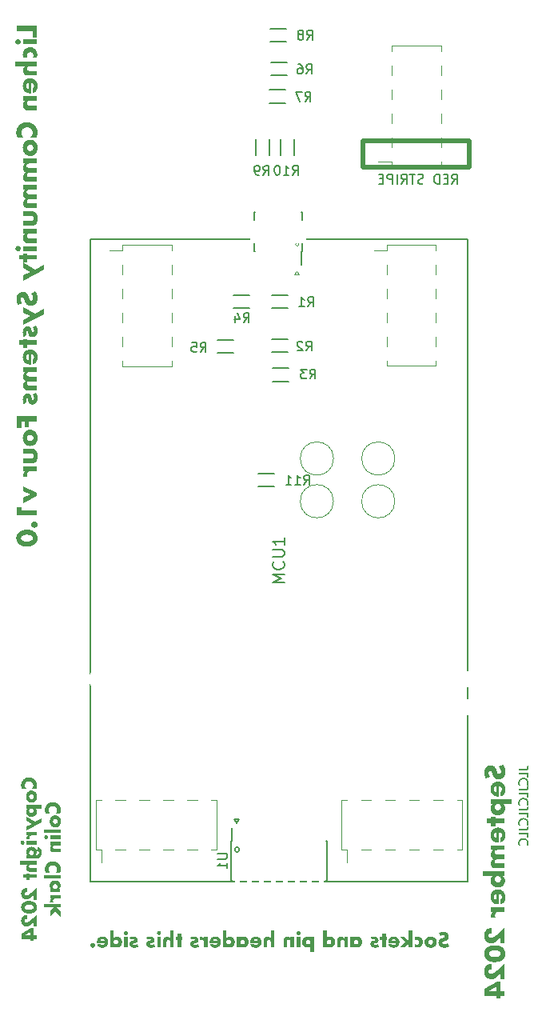
<source format=gbo>
G04 #@! TF.GenerationSoftware,KiCad,Pcbnew,7.0.8*
G04 #@! TF.CreationDate,2024-09-22T18:55:50-04:00*
G04 #@! TF.ProjectId,lichen-four-board,6c696368-656e-42d6-966f-75722d626f61,rev?*
G04 #@! TF.SameCoordinates,Original*
G04 #@! TF.FileFunction,Legend,Bot*
G04 #@! TF.FilePolarity,Positive*
%FSLAX46Y46*%
G04 Gerber Fmt 4.6, Leading zero omitted, Abs format (unit mm)*
G04 Created by KiCad (PCBNEW 7.0.8) date 2024-09-22 18:55:50*
%MOMM*%
%LPD*%
G01*
G04 APERTURE LIST*
%ADD10C,0.500000*%
%ADD11C,0.200000*%
%ADD12C,0.150000*%
%ADD13C,0.300000*%
%ADD14C,0.400000*%
%ADD15C,0.101600*%
%ADD16C,0.152400*%
%ADD17C,0.203200*%
%ADD18C,0.120000*%
%ADD19C,0.100000*%
%ADD20R,1.750000X1.750000*%
%ADD21C,1.750000*%
%ADD22C,2.700000*%
%ADD23C,1.651000*%
%ADD24R,1.651000X1.651000*%
%ADD25O,2.500000X4.500000*%
%ADD26R,1.800000X1.800000*%
%ADD27C,1.800000*%
%ADD28C,2.000000*%
%ADD29C,2.032000*%
%ADD30R,3.000000X1.000000*%
%ADD31R,1.000000X3.000000*%
%ADD32R,1.000000X1.000000*%
%ADD33R,0.600000X1.500000*%
%ADD34R,0.600000X1.550000*%
%ADD35R,6.000000X2.350000*%
%ADD36R,3.150000X1.000000*%
G04 APERTURE END LIST*
D10*
X139160000Y-123445000D02*
X150430000Y-123445000D01*
X150430000Y-126235000D01*
X139160000Y-126235000D01*
X139160000Y-123445000D01*
D11*
G36*
X103559979Y-192028192D02*
G01*
X103538462Y-192010020D01*
X103518333Y-191991316D01*
X103499593Y-191972079D01*
X103482241Y-191952309D01*
X103466277Y-191932007D01*
X103451701Y-191911173D01*
X103438513Y-191889807D01*
X103426714Y-191867908D01*
X103416302Y-191845477D01*
X103407279Y-191822513D01*
X103399644Y-191799017D01*
X103393397Y-191774989D01*
X103388539Y-191750428D01*
X103385068Y-191725335D01*
X103382986Y-191699710D01*
X103382292Y-191673552D01*
X103382595Y-191656226D01*
X103383503Y-191639145D01*
X103385016Y-191622309D01*
X103387135Y-191605717D01*
X103389859Y-191589370D01*
X103393188Y-191573268D01*
X103397123Y-191557411D01*
X103401663Y-191541798D01*
X103406809Y-191526430D01*
X103412560Y-191511307D01*
X103416730Y-191501361D01*
X103423338Y-191486716D01*
X103430383Y-191472458D01*
X103437866Y-191458586D01*
X103445787Y-191445101D01*
X103454147Y-191432002D01*
X103462944Y-191419289D01*
X103472179Y-191406963D01*
X103481851Y-191395023D01*
X103491962Y-191383470D01*
X103502511Y-191372303D01*
X103509787Y-191365073D01*
X103521043Y-191354635D01*
X103532692Y-191344615D01*
X103544733Y-191335014D01*
X103557168Y-191325832D01*
X103569995Y-191317068D01*
X103583216Y-191308723D01*
X103596829Y-191300797D01*
X103610835Y-191293289D01*
X103625233Y-191286199D01*
X103640025Y-191279528D01*
X103650104Y-191275314D01*
X103665467Y-191269487D01*
X103681055Y-191264233D01*
X103696868Y-191259552D01*
X103712907Y-191255444D01*
X103729171Y-191251910D01*
X103745661Y-191248948D01*
X103762376Y-191246560D01*
X103779316Y-191244745D01*
X103796482Y-191243503D01*
X103813873Y-191242835D01*
X103825593Y-191242707D01*
X103843592Y-191242994D01*
X103861322Y-191243854D01*
X103878781Y-191245287D01*
X103895969Y-191247293D01*
X103912887Y-191249872D01*
X103929534Y-191253024D01*
X103945911Y-191256750D01*
X103962018Y-191261049D01*
X103977854Y-191265920D01*
X103993419Y-191271365D01*
X104003646Y-191275314D01*
X104018709Y-191281715D01*
X104033398Y-191288554D01*
X104047715Y-191295832D01*
X104061657Y-191303547D01*
X104075226Y-191311700D01*
X104088422Y-191320291D01*
X104101244Y-191329320D01*
X104113692Y-191338786D01*
X104125767Y-191348691D01*
X104137469Y-191359034D01*
X104145062Y-191366172D01*
X104156037Y-191377268D01*
X104166568Y-191388712D01*
X104176654Y-191400504D01*
X104186295Y-191412643D01*
X104195493Y-191425130D01*
X104204246Y-191437965D01*
X104212555Y-191451148D01*
X104220419Y-191464678D01*
X104227839Y-191478557D01*
X104234814Y-191492782D01*
X104239218Y-191502460D01*
X104245307Y-191517207D01*
X104250797Y-191532187D01*
X104255688Y-191547398D01*
X104259980Y-191562841D01*
X104263674Y-191578516D01*
X104266768Y-191594423D01*
X104269264Y-191610561D01*
X104271160Y-191626932D01*
X104272458Y-191643534D01*
X104273157Y-191660368D01*
X104273290Y-191671720D01*
X104272620Y-191696339D01*
X104270611Y-191720647D01*
X104267262Y-191744642D01*
X104262574Y-191768326D01*
X104256546Y-191791697D01*
X104249178Y-191814757D01*
X104240472Y-191837504D01*
X104230425Y-191859940D01*
X104219039Y-191882063D01*
X104206314Y-191903875D01*
X104192249Y-191925374D01*
X104176844Y-191946562D01*
X104160100Y-191967437D01*
X104142017Y-191988001D01*
X104122594Y-192008253D01*
X104101831Y-192028192D01*
X104592027Y-192028192D01*
X104606681Y-191986427D01*
X104612843Y-191968882D01*
X104618690Y-191951556D01*
X104624221Y-191934450D01*
X104629436Y-191917562D01*
X104634336Y-191900893D01*
X104638920Y-191884443D01*
X104643189Y-191868212D01*
X104647142Y-191852200D01*
X104650779Y-191836407D01*
X104654101Y-191820833D01*
X104656140Y-191810572D01*
X104658956Y-191795335D01*
X104661494Y-191780124D01*
X104663756Y-191764938D01*
X104665740Y-191749778D01*
X104667448Y-191734644D01*
X104668879Y-191719536D01*
X104670033Y-191704454D01*
X104670910Y-191689397D01*
X104671510Y-191674366D01*
X104671833Y-191659361D01*
X104671894Y-191649372D01*
X104671651Y-191629044D01*
X104670921Y-191608820D01*
X104669705Y-191588698D01*
X104668002Y-191568680D01*
X104665812Y-191548765D01*
X104663136Y-191528952D01*
X104659973Y-191509243D01*
X104656324Y-191489637D01*
X104652188Y-191470134D01*
X104647565Y-191450734D01*
X104642456Y-191431437D01*
X104636861Y-191412242D01*
X104630778Y-191393151D01*
X104624210Y-191374163D01*
X104617154Y-191355279D01*
X104609612Y-191336497D01*
X104601584Y-191317949D01*
X104593160Y-191299677D01*
X104584342Y-191281679D01*
X104575128Y-191263957D01*
X104565520Y-191246508D01*
X104555516Y-191229335D01*
X104545118Y-191212437D01*
X104534324Y-191195813D01*
X104523136Y-191179464D01*
X104511553Y-191163390D01*
X104499574Y-191147590D01*
X104487201Y-191132065D01*
X104474432Y-191116815D01*
X104461269Y-191101840D01*
X104447711Y-191087140D01*
X104433757Y-191072714D01*
X104419396Y-191058647D01*
X104404706Y-191044928D01*
X104389686Y-191031558D01*
X104374338Y-191018538D01*
X104358660Y-191005867D01*
X104342653Y-190993545D01*
X104326317Y-190981573D01*
X104309651Y-190969949D01*
X104292657Y-190958675D01*
X104275333Y-190947750D01*
X104257681Y-190937174D01*
X104239699Y-190926947D01*
X104221388Y-190917070D01*
X104202748Y-190907541D01*
X104183778Y-190898362D01*
X104164480Y-190889532D01*
X104144858Y-190881192D01*
X104125010Y-190873389D01*
X104104935Y-190866125D01*
X104084635Y-190859399D01*
X104064109Y-190853211D01*
X104043356Y-190847561D01*
X104022378Y-190842449D01*
X104001173Y-190837875D01*
X103979742Y-190833839D01*
X103958085Y-190830342D01*
X103936202Y-190827382D01*
X103914093Y-190824961D01*
X103891757Y-190823077D01*
X103869196Y-190821732D01*
X103846408Y-190820925D01*
X103823394Y-190820656D01*
X103800478Y-190820922D01*
X103777799Y-190821720D01*
X103755358Y-190823051D01*
X103733154Y-190824915D01*
X103711188Y-190827310D01*
X103689460Y-190830238D01*
X103667969Y-190833699D01*
X103646715Y-190837692D01*
X103625699Y-190842217D01*
X103604921Y-190847274D01*
X103584380Y-190852864D01*
X103564077Y-190858987D01*
X103544012Y-190865641D01*
X103524184Y-190872828D01*
X103504593Y-190880548D01*
X103485240Y-190888800D01*
X103466174Y-190897496D01*
X103447442Y-190906551D01*
X103429045Y-190915963D01*
X103410983Y-190925734D01*
X103393256Y-190935862D01*
X103375863Y-190946347D01*
X103358806Y-190957191D01*
X103342083Y-190968392D01*
X103325696Y-190979951D01*
X103309643Y-190991868D01*
X103293925Y-191004143D01*
X103278542Y-191016775D01*
X103263494Y-191029765D01*
X103248781Y-191043113D01*
X103234402Y-191056819D01*
X103220359Y-191070883D01*
X103206627Y-191085268D01*
X103193277Y-191099940D01*
X103180306Y-191114898D01*
X103167717Y-191130142D01*
X103155508Y-191145672D01*
X103143680Y-191161489D01*
X103132233Y-191177592D01*
X103121166Y-191193981D01*
X103110480Y-191210656D01*
X103100174Y-191227618D01*
X103090249Y-191244866D01*
X103080705Y-191262399D01*
X103071542Y-191280220D01*
X103062759Y-191298326D01*
X103054357Y-191316719D01*
X103046336Y-191335398D01*
X103038750Y-191354321D01*
X103031653Y-191373356D01*
X103025045Y-191392503D01*
X103018927Y-191411762D01*
X103013299Y-191431132D01*
X103008160Y-191450613D01*
X103003510Y-191470207D01*
X102999350Y-191489912D01*
X102995679Y-191509728D01*
X102992497Y-191529656D01*
X102989806Y-191549696D01*
X102987603Y-191569848D01*
X102985890Y-191590111D01*
X102984666Y-191610486D01*
X102983932Y-191630972D01*
X102983688Y-191651570D01*
X102983865Y-191669195D01*
X102984396Y-191686762D01*
X102985281Y-191704272D01*
X102986521Y-191721723D01*
X102988115Y-191739116D01*
X102990063Y-191756452D01*
X102992365Y-191773729D01*
X102995022Y-191790949D01*
X102998033Y-191808110D01*
X103001398Y-191825214D01*
X103003838Y-191836584D01*
X103007740Y-191853769D01*
X103012029Y-191871115D01*
X103016705Y-191888622D01*
X103021767Y-191906290D01*
X103027215Y-191924120D01*
X103033049Y-191942110D01*
X103039270Y-191960261D01*
X103045878Y-191978573D01*
X103052872Y-191997046D01*
X103060252Y-192015680D01*
X103065387Y-192028192D01*
X103559979Y-192028192D01*
G37*
G36*
X104092851Y-192220355D02*
G01*
X104109325Y-192220917D01*
X104125606Y-192221855D01*
X104141696Y-192223167D01*
X104157595Y-192224854D01*
X104173301Y-192226916D01*
X104188816Y-192229354D01*
X104204139Y-192232166D01*
X104219270Y-192235353D01*
X104234209Y-192238915D01*
X104248957Y-192242852D01*
X104263512Y-192247164D01*
X104277877Y-192251851D01*
X104292049Y-192256912D01*
X104306029Y-192262349D01*
X104319818Y-192268161D01*
X104326612Y-192271219D01*
X104340025Y-192277551D01*
X104353202Y-192284168D01*
X104372529Y-192294631D01*
X104391327Y-192305738D01*
X104409597Y-192317489D01*
X104427340Y-192329883D01*
X104444554Y-192342922D01*
X104461240Y-192356605D01*
X104477398Y-192370932D01*
X104493028Y-192385903D01*
X104508129Y-192401518D01*
X104517834Y-192412268D01*
X104531859Y-192428866D01*
X104545247Y-192446031D01*
X104557997Y-192463762D01*
X104570109Y-192482060D01*
X104577830Y-192494574D01*
X104585268Y-192507340D01*
X104592422Y-192520357D01*
X104599292Y-192533626D01*
X104605880Y-192547147D01*
X104612184Y-192560920D01*
X104618205Y-192574945D01*
X104623942Y-192589222D01*
X104629396Y-192603751D01*
X104634542Y-192618533D01*
X104639356Y-192633478D01*
X104643839Y-192648586D01*
X104647989Y-192663857D01*
X104651807Y-192679292D01*
X104655293Y-192694889D01*
X104658447Y-192710650D01*
X104661270Y-192726574D01*
X104663760Y-192742661D01*
X104665918Y-192758912D01*
X104667744Y-192775325D01*
X104669238Y-192791902D01*
X104670400Y-192808641D01*
X104671230Y-192825544D01*
X104671728Y-192842610D01*
X104671894Y-192859839D01*
X104671728Y-192877346D01*
X104671230Y-192894695D01*
X104670400Y-192911887D01*
X104669238Y-192928922D01*
X104667744Y-192945799D01*
X104665918Y-192962519D01*
X104663760Y-192979081D01*
X104661270Y-192995486D01*
X104658447Y-193011733D01*
X104655293Y-193027823D01*
X104651807Y-193043756D01*
X104647989Y-193059531D01*
X104643839Y-193075148D01*
X104639356Y-193090609D01*
X104634542Y-193105912D01*
X104629396Y-193121057D01*
X104626705Y-193128556D01*
X104621118Y-193143351D01*
X104615257Y-193157874D01*
X104609120Y-193172125D01*
X104602709Y-193186104D01*
X104596022Y-193199811D01*
X104589061Y-193213247D01*
X104581826Y-193226410D01*
X104574315Y-193239301D01*
X104566530Y-193251921D01*
X104558470Y-193264269D01*
X104550135Y-193276344D01*
X104537118Y-193293948D01*
X104523482Y-193310940D01*
X104509228Y-193327320D01*
X104494339Y-193343141D01*
X104478935Y-193358318D01*
X104463015Y-193372851D01*
X104446580Y-193386740D01*
X104429630Y-193399985D01*
X104412165Y-193412586D01*
X104394184Y-193424543D01*
X104375689Y-193435856D01*
X104356678Y-193446524D01*
X104337152Y-193456549D01*
X104323848Y-193462875D01*
X104310343Y-193468864D01*
X104296663Y-193474467D01*
X104282808Y-193479683D01*
X104268779Y-193484513D01*
X104254575Y-193488957D01*
X104240197Y-193493014D01*
X104225644Y-193496685D01*
X104210916Y-193499969D01*
X104196014Y-193502867D01*
X104180937Y-193505379D01*
X104165686Y-193507504D01*
X104150260Y-193509243D01*
X104134660Y-193510595D01*
X104118884Y-193511561D01*
X104102935Y-193512141D01*
X104086810Y-193512334D01*
X104070642Y-193512145D01*
X104054650Y-193511578D01*
X104038837Y-193510634D01*
X104023200Y-193509312D01*
X104007742Y-193507611D01*
X103992460Y-193505533D01*
X103977356Y-193503078D01*
X103962430Y-193500244D01*
X103947681Y-193497033D01*
X103933109Y-193493443D01*
X103918715Y-193489476D01*
X103904498Y-193485132D01*
X103890459Y-193480409D01*
X103876597Y-193475308D01*
X103862913Y-193469830D01*
X103849406Y-193463974D01*
X103836104Y-193457777D01*
X103816586Y-193447913D01*
X103797589Y-193437367D01*
X103779113Y-193426138D01*
X103761160Y-193414226D01*
X103743728Y-193401631D01*
X103726817Y-193388354D01*
X103710429Y-193374394D01*
X103694562Y-193359752D01*
X103679216Y-193344427D01*
X103664392Y-193328419D01*
X103654774Y-193317443D01*
X103640856Y-193300516D01*
X103627550Y-193283036D01*
X103619019Y-193271075D01*
X103610760Y-193258867D01*
X103602773Y-193246414D01*
X103595058Y-193233714D01*
X103587615Y-193220768D01*
X103580443Y-193207576D01*
X103573544Y-193194138D01*
X103566917Y-193180454D01*
X103560561Y-193166523D01*
X103554477Y-193152347D01*
X103548666Y-193137924D01*
X103543126Y-193123255D01*
X103537846Y-193108383D01*
X103532908Y-193093351D01*
X103528310Y-193078158D01*
X103524052Y-193062805D01*
X103520135Y-193047292D01*
X103516559Y-193031618D01*
X103513323Y-193015785D01*
X103510428Y-192999790D01*
X103507873Y-192983636D01*
X103505659Y-192967321D01*
X103503786Y-192950846D01*
X103502253Y-192934211D01*
X103501061Y-192917416D01*
X103500210Y-192900460D01*
X103499699Y-192883344D01*
X103499528Y-192866067D01*
X103833653Y-192866067D01*
X103833729Y-192872364D01*
X103834582Y-192887906D01*
X103836383Y-192903162D01*
X103839133Y-192918131D01*
X103842830Y-192932814D01*
X103847476Y-192947211D01*
X103853070Y-192961322D01*
X103859399Y-192975091D01*
X103866479Y-192988234D01*
X103874311Y-193000751D01*
X103884701Y-193014945D01*
X103896173Y-193028237D01*
X103906559Y-193038625D01*
X103910910Y-193042651D01*
X103922187Y-193052277D01*
X103934036Y-193061277D01*
X103946459Y-193069650D01*
X103959453Y-193077398D01*
X103973020Y-193084520D01*
X103987159Y-193091015D01*
X103992950Y-193093455D01*
X104007601Y-193098867D01*
X104022502Y-193103294D01*
X104037654Y-193106738D01*
X104053056Y-193109197D01*
X104068709Y-193110673D01*
X104084612Y-193111165D01*
X104091271Y-193111086D01*
X104107681Y-193110201D01*
X104123750Y-193108332D01*
X104139480Y-193105478D01*
X104154870Y-193101641D01*
X104169920Y-193096820D01*
X104184630Y-193091015D01*
X104190354Y-193088492D01*
X104204264Y-193081746D01*
X104217602Y-193074374D01*
X104230368Y-193066376D01*
X104242561Y-193057752D01*
X104254182Y-193048501D01*
X104265230Y-193038625D01*
X104267367Y-193036598D01*
X104277603Y-193026084D01*
X104288895Y-193012642D01*
X104297478Y-193000751D01*
X104305309Y-192988234D01*
X104312390Y-192975091D01*
X104318719Y-192961322D01*
X104321026Y-192955712D01*
X104326142Y-192941487D01*
X104330328Y-192926976D01*
X104333584Y-192912178D01*
X104335909Y-192897094D01*
X104337305Y-192881724D01*
X104337770Y-192866067D01*
X104337695Y-192859814D01*
X104336858Y-192844354D01*
X104335091Y-192829145D01*
X104332393Y-192814186D01*
X104328765Y-192799478D01*
X104324207Y-192785020D01*
X104318719Y-192770813D01*
X104316277Y-192765229D01*
X104309648Y-192751694D01*
X104302267Y-192738767D01*
X104294135Y-192726449D01*
X104285251Y-192714739D01*
X104275616Y-192703637D01*
X104265230Y-192693144D01*
X104260879Y-192689162D01*
X104249602Y-192679635D01*
X104237752Y-192670715D01*
X104225330Y-192662404D01*
X104212336Y-192654701D01*
X104198769Y-192647606D01*
X104184630Y-192641120D01*
X104178778Y-192638724D01*
X104163835Y-192633411D01*
X104148445Y-192629064D01*
X104132608Y-192625683D01*
X104116324Y-192623268D01*
X104099593Y-192621819D01*
X104082414Y-192621336D01*
X104076027Y-192621413D01*
X104060272Y-192622283D01*
X104044822Y-192624118D01*
X104029675Y-192626920D01*
X104014833Y-192630687D01*
X104000294Y-192635420D01*
X103986060Y-192641120D01*
X103980469Y-192643641D01*
X103966854Y-192650371D01*
X103953757Y-192657709D01*
X103941180Y-192665655D01*
X103929121Y-192674210D01*
X103917581Y-192683373D01*
X103906559Y-192693144D01*
X103902314Y-192697268D01*
X103892229Y-192708005D01*
X103882894Y-192719350D01*
X103874311Y-192731303D01*
X103866479Y-192743865D01*
X103859399Y-192757035D01*
X103853070Y-192770813D01*
X103850719Y-192776466D01*
X103845504Y-192790773D01*
X103841238Y-192805331D01*
X103837919Y-192820140D01*
X103835549Y-192835198D01*
X103834127Y-192850508D01*
X103833653Y-192866067D01*
X103499528Y-192866067D01*
X103499703Y-192848568D01*
X103500227Y-192831240D01*
X103501100Y-192814084D01*
X103502322Y-192797099D01*
X103503893Y-192780287D01*
X103505814Y-192763646D01*
X103508084Y-192747177D01*
X103510703Y-192730879D01*
X103513671Y-192714753D01*
X103516988Y-192698799D01*
X103520655Y-192683017D01*
X103524670Y-192667406D01*
X103529035Y-192651968D01*
X103533749Y-192636701D01*
X103538812Y-192621605D01*
X103544225Y-192606682D01*
X103547028Y-192599317D01*
X103552833Y-192584777D01*
X103558901Y-192570489D01*
X103565232Y-192556452D01*
X103571827Y-192542668D01*
X103578685Y-192529135D01*
X103585806Y-192515855D01*
X103593190Y-192502826D01*
X103600838Y-192490049D01*
X103608749Y-192477524D01*
X103616924Y-192465251D01*
X103625362Y-192453229D01*
X103638512Y-192435670D01*
X103652255Y-192418677D01*
X103666591Y-192402250D01*
X103676407Y-192391680D01*
X103691533Y-192376372D01*
X103707143Y-192361721D01*
X103723235Y-192347727D01*
X103739810Y-192334390D01*
X103756869Y-192321710D01*
X103774410Y-192309686D01*
X103792435Y-192298319D01*
X103810942Y-192287610D01*
X103829933Y-192277557D01*
X103849406Y-192268161D01*
X103855994Y-192265208D01*
X103875951Y-192256912D01*
X103896197Y-192249460D01*
X103916733Y-192242852D01*
X103937559Y-192237087D01*
X103958674Y-192232166D01*
X103980080Y-192228088D01*
X104001775Y-192224854D01*
X104016400Y-192223167D01*
X104031153Y-192221855D01*
X104046035Y-192220917D01*
X104061046Y-192220355D01*
X104076186Y-192220167D01*
X104092851Y-192220355D01*
G37*
G36*
X105164288Y-194112072D02*
G01*
X104512892Y-194112072D01*
X104530017Y-194129422D01*
X104546037Y-194147306D01*
X104560952Y-194165726D01*
X104574762Y-194184681D01*
X104587467Y-194204171D01*
X104599068Y-194224197D01*
X104609564Y-194244758D01*
X104618954Y-194265854D01*
X104627241Y-194287485D01*
X104634422Y-194309651D01*
X104640498Y-194332353D01*
X104645470Y-194355590D01*
X104649337Y-194379362D01*
X104652099Y-194403670D01*
X104653756Y-194428512D01*
X104654309Y-194453890D01*
X104654135Y-194468523D01*
X104653226Y-194490221D01*
X104651538Y-194511615D01*
X104649070Y-194532708D01*
X104645824Y-194553497D01*
X104641798Y-194573984D01*
X104636992Y-194594168D01*
X104631408Y-194614049D01*
X104625044Y-194633628D01*
X104617901Y-194652904D01*
X104609979Y-194671877D01*
X104604304Y-194684320D01*
X104595294Y-194702594D01*
X104585684Y-194720397D01*
X104575476Y-194737731D01*
X104564668Y-194754594D01*
X104553262Y-194770987D01*
X104541257Y-194786910D01*
X104528652Y-194802362D01*
X104515449Y-194817345D01*
X104501647Y-194831858D01*
X104487247Y-194845900D01*
X104477303Y-194855023D01*
X104462023Y-194868231D01*
X104446305Y-194880865D01*
X104430150Y-194892926D01*
X104413556Y-194904414D01*
X104396524Y-194915329D01*
X104379055Y-194925670D01*
X104361147Y-194935438D01*
X104342802Y-194944634D01*
X104324018Y-194953256D01*
X104304797Y-194961305D01*
X104285206Y-194968769D01*
X104265311Y-194975498D01*
X104245114Y-194981494D01*
X104224615Y-194986756D01*
X104203813Y-194991283D01*
X104182708Y-194995076D01*
X104161300Y-194998135D01*
X104139590Y-195000460D01*
X104124948Y-195001602D01*
X104110172Y-195002418D01*
X104095261Y-195002907D01*
X104080216Y-195003070D01*
X104065162Y-195002907D01*
X104050225Y-195002418D01*
X104035406Y-195001602D01*
X104020705Y-195000460D01*
X103998872Y-194998135D01*
X103977303Y-194995076D01*
X103955999Y-194991283D01*
X103934958Y-194986756D01*
X103914182Y-194981494D01*
X103893669Y-194975498D01*
X103873421Y-194968769D01*
X103853436Y-194961305D01*
X103840309Y-194955998D01*
X103821020Y-194947545D01*
X103802214Y-194938499D01*
X103783891Y-194928860D01*
X103766051Y-194918629D01*
X103748694Y-194907806D01*
X103731821Y-194896390D01*
X103715430Y-194884381D01*
X103699522Y-194871780D01*
X103684097Y-194858587D01*
X103669155Y-194844801D01*
X103659439Y-194835354D01*
X103645354Y-194820792D01*
X103631855Y-194805760D01*
X103618941Y-194790258D01*
X103606614Y-194774286D01*
X103594873Y-194757843D01*
X103583718Y-194740931D01*
X103573149Y-194723548D01*
X103563166Y-194705696D01*
X103553769Y-194687373D01*
X103544958Y-194668580D01*
X103539456Y-194655833D01*
X103531870Y-194636482D01*
X103525082Y-194616854D01*
X103519093Y-194596949D01*
X103513903Y-194576767D01*
X103509510Y-194556308D01*
X103505917Y-194535572D01*
X103503122Y-194514560D01*
X103501126Y-194493270D01*
X103499928Y-194471704D01*
X103499528Y-194449860D01*
X103500168Y-194423468D01*
X103502087Y-194397779D01*
X103505286Y-194372795D01*
X103509384Y-194350576D01*
X103833653Y-194350576D01*
X103833731Y-194357233D01*
X103834617Y-194373626D01*
X103836486Y-194389662D01*
X103839340Y-194405340D01*
X103843177Y-194420660D01*
X103847998Y-194435622D01*
X103853803Y-194450227D01*
X103856329Y-194455994D01*
X103863107Y-194469987D01*
X103870547Y-194483371D01*
X103878649Y-194496147D01*
X103887412Y-194508315D01*
X103896838Y-194519875D01*
X103906926Y-194530827D01*
X103911094Y-194535069D01*
X103921930Y-194545122D01*
X103933355Y-194554389D01*
X103945371Y-194562868D01*
X103957978Y-194570560D01*
X103971174Y-194577465D01*
X103984961Y-194583583D01*
X103990613Y-194585801D01*
X104004904Y-194590721D01*
X104019428Y-194594746D01*
X104034185Y-194597876D01*
X104049174Y-194600113D01*
X104064395Y-194601454D01*
X104079849Y-194601901D01*
X104085877Y-194601821D01*
X104100797Y-194600920D01*
X104115501Y-194599016D01*
X104129991Y-194596111D01*
X104144267Y-194592204D01*
X104158327Y-194587295D01*
X104172173Y-194581385D01*
X104174911Y-194580113D01*
X104188286Y-194573365D01*
X104201143Y-194565973D01*
X104213481Y-194557938D01*
X104225300Y-194549258D01*
X104238798Y-194537992D01*
X104249476Y-194527896D01*
X104253586Y-194523681D01*
X104263361Y-194512731D01*
X104272420Y-194501191D01*
X104280763Y-194489061D01*
X104288391Y-194476340D01*
X104295303Y-194463029D01*
X104301500Y-194449127D01*
X104303762Y-194443470D01*
X104308780Y-194429114D01*
X104312886Y-194414455D01*
X104316079Y-194399490D01*
X104318360Y-194384222D01*
X104319728Y-194368650D01*
X104320184Y-194352774D01*
X104320107Y-194346338D01*
X104319238Y-194330437D01*
X104317402Y-194314803D01*
X104314601Y-194299439D01*
X104310834Y-194284342D01*
X104306100Y-194269514D01*
X104300401Y-194254954D01*
X104297879Y-194249230D01*
X104291149Y-194235320D01*
X104283811Y-194221982D01*
X104275865Y-194209216D01*
X104267311Y-194197023D01*
X104258148Y-194185402D01*
X104248377Y-194174354D01*
X104240134Y-194165979D01*
X104227082Y-194154297D01*
X104213206Y-194143671D01*
X104198506Y-194134101D01*
X104185626Y-194126933D01*
X104172173Y-194120499D01*
X104166653Y-194118192D01*
X104152641Y-194113076D01*
X104138325Y-194108890D01*
X104123704Y-194105634D01*
X104108779Y-194103308D01*
X104093551Y-194101913D01*
X104078018Y-194101448D01*
X104071765Y-194101527D01*
X104056322Y-194102412D01*
X104041147Y-194104281D01*
X104026240Y-194107135D01*
X104011601Y-194110972D01*
X103997231Y-194115793D01*
X103983129Y-194121598D01*
X103977542Y-194124212D01*
X103963975Y-194131187D01*
X103950981Y-194138788D01*
X103938559Y-194147015D01*
X103926709Y-194155869D01*
X103915432Y-194165348D01*
X103904727Y-194175453D01*
X103902658Y-194177549D01*
X103892740Y-194188368D01*
X103881784Y-194202106D01*
X103873440Y-194214185D01*
X103865813Y-194226836D01*
X103858900Y-194240059D01*
X103852704Y-194253855D01*
X103850397Y-194259557D01*
X103845280Y-194274011D01*
X103841094Y-194288752D01*
X103837839Y-194303778D01*
X103835513Y-194319091D01*
X103834118Y-194334690D01*
X103833653Y-194350576D01*
X103509384Y-194350576D01*
X103509764Y-194348515D01*
X103515521Y-194324939D01*
X103522558Y-194302067D01*
X103530874Y-194279899D01*
X103540470Y-194258435D01*
X103551345Y-194237675D01*
X103563499Y-194217620D01*
X103576933Y-194198268D01*
X103591646Y-194179621D01*
X103607639Y-194161678D01*
X103624911Y-194144438D01*
X103643462Y-194127903D01*
X103663293Y-194112072D01*
X103546423Y-194112072D01*
X103546423Y-193736915D01*
X105164288Y-193736915D01*
X105164288Y-194112072D01*
G37*
G36*
X104478820Y-195534298D02*
G01*
X103546423Y-195013328D01*
X103546423Y-195454431D01*
X104099633Y-195742027D01*
X103546423Y-196021197D01*
X103546423Y-196458269D01*
X105164288Y-195592917D01*
X105164288Y-195166469D01*
X104478820Y-195534298D01*
G37*
G36*
X103546423Y-196598953D02*
G01*
X103546423Y-196974110D01*
X103721912Y-196974110D01*
X103703770Y-196985895D01*
X103686440Y-196998170D01*
X103669921Y-197010934D01*
X103654214Y-197024187D01*
X103639319Y-197037930D01*
X103625234Y-197052163D01*
X103611962Y-197066885D01*
X103599500Y-197082096D01*
X103587850Y-197097797D01*
X103577012Y-197113987D01*
X103570237Y-197125052D01*
X103560743Y-197142074D01*
X103552183Y-197159618D01*
X103544557Y-197177683D01*
X103537865Y-197196270D01*
X103532107Y-197215378D01*
X103527282Y-197235009D01*
X103523391Y-197255160D01*
X103520434Y-197275834D01*
X103518411Y-197297029D01*
X103517321Y-197318746D01*
X103517114Y-197333513D01*
X103517114Y-197348240D01*
X103517114Y-197363146D01*
X103517114Y-197366486D01*
X103518021Y-197381979D01*
X103520205Y-197396505D01*
X103522609Y-197407885D01*
X103889340Y-197407885D01*
X103882531Y-197393416D01*
X103876391Y-197378721D01*
X103870922Y-197363800D01*
X103866122Y-197348655D01*
X103861992Y-197333283D01*
X103858531Y-197317687D01*
X103855740Y-197301865D01*
X103853620Y-197285817D01*
X103852168Y-197269545D01*
X103851387Y-197253046D01*
X103851238Y-197241922D01*
X103851547Y-197225467D01*
X103852475Y-197209533D01*
X103854020Y-197194120D01*
X103856184Y-197179228D01*
X103860589Y-197157867D01*
X103866385Y-197137677D01*
X103873572Y-197118660D01*
X103882150Y-197100815D01*
X103892119Y-197084142D01*
X103903479Y-197068641D01*
X103916231Y-197054312D01*
X103930373Y-197041155D01*
X103945848Y-197029173D01*
X103962599Y-197018370D01*
X103980624Y-197008745D01*
X103999925Y-197000299D01*
X104020501Y-196993032D01*
X104034926Y-196988842D01*
X104049919Y-196985175D01*
X104065478Y-196982032D01*
X104081603Y-196979413D01*
X104098296Y-196977318D01*
X104115555Y-196975747D01*
X104133381Y-196974699D01*
X104151773Y-196974176D01*
X104161182Y-196974110D01*
X104625000Y-196974110D01*
X104625000Y-196598953D01*
X103546423Y-196598953D01*
G37*
G36*
X103546423Y-197928123D02*
G01*
X104625000Y-197928123D01*
X104625000Y-197552966D01*
X103546423Y-197552966D01*
X103546423Y-197928123D01*
G37*
G36*
X103124371Y-197529518D02*
G01*
X103108216Y-197530098D01*
X103092446Y-197531837D01*
X103077063Y-197534735D01*
X103062067Y-197538792D01*
X103047456Y-197544008D01*
X103042672Y-197546005D01*
X103028582Y-197552625D01*
X103015161Y-197560121D01*
X103002409Y-197568493D01*
X102990328Y-197577741D01*
X102978916Y-197587865D01*
X102975261Y-197591434D01*
X102964846Y-197602609D01*
X102955306Y-197614429D01*
X102946642Y-197626892D01*
X102938854Y-197640000D01*
X102931941Y-197653752D01*
X102929832Y-197658479D01*
X102924229Y-197673084D01*
X102919786Y-197688051D01*
X102916501Y-197703378D01*
X102914376Y-197719066D01*
X102913410Y-197735114D01*
X102913346Y-197740544D01*
X102913925Y-197756700D01*
X102915664Y-197772469D01*
X102918562Y-197787852D01*
X102922619Y-197802849D01*
X102927836Y-197817459D01*
X102929832Y-197822243D01*
X102936452Y-197836321D01*
X102943948Y-197849703D01*
X102952320Y-197862390D01*
X102961568Y-197874382D01*
X102971692Y-197885677D01*
X102975261Y-197889288D01*
X102986450Y-197899704D01*
X102998308Y-197909243D01*
X103010836Y-197917907D01*
X103024033Y-197925695D01*
X103037901Y-197932608D01*
X103042672Y-197934717D01*
X103057154Y-197940444D01*
X103072021Y-197944987D01*
X103087276Y-197948344D01*
X103102916Y-197950517D01*
X103118943Y-197951504D01*
X103124371Y-197951570D01*
X103140416Y-197950977D01*
X103156125Y-197949200D01*
X103171499Y-197946238D01*
X103186539Y-197942090D01*
X103201244Y-197936758D01*
X103206071Y-197934717D01*
X103220161Y-197928097D01*
X103233582Y-197920601D01*
X103246334Y-197912229D01*
X103258415Y-197902981D01*
X103269827Y-197892857D01*
X103273482Y-197889288D01*
X103283786Y-197878224D01*
X103293265Y-197866465D01*
X103301921Y-197854010D01*
X103309752Y-197840859D01*
X103316758Y-197827013D01*
X103318911Y-197822243D01*
X103324514Y-197807762D01*
X103328957Y-197792894D01*
X103332242Y-197777640D01*
X103334367Y-197761999D01*
X103335333Y-197745972D01*
X103335397Y-197740544D01*
X103334818Y-197724375D01*
X103333079Y-197708567D01*
X103330181Y-197693120D01*
X103326124Y-197678033D01*
X103320907Y-197663307D01*
X103318911Y-197658479D01*
X103312179Y-197644512D01*
X103304623Y-197631190D01*
X103296242Y-197618512D01*
X103287037Y-197606478D01*
X103277008Y-197595087D01*
X103273482Y-197591434D01*
X103262293Y-197581018D01*
X103250435Y-197571478D01*
X103237907Y-197562814D01*
X103224709Y-197555026D01*
X103210842Y-197548114D01*
X103206071Y-197546005D01*
X103191478Y-197540402D01*
X103176550Y-197535958D01*
X103161287Y-197532674D01*
X103145689Y-197530549D01*
X103129757Y-197529583D01*
X103124371Y-197529518D01*
G37*
G36*
X104106919Y-198170075D02*
G01*
X104122090Y-198170530D01*
X104137087Y-198171288D01*
X104151909Y-198172350D01*
X104173814Y-198174512D01*
X104195327Y-198177356D01*
X104216447Y-198180883D01*
X104237174Y-198185093D01*
X104257509Y-198189985D01*
X104277450Y-198195560D01*
X104296999Y-198201817D01*
X104316154Y-198208758D01*
X104328682Y-198213735D01*
X104347056Y-198221663D01*
X104364927Y-198230144D01*
X104382295Y-198239179D01*
X104399162Y-198248769D01*
X104415526Y-198258912D01*
X104431387Y-198269608D01*
X104446747Y-198280859D01*
X104461604Y-198292664D01*
X104475959Y-198305022D01*
X104489811Y-198317934D01*
X104498710Y-198326829D01*
X104511596Y-198340551D01*
X104523929Y-198354731D01*
X104535708Y-198369368D01*
X104546932Y-198384462D01*
X104557604Y-198400014D01*
X104567721Y-198416022D01*
X104577284Y-198432488D01*
X104586294Y-198449412D01*
X104594749Y-198466792D01*
X104602651Y-198484630D01*
X104607531Y-198496794D01*
X104614261Y-198515320D01*
X104620283Y-198534181D01*
X104625596Y-198553376D01*
X104630200Y-198572907D01*
X104634096Y-198592772D01*
X104637284Y-198612972D01*
X104639764Y-198633507D01*
X104641535Y-198654377D01*
X104642597Y-198675582D01*
X104642951Y-198697121D01*
X104642764Y-198713393D01*
X104642200Y-198729235D01*
X104641261Y-198744648D01*
X104639946Y-198759632D01*
X104637872Y-198777046D01*
X104635258Y-198793841D01*
X104634306Y-198799364D01*
X104631022Y-198815709D01*
X104627093Y-198831719D01*
X104622521Y-198847394D01*
X104617304Y-198862734D01*
X104611444Y-198877739D01*
X104609302Y-198882726D01*
X104602445Y-198897637D01*
X104594945Y-198912470D01*
X104586800Y-198927227D01*
X104578012Y-198941905D01*
X104568579Y-198956507D01*
X104565229Y-198961374D01*
X104556390Y-198973655D01*
X104546889Y-198986097D01*
X104536727Y-198998699D01*
X104525902Y-199011463D01*
X104514416Y-199024388D01*
X104502267Y-199037474D01*
X104605216Y-199037474D01*
X104619985Y-199037226D01*
X104641366Y-199035926D01*
X104661819Y-199033512D01*
X104681345Y-199029984D01*
X104699944Y-199025342D01*
X104717615Y-199019586D01*
X104734359Y-199012715D01*
X104750176Y-199004731D01*
X104765065Y-198995632D01*
X104779027Y-198985419D01*
X104792062Y-198974093D01*
X104800225Y-198965958D01*
X104811482Y-198952962D01*
X104821554Y-198939013D01*
X104830441Y-198924111D01*
X104838143Y-198908256D01*
X104844661Y-198891447D01*
X104849993Y-198873686D01*
X104854140Y-198854971D01*
X104857103Y-198835304D01*
X104858880Y-198814683D01*
X104859473Y-198793109D01*
X104859053Y-198776140D01*
X104857795Y-198759947D01*
X104855699Y-198744530D01*
X104852764Y-198729888D01*
X104846788Y-198709380D01*
X104838926Y-198690617D01*
X104829177Y-198673599D01*
X104817541Y-198658327D01*
X104804018Y-198644799D01*
X104788608Y-198633017D01*
X104771312Y-198622981D01*
X104752128Y-198614689D01*
X104752128Y-198180548D01*
X104763112Y-198182784D01*
X104779389Y-198186628D01*
X104795428Y-198191058D01*
X104811228Y-198196073D01*
X104826790Y-198201675D01*
X104842114Y-198207863D01*
X104857200Y-198214637D01*
X104872047Y-198221996D01*
X104886657Y-198229942D01*
X104901027Y-198238474D01*
X104915160Y-198247592D01*
X104924428Y-198253976D01*
X104938051Y-198263966D01*
X104951338Y-198274451D01*
X104964291Y-198285433D01*
X104976910Y-198296910D01*
X104989193Y-198308883D01*
X105001141Y-198321352D01*
X105012755Y-198334316D01*
X105024033Y-198347777D01*
X105034977Y-198361734D01*
X105045586Y-198376186D01*
X105052452Y-198386088D01*
X105062398Y-198401322D01*
X105071918Y-198417013D01*
X105081014Y-198433161D01*
X105089684Y-198449767D01*
X105097929Y-198466829D01*
X105105750Y-198484349D01*
X105113145Y-198502327D01*
X105120115Y-198520761D01*
X105126660Y-198539653D01*
X105132780Y-198559002D01*
X105138411Y-198578828D01*
X105143488Y-198599016D01*
X105148011Y-198619564D01*
X105151980Y-198640472D01*
X105155396Y-198661741D01*
X105158257Y-198683371D01*
X105159857Y-198697991D01*
X105161211Y-198712772D01*
X105162318Y-198727713D01*
X105163180Y-198742814D01*
X105163795Y-198758075D01*
X105164165Y-198773497D01*
X105164288Y-198789079D01*
X105164188Y-198802893D01*
X105163662Y-198823384D01*
X105162685Y-198843598D01*
X105161257Y-198863535D01*
X105159379Y-198883196D01*
X105157050Y-198902579D01*
X105154270Y-198921685D01*
X105151039Y-198940515D01*
X105147358Y-198959067D01*
X105143225Y-198977343D01*
X105138642Y-198995342D01*
X105135406Y-199007170D01*
X105130268Y-199024617D01*
X105124789Y-199041710D01*
X105118968Y-199058448D01*
X105112806Y-199074833D01*
X105106303Y-199090863D01*
X105099458Y-199106539D01*
X105092272Y-199121861D01*
X105084745Y-199136828D01*
X105076877Y-199151442D01*
X105068667Y-199165701D01*
X105063062Y-199175048D01*
X105054420Y-199188740D01*
X105045494Y-199202040D01*
X105036285Y-199214947D01*
X105026792Y-199227461D01*
X105017016Y-199239582D01*
X105006957Y-199251310D01*
X104996615Y-199262646D01*
X104985989Y-199273588D01*
X104975079Y-199284138D01*
X104963886Y-199294295D01*
X104956337Y-199300869D01*
X104944869Y-199310313D01*
X104933226Y-199319254D01*
X104917433Y-199330393D01*
X104901330Y-199340640D01*
X104884918Y-199349994D01*
X104868197Y-199358455D01*
X104851166Y-199366022D01*
X104833827Y-199372697D01*
X104819734Y-199377242D01*
X104805113Y-199381535D01*
X104789966Y-199385577D01*
X104774293Y-199389367D01*
X104758093Y-199392904D01*
X104741366Y-199396190D01*
X104724112Y-199399224D01*
X104706332Y-199402006D01*
X104692698Y-199403905D01*
X104673987Y-199406146D01*
X104654670Y-199408055D01*
X104639784Y-199409269D01*
X104624557Y-199410296D01*
X104608988Y-199411137D01*
X104593078Y-199411790D01*
X104576827Y-199412257D01*
X104560234Y-199412537D01*
X104543300Y-199412631D01*
X103530303Y-199412631D01*
X103530303Y-199037474D01*
X103649005Y-199037474D01*
X103630904Y-199020977D01*
X103613971Y-199004003D01*
X103598206Y-198986550D01*
X103583609Y-198968620D01*
X103570180Y-198950212D01*
X103557918Y-198931325D01*
X103546824Y-198911961D01*
X103536898Y-198892119D01*
X103528139Y-198871798D01*
X103520549Y-198851000D01*
X103514126Y-198829724D01*
X103510326Y-198813991D01*
X103833653Y-198813991D01*
X103833727Y-198819932D01*
X103834564Y-198834671D01*
X103836332Y-198849248D01*
X103839029Y-198863665D01*
X103842657Y-198877921D01*
X103847215Y-198892015D01*
X103852704Y-198905949D01*
X103858909Y-198919630D01*
X103865848Y-198932739D01*
X103873521Y-198945276D01*
X103883696Y-198959564D01*
X103894927Y-198973028D01*
X103905094Y-198983618D01*
X103909348Y-198987733D01*
X103920348Y-198997555D01*
X103931867Y-199006716D01*
X103943904Y-199015215D01*
X103956461Y-199023052D01*
X103969536Y-199030228D01*
X103983129Y-199036741D01*
X103988658Y-199039137D01*
X104002767Y-199044450D01*
X104017287Y-199048797D01*
X104032219Y-199052178D01*
X104047562Y-199054593D01*
X104063317Y-199056042D01*
X104079483Y-199056525D01*
X104085826Y-199056447D01*
X104101482Y-199055578D01*
X104116852Y-199053742D01*
X104131936Y-199050941D01*
X104146734Y-199047174D01*
X104161245Y-199042440D01*
X104175471Y-199036741D01*
X104189275Y-199030254D01*
X104202526Y-199023160D01*
X104215221Y-199015457D01*
X104227363Y-199007146D01*
X104241200Y-198996369D01*
X104254239Y-198984717D01*
X104262436Y-198976548D01*
X104273874Y-198963544D01*
X104284281Y-198949638D01*
X104293657Y-198934830D01*
X104300684Y-198921802D01*
X104306995Y-198908147D01*
X104309258Y-198902584D01*
X104314276Y-198888490D01*
X104318381Y-198874127D01*
X104321574Y-198859495D01*
X104323855Y-198844596D01*
X104325224Y-198829428D01*
X104325680Y-198813991D01*
X104325607Y-198807517D01*
X104324786Y-198791582D01*
X104323052Y-198776004D01*
X104320407Y-198760784D01*
X104316849Y-198745922D01*
X104312378Y-198731418D01*
X104306995Y-198717271D01*
X104303294Y-198709003D01*
X104296554Y-198695724D01*
X104287521Y-198680616D01*
X104277457Y-198666410D01*
X104266363Y-198653105D01*
X104254239Y-198640701D01*
X104243429Y-198631054D01*
X104229724Y-198620303D01*
X104215221Y-198610454D01*
X104202526Y-198602936D01*
X104189275Y-198596043D01*
X104175471Y-198589776D01*
X104169808Y-198587514D01*
X104155387Y-198582496D01*
X104140592Y-198578391D01*
X104125420Y-198575197D01*
X104109873Y-198572917D01*
X104093950Y-198571548D01*
X104077651Y-198571092D01*
X104071357Y-198571169D01*
X104055848Y-198572039D01*
X104040660Y-198573874D01*
X104025794Y-198576675D01*
X104011251Y-198580443D01*
X103997029Y-198585176D01*
X103983129Y-198590876D01*
X103972230Y-198596028D01*
X103959121Y-198603047D01*
X103946584Y-198610711D01*
X103932296Y-198620757D01*
X103918832Y-198631731D01*
X103906193Y-198643632D01*
X103900192Y-198649970D01*
X103888866Y-198663168D01*
X103878442Y-198677061D01*
X103868919Y-198691650D01*
X103860298Y-198706934D01*
X103853803Y-198720202D01*
X103851363Y-198725678D01*
X103845951Y-198739592D01*
X103841524Y-198753828D01*
X103838080Y-198768386D01*
X103835620Y-198783265D01*
X103834145Y-198798467D01*
X103833653Y-198813991D01*
X103510326Y-198813991D01*
X103508871Y-198807969D01*
X103504783Y-198785737D01*
X103501864Y-198763027D01*
X103500112Y-198739838D01*
X103499528Y-198716172D01*
X103499709Y-198701498D01*
X103500655Y-198679754D01*
X103502414Y-198658332D01*
X103504983Y-198637233D01*
X103508364Y-198616455D01*
X103512557Y-198596000D01*
X103517560Y-198575866D01*
X103523376Y-198556055D01*
X103530003Y-198536565D01*
X103537441Y-198517397D01*
X103545690Y-198498552D01*
X103551548Y-198486201D01*
X103560833Y-198468073D01*
X103570718Y-198450421D01*
X103581201Y-198433245D01*
X103592283Y-198416546D01*
X103603964Y-198400324D01*
X103616244Y-198384578D01*
X103629123Y-198369309D01*
X103642601Y-198354516D01*
X103656678Y-198340200D01*
X103671353Y-198326361D01*
X103681401Y-198317412D01*
X103696886Y-198304434D01*
X103712867Y-198291991D01*
X103729344Y-198280082D01*
X103746316Y-198268708D01*
X103763785Y-198257869D01*
X103781749Y-198247564D01*
X103800209Y-198237793D01*
X103819166Y-198228557D01*
X103838618Y-198219856D01*
X103858565Y-198211689D01*
X103878854Y-198204225D01*
X103899464Y-198197495D01*
X103920396Y-198191499D01*
X103941650Y-198186238D01*
X103955998Y-198183138D01*
X103970490Y-198180364D01*
X103985124Y-198177917D01*
X103999902Y-198175796D01*
X104014823Y-198174002D01*
X104029887Y-198172533D01*
X104045094Y-198171391D01*
X104060444Y-198170576D01*
X104075937Y-198170086D01*
X104091573Y-198169923D01*
X104106919Y-198170075D01*
G37*
G36*
X102866451Y-199679344D02*
G01*
X102866451Y-200054501D01*
X103683810Y-200054501D01*
X103672148Y-200064126D01*
X103660975Y-200073769D01*
X103645134Y-200088266D01*
X103630393Y-200102801D01*
X103616755Y-200117375D01*
X103604217Y-200131987D01*
X103592781Y-200146638D01*
X103582446Y-200161328D01*
X103573212Y-200176056D01*
X103565079Y-200190823D01*
X103558048Y-200205628D01*
X103555949Y-200210572D01*
X103550056Y-200225714D01*
X103544743Y-200241325D01*
X103540010Y-200257407D01*
X103535856Y-200273959D01*
X103532282Y-200290981D01*
X103529287Y-200308473D01*
X103526872Y-200326435D01*
X103525037Y-200344867D01*
X103523781Y-200363770D01*
X103523105Y-200383142D01*
X103522976Y-200396319D01*
X103523415Y-200421210D01*
X103524733Y-200445326D01*
X103526930Y-200468666D01*
X103530005Y-200491230D01*
X103533960Y-200513019D01*
X103538792Y-200534032D01*
X103544504Y-200554269D01*
X103551094Y-200573731D01*
X103558563Y-200592417D01*
X103566911Y-200610327D01*
X103576137Y-200627462D01*
X103586242Y-200643821D01*
X103597226Y-200659404D01*
X103609089Y-200674212D01*
X103621830Y-200688244D01*
X103635450Y-200701500D01*
X103649817Y-200714011D01*
X103664799Y-200725715D01*
X103680396Y-200736611D01*
X103696610Y-200746700D01*
X103713438Y-200755983D01*
X103730882Y-200764458D01*
X103748941Y-200772125D01*
X103767616Y-200778986D01*
X103786905Y-200785040D01*
X103806811Y-200790286D01*
X103827331Y-200794726D01*
X103848468Y-200798358D01*
X103870219Y-200801183D01*
X103892586Y-200803201D01*
X103915568Y-200804411D01*
X103939166Y-200804815D01*
X104625000Y-200804815D01*
X104625000Y-200429658D01*
X104081681Y-200429658D01*
X104066640Y-200429545D01*
X104047446Y-200429044D01*
X104029236Y-200428143D01*
X104012011Y-200426840D01*
X103995771Y-200425137D01*
X103980515Y-200423034D01*
X103962830Y-200419840D01*
X103949790Y-200416835D01*
X103934563Y-200412531D01*
X103920481Y-200407404D01*
X103905094Y-200400166D01*
X103891355Y-200391742D01*
X103879265Y-200382134D01*
X103872121Y-200375070D01*
X103861731Y-200362190D01*
X103852727Y-200348646D01*
X103845107Y-200334437D01*
X103838873Y-200319565D01*
X103834025Y-200304029D01*
X103830561Y-200287829D01*
X103828484Y-200270965D01*
X103827791Y-200253437D01*
X103828300Y-200235766D01*
X103829826Y-200218888D01*
X103832370Y-200202802D01*
X103835931Y-200187508D01*
X103840510Y-200173006D01*
X103846106Y-200159297D01*
X103855151Y-200142249D01*
X103866004Y-200126610D01*
X103878667Y-200112379D01*
X103885676Y-200105792D01*
X103900835Y-200093771D01*
X103913225Y-200085806D01*
X103926492Y-200078744D01*
X103940634Y-200072583D01*
X103955652Y-200067324D01*
X103971546Y-200062966D01*
X103988316Y-200059510D01*
X104005961Y-200056955D01*
X104024483Y-200055302D01*
X104043880Y-200054551D01*
X104050540Y-200054501D01*
X104625000Y-200054501D01*
X104625000Y-199679344D01*
X102866451Y-199679344D01*
G37*
G36*
X103874685Y-201471598D02*
G01*
X104625000Y-201471598D01*
X104625000Y-201096441D01*
X103874685Y-201096441D01*
X103874685Y-200979204D01*
X103546423Y-200979204D01*
X103546423Y-201096441D01*
X103218161Y-201096441D01*
X103218161Y-201471598D01*
X103546423Y-201471598D01*
X103546423Y-201706071D01*
X103874685Y-201706071D01*
X103874685Y-201471598D01*
G37*
G36*
X104625000Y-203765038D02*
G01*
X104625000Y-202490823D01*
X104210275Y-202882100D01*
X104189865Y-202901253D01*
X104169849Y-202919876D01*
X104150229Y-202937969D01*
X104131003Y-202955533D01*
X104112173Y-202972568D01*
X104093737Y-202989073D01*
X104075696Y-203005048D01*
X104058051Y-203020494D01*
X104040800Y-203035411D01*
X104023945Y-203049798D01*
X104007484Y-203063655D01*
X103991418Y-203076983D01*
X103975748Y-203089782D01*
X103960472Y-203102050D01*
X103945591Y-203113790D01*
X103931106Y-203125000D01*
X103916912Y-203135815D01*
X103902999Y-203146278D01*
X103889366Y-203156388D01*
X103876014Y-203166147D01*
X103862942Y-203175554D01*
X103850151Y-203184608D01*
X103837640Y-203193311D01*
X103825409Y-203201662D01*
X103807590Y-203213527D01*
X103790402Y-203224601D01*
X103773844Y-203234882D01*
X103757918Y-203244372D01*
X103742623Y-203253069D01*
X103737665Y-203255792D01*
X103723092Y-203263542D01*
X103709046Y-203270720D01*
X103695528Y-203277324D01*
X103678326Y-203285238D01*
X103662063Y-203292133D01*
X103646739Y-203298009D01*
X103632353Y-203302866D01*
X103615692Y-203307505D01*
X103609438Y-203308915D01*
X103594357Y-203311975D01*
X103577253Y-203314964D01*
X103561230Y-203317205D01*
X103546289Y-203318699D01*
X103530226Y-203319498D01*
X103525907Y-203319539D01*
X103510001Y-203318996D01*
X103494341Y-203317365D01*
X103478926Y-203314648D01*
X103463756Y-203310844D01*
X103455198Y-203308182D01*
X103440643Y-203302670D01*
X103426788Y-203296070D01*
X103413635Y-203288384D01*
X103401183Y-203279611D01*
X103394382Y-203274110D01*
X103383064Y-203263717D01*
X103372834Y-203252412D01*
X103363690Y-203240195D01*
X103355633Y-203227067D01*
X103351517Y-203219155D01*
X103345236Y-203204650D01*
X103340498Y-203189022D01*
X103337302Y-203172272D01*
X103335791Y-203157022D01*
X103335397Y-203143684D01*
X103335887Y-203128478D01*
X103338062Y-203109196D01*
X103341978Y-203091046D01*
X103347633Y-203074030D01*
X103355029Y-203058148D01*
X103364165Y-203043399D01*
X103375042Y-203029783D01*
X103387659Y-203017301D01*
X103391085Y-203014358D01*
X103405442Y-203003453D01*
X103420669Y-202994002D01*
X103436766Y-202986005D01*
X103453733Y-202979462D01*
X103471570Y-202974373D01*
X103490278Y-202970738D01*
X103504879Y-202968965D01*
X103519970Y-202968011D01*
X103530303Y-202967830D01*
X103545379Y-202968322D01*
X103561602Y-202969587D01*
X103577976Y-202971333D01*
X103593630Y-202973304D01*
X103599180Y-202974058D01*
X103599180Y-202522331D01*
X103582013Y-202522507D01*
X103565045Y-202523035D01*
X103548274Y-202523915D01*
X103531700Y-202525147D01*
X103515324Y-202526731D01*
X103499145Y-202528668D01*
X103483164Y-202530956D01*
X103467380Y-202533596D01*
X103451794Y-202536589D01*
X103436405Y-202539933D01*
X103421214Y-202543630D01*
X103406220Y-202547678D01*
X103391424Y-202552079D01*
X103376825Y-202556832D01*
X103362424Y-202561937D01*
X103348220Y-202567393D01*
X103334192Y-202573168D01*
X103320411Y-202579226D01*
X103306875Y-202585567D01*
X103293586Y-202592192D01*
X103280543Y-202599100D01*
X103267746Y-202606291D01*
X103249012Y-202617609D01*
X103230832Y-202629565D01*
X103213205Y-202642159D01*
X103196133Y-202655389D01*
X103179614Y-202669258D01*
X103163650Y-202683764D01*
X103153314Y-202693789D01*
X103138327Y-202709303D01*
X103124004Y-202725345D01*
X103110343Y-202741915D01*
X103097346Y-202759013D01*
X103085013Y-202776640D01*
X103073342Y-202794794D01*
X103062335Y-202813476D01*
X103051992Y-202832687D01*
X103042311Y-202852425D01*
X103036226Y-202865878D01*
X103030436Y-202879565D01*
X103027651Y-202886497D01*
X103022328Y-202900550D01*
X103017347Y-202914775D01*
X103012710Y-202929172D01*
X103008417Y-202943741D01*
X103004467Y-202958482D01*
X103000861Y-202973394D01*
X102997598Y-202988478D01*
X102994678Y-203003733D01*
X102992102Y-203019161D01*
X102989870Y-203034760D01*
X102987981Y-203050531D01*
X102986435Y-203066473D01*
X102985233Y-203082587D01*
X102984375Y-203098873D01*
X102983859Y-203115331D01*
X102983688Y-203131961D01*
X102983854Y-203148324D01*
X102984352Y-203164533D01*
X102985182Y-203180587D01*
X102986344Y-203196487D01*
X102987838Y-203212232D01*
X102989664Y-203227822D01*
X102991822Y-203243258D01*
X102994312Y-203258540D01*
X102997134Y-203273666D01*
X103000288Y-203288639D01*
X103003775Y-203303456D01*
X103007593Y-203318120D01*
X103011743Y-203332628D01*
X103016225Y-203346982D01*
X103021040Y-203361182D01*
X103026186Y-203375227D01*
X103031631Y-203389075D01*
X103037343Y-203402687D01*
X103046409Y-203422658D01*
X103056075Y-203442095D01*
X103066339Y-203460998D01*
X103077202Y-203479366D01*
X103088664Y-203497199D01*
X103100725Y-203514498D01*
X103113385Y-203531262D01*
X103126644Y-203547492D01*
X103140502Y-203563188D01*
X103145254Y-203568301D01*
X103159797Y-203583304D01*
X103174848Y-203597676D01*
X103190408Y-203611416D01*
X103206477Y-203624526D01*
X103223055Y-203637005D01*
X103240141Y-203648852D01*
X103257736Y-203660068D01*
X103275840Y-203670654D01*
X103294453Y-203680608D01*
X103313574Y-203689931D01*
X103326605Y-203695795D01*
X103346412Y-203703979D01*
X103366541Y-203711359D01*
X103386992Y-203717933D01*
X103407766Y-203723702D01*
X103428861Y-203728666D01*
X103450278Y-203732825D01*
X103472018Y-203736179D01*
X103486689Y-203737968D01*
X103501504Y-203739399D01*
X103516462Y-203740473D01*
X103531563Y-203741188D01*
X103546807Y-203741546D01*
X103554483Y-203741591D01*
X103570845Y-203741375D01*
X103587049Y-203740726D01*
X103603096Y-203739646D01*
X103618986Y-203738133D01*
X103634718Y-203736188D01*
X103650293Y-203733811D01*
X103665710Y-203731002D01*
X103680970Y-203727761D01*
X103696073Y-203724087D01*
X103711018Y-203719981D01*
X103725806Y-203715443D01*
X103740436Y-203710473D01*
X103754909Y-203705070D01*
X103769224Y-203699236D01*
X103783382Y-203692969D01*
X103797383Y-203686270D01*
X103811282Y-203679146D01*
X103825226Y-203671512D01*
X103839217Y-203663369D01*
X103853253Y-203654717D01*
X103867335Y-203645555D01*
X103881463Y-203635883D01*
X103895637Y-203625702D01*
X103909856Y-203615012D01*
X103924122Y-203603812D01*
X103938433Y-203592103D01*
X103952790Y-203579884D01*
X103967192Y-203567156D01*
X103981641Y-203553918D01*
X103996135Y-203540171D01*
X104010675Y-203525914D01*
X104025261Y-203511148D01*
X104273290Y-203251395D01*
X104273290Y-203765038D01*
X104625000Y-203765038D01*
G37*
G36*
X103850736Y-203902983D02*
G01*
X103874142Y-203903558D01*
X103897276Y-203904517D01*
X103920138Y-203905859D01*
X103942728Y-203907585D01*
X103965046Y-203909695D01*
X103987092Y-203912188D01*
X104008866Y-203915064D01*
X104030369Y-203918324D01*
X104051599Y-203921968D01*
X104072558Y-203925995D01*
X104093245Y-203930406D01*
X104113659Y-203935200D01*
X104133802Y-203940378D01*
X104153673Y-203945939D01*
X104173272Y-203951884D01*
X104192562Y-203958177D01*
X104211506Y-203964781D01*
X104230103Y-203971698D01*
X104248354Y-203978926D01*
X104266259Y-203986467D01*
X104283817Y-203994319D01*
X104301029Y-204002484D01*
X104317895Y-204010960D01*
X104334414Y-204019749D01*
X104350587Y-204028849D01*
X104366414Y-204038261D01*
X104381894Y-204047986D01*
X104397028Y-204058022D01*
X104411816Y-204068371D01*
X104426257Y-204079031D01*
X104440352Y-204090003D01*
X104454030Y-204101306D01*
X104467314Y-204112867D01*
X104480203Y-204124685D01*
X104492696Y-204136761D01*
X104504795Y-204149094D01*
X104516498Y-204161685D01*
X104527807Y-204174533D01*
X104538721Y-204187639D01*
X104549239Y-204201003D01*
X104559363Y-204214624D01*
X104569092Y-204228503D01*
X104578425Y-204242640D01*
X104587364Y-204257034D01*
X104595908Y-204271686D01*
X104604057Y-204286595D01*
X104611810Y-204301762D01*
X104619086Y-204317206D01*
X104625893Y-204332857D01*
X104632229Y-204348714D01*
X104638097Y-204364776D01*
X104643495Y-204381045D01*
X104648424Y-204397520D01*
X104652883Y-204414201D01*
X104656873Y-204431088D01*
X104660394Y-204448182D01*
X104663445Y-204465481D01*
X104666027Y-204482986D01*
X104668139Y-204500698D01*
X104669782Y-204518615D01*
X104670955Y-204536739D01*
X104671659Y-204555068D01*
X104671894Y-204573604D01*
X104671659Y-204591832D01*
X104670955Y-204609880D01*
X104669782Y-204627747D01*
X104668139Y-204645434D01*
X104666027Y-204662941D01*
X104663445Y-204680268D01*
X104660394Y-204697414D01*
X104656873Y-204714380D01*
X104652883Y-204731165D01*
X104648424Y-204747770D01*
X104643495Y-204764195D01*
X104638097Y-204780440D01*
X104632229Y-204796504D01*
X104625893Y-204812388D01*
X104619086Y-204828091D01*
X104611810Y-204843615D01*
X104604057Y-204858910D01*
X104595908Y-204873931D01*
X104587364Y-204888677D01*
X104578425Y-204903149D01*
X104569092Y-204917345D01*
X104559363Y-204931267D01*
X104549239Y-204944914D01*
X104538721Y-204958287D01*
X104527807Y-204971384D01*
X104516498Y-204984207D01*
X104504795Y-204996755D01*
X104492696Y-205009028D01*
X104480203Y-205021026D01*
X104467314Y-205032750D01*
X104454030Y-205044199D01*
X104440352Y-205055373D01*
X104426257Y-205066257D01*
X104411816Y-205076834D01*
X104397028Y-205087105D01*
X104381894Y-205097070D01*
X104366414Y-205106729D01*
X104350587Y-205116081D01*
X104334414Y-205125127D01*
X104317895Y-205133867D01*
X104301029Y-205142300D01*
X104283817Y-205150427D01*
X104266259Y-205158249D01*
X104248354Y-205165763D01*
X104230103Y-205172972D01*
X104211506Y-205179874D01*
X104192562Y-205186470D01*
X104173272Y-205192760D01*
X104153673Y-205198705D01*
X104133802Y-205204266D01*
X104113659Y-205209444D01*
X104093245Y-205214238D01*
X104072558Y-205218649D01*
X104051599Y-205222676D01*
X104030369Y-205226319D01*
X104008866Y-205229579D01*
X103987092Y-205232456D01*
X103965046Y-205234949D01*
X103942728Y-205237058D01*
X103920138Y-205238784D01*
X103897276Y-205240127D01*
X103874142Y-205241085D01*
X103850736Y-205241661D01*
X103827058Y-205241853D01*
X103803336Y-205241661D01*
X103779889Y-205241085D01*
X103756716Y-205240127D01*
X103733818Y-205238784D01*
X103711195Y-205237058D01*
X103688847Y-205234949D01*
X103666774Y-205232456D01*
X103644975Y-205229579D01*
X103623451Y-205226319D01*
X103602202Y-205222676D01*
X103581228Y-205218649D01*
X103560528Y-205214238D01*
X103540103Y-205209444D01*
X103519953Y-205204266D01*
X103500078Y-205198705D01*
X103480478Y-205192760D01*
X103461193Y-205186470D01*
X103442267Y-205179874D01*
X103423698Y-205172972D01*
X103405487Y-205165763D01*
X103387634Y-205158249D01*
X103370139Y-205150427D01*
X103353001Y-205142300D01*
X103336222Y-205133867D01*
X103319800Y-205125127D01*
X103303735Y-205116081D01*
X103288029Y-205106729D01*
X103272680Y-205097070D01*
X103257689Y-205087105D01*
X103243056Y-205076834D01*
X103228781Y-205066257D01*
X103214863Y-205055373D01*
X103201274Y-205044199D01*
X103188073Y-205032750D01*
X103175262Y-205021026D01*
X103162840Y-205009028D01*
X103150807Y-204996755D01*
X103139163Y-204984207D01*
X103127909Y-204971384D01*
X103117044Y-204958287D01*
X103106568Y-204944914D01*
X103096482Y-204931267D01*
X103086785Y-204917345D01*
X103077477Y-204903149D01*
X103068558Y-204888677D01*
X103060029Y-204873931D01*
X103051889Y-204858910D01*
X103044138Y-204843615D01*
X103036818Y-204828091D01*
X103029970Y-204812388D01*
X103023594Y-204796504D01*
X103017691Y-204780440D01*
X103012260Y-204764195D01*
X103007301Y-204747770D01*
X103002814Y-204731165D01*
X102998800Y-204714380D01*
X102995258Y-204697414D01*
X102992188Y-204680268D01*
X102989591Y-204662941D01*
X102987466Y-204645434D01*
X102985813Y-204627747D01*
X102984632Y-204609880D01*
X102983924Y-204591832D01*
X102983688Y-204573604D01*
X103358845Y-204573604D01*
X103359388Y-204588385D01*
X103361598Y-204606442D01*
X103365506Y-204624034D01*
X103371115Y-204641160D01*
X103378422Y-204657822D01*
X103385492Y-204670817D01*
X103393649Y-204683513D01*
X103402682Y-204695895D01*
X103412563Y-204707762D01*
X103423290Y-204719114D01*
X103434865Y-204729950D01*
X103447287Y-204740271D01*
X103460556Y-204750077D01*
X103474673Y-204759368D01*
X103489637Y-204768144D01*
X103497429Y-204772344D01*
X103513606Y-204780392D01*
X103530574Y-204787972D01*
X103548331Y-204795081D01*
X103562167Y-204800106D01*
X103576448Y-204804866D01*
X103591173Y-204809362D01*
X103606342Y-204813594D01*
X103621956Y-204817562D01*
X103638014Y-204821266D01*
X103648885Y-204823618D01*
X103665427Y-204826860D01*
X103682253Y-204829761D01*
X103699362Y-204832321D01*
X103716754Y-204834540D01*
X103734429Y-204836417D01*
X103752389Y-204837953D01*
X103770631Y-204839148D01*
X103789157Y-204840001D01*
X103807966Y-204840513D01*
X103827058Y-204840684D01*
X103840037Y-204840608D01*
X103859231Y-204840210D01*
X103878097Y-204839470D01*
X103896635Y-204838389D01*
X103914844Y-204836967D01*
X103932725Y-204835204D01*
X103950277Y-204833099D01*
X103967500Y-204830653D01*
X103984396Y-204827865D01*
X104000963Y-204824736D01*
X104017201Y-204821266D01*
X104022514Y-204820061D01*
X104038187Y-204816269D01*
X104053461Y-204812213D01*
X104068335Y-204807893D01*
X104082810Y-204803308D01*
X104096885Y-204798460D01*
X104115032Y-204791585D01*
X104132469Y-204784241D01*
X104149195Y-204776427D01*
X104165212Y-204768144D01*
X104180434Y-204759368D01*
X104194773Y-204750077D01*
X104208232Y-204740271D01*
X104220808Y-204729950D01*
X104232503Y-204719114D01*
X104243317Y-204707762D01*
X104253249Y-204695895D01*
X104262299Y-204683513D01*
X104270370Y-204670817D01*
X104277366Y-204657822D01*
X104284596Y-204641160D01*
X104290145Y-204624034D01*
X104294013Y-204606442D01*
X104296199Y-204588385D01*
X104296737Y-204573604D01*
X104296603Y-204565869D01*
X104295526Y-204550699D01*
X104293374Y-204535930D01*
X104290145Y-204521562D01*
X104284596Y-204504165D01*
X104277366Y-204487394D01*
X104270370Y-204474428D01*
X104262299Y-204461863D01*
X104253249Y-204449807D01*
X104243317Y-204438187D01*
X104232503Y-204427001D01*
X104220808Y-204416251D01*
X104208232Y-204405935D01*
X104194773Y-204396055D01*
X104180434Y-204386609D01*
X104165212Y-204377599D01*
X104157293Y-204373264D01*
X104140921Y-204364964D01*
X104123839Y-204357156D01*
X104106047Y-204349840D01*
X104092238Y-204344676D01*
X104078029Y-204339789D01*
X104063421Y-204335179D01*
X104048414Y-204330846D01*
X104033007Y-204326790D01*
X104017201Y-204323011D01*
X104006412Y-204320704D01*
X103989955Y-204317523D01*
X103973169Y-204314676D01*
X103956054Y-204312165D01*
X103938612Y-204309988D01*
X103920841Y-204308146D01*
X103902741Y-204306639D01*
X103884313Y-204305467D01*
X103865556Y-204304630D01*
X103846471Y-204304127D01*
X103827058Y-204303960D01*
X103814298Y-204304034D01*
X103795395Y-204304425D01*
X103776775Y-204305151D01*
X103758438Y-204306211D01*
X103740384Y-204307606D01*
X103722614Y-204309337D01*
X103705128Y-204311402D01*
X103687924Y-204313802D01*
X103671004Y-204316537D01*
X103654367Y-204319606D01*
X103638014Y-204323011D01*
X103632612Y-204324240D01*
X103616702Y-204328111D01*
X103601236Y-204332260D01*
X103586215Y-204336685D01*
X103571638Y-204341387D01*
X103557506Y-204346367D01*
X103539353Y-204353436D01*
X103521991Y-204360998D01*
X103505419Y-204369053D01*
X103489637Y-204377599D01*
X103474673Y-204386609D01*
X103460556Y-204396055D01*
X103447287Y-204405935D01*
X103434865Y-204416251D01*
X103423290Y-204427001D01*
X103412563Y-204438187D01*
X103402682Y-204449807D01*
X103393649Y-204461863D01*
X103387429Y-204471249D01*
X103380088Y-204484115D01*
X103373834Y-204497381D01*
X103367546Y-204514528D01*
X103363739Y-204528696D01*
X103361020Y-204543265D01*
X103359388Y-204558234D01*
X103358845Y-204573604D01*
X102983688Y-204573604D01*
X102983924Y-204555068D01*
X102984632Y-204536739D01*
X102985813Y-204518615D01*
X102987466Y-204500698D01*
X102989591Y-204482986D01*
X102992188Y-204465481D01*
X102995258Y-204448182D01*
X102998800Y-204431088D01*
X103002814Y-204414201D01*
X103007301Y-204397520D01*
X103012260Y-204381045D01*
X103017691Y-204364776D01*
X103023594Y-204348714D01*
X103029970Y-204332857D01*
X103036818Y-204317206D01*
X103044138Y-204301762D01*
X103051889Y-204286595D01*
X103060029Y-204271686D01*
X103068558Y-204257034D01*
X103077477Y-204242640D01*
X103086785Y-204228503D01*
X103096482Y-204214624D01*
X103106568Y-204201003D01*
X103117044Y-204187639D01*
X103127909Y-204174533D01*
X103139163Y-204161685D01*
X103150807Y-204149094D01*
X103162840Y-204136761D01*
X103175262Y-204124685D01*
X103188073Y-204112867D01*
X103201274Y-204101306D01*
X103214863Y-204090003D01*
X103228781Y-204079031D01*
X103243056Y-204068371D01*
X103257689Y-204058022D01*
X103272680Y-204047986D01*
X103288029Y-204038261D01*
X103303735Y-204028849D01*
X103319800Y-204019749D01*
X103336222Y-204010960D01*
X103353001Y-204002484D01*
X103370139Y-203994319D01*
X103387634Y-203986467D01*
X103405487Y-203978926D01*
X103423698Y-203971698D01*
X103442267Y-203964781D01*
X103461193Y-203958177D01*
X103480478Y-203951884D01*
X103500078Y-203945939D01*
X103519953Y-203940378D01*
X103540103Y-203935200D01*
X103560528Y-203930406D01*
X103581228Y-203925995D01*
X103602202Y-203921968D01*
X103623451Y-203918324D01*
X103644975Y-203915064D01*
X103666774Y-203912188D01*
X103688847Y-203909695D01*
X103711195Y-203907585D01*
X103733818Y-203905859D01*
X103756716Y-203904517D01*
X103779889Y-203903558D01*
X103803336Y-203902983D01*
X103827058Y-203902791D01*
X103850736Y-203902983D01*
G37*
G36*
X104625000Y-206619749D02*
G01*
X104625000Y-205345534D01*
X104210275Y-205736811D01*
X104189865Y-205755963D01*
X104169849Y-205774586D01*
X104150229Y-205792680D01*
X104131003Y-205810244D01*
X104112173Y-205827278D01*
X104093737Y-205843783D01*
X104075696Y-205859759D01*
X104058051Y-205875205D01*
X104040800Y-205890121D01*
X104023945Y-205904508D01*
X104007484Y-205918366D01*
X103991418Y-205931694D01*
X103975748Y-205944492D01*
X103960472Y-205956761D01*
X103945591Y-205968500D01*
X103931106Y-205979710D01*
X103916912Y-205990525D01*
X103902999Y-206000988D01*
X103889366Y-206011099D01*
X103876014Y-206020857D01*
X103862942Y-206030264D01*
X103850151Y-206039319D01*
X103837640Y-206048021D01*
X103825409Y-206056372D01*
X103807590Y-206068238D01*
X103790402Y-206079311D01*
X103773844Y-206089593D01*
X103757918Y-206099082D01*
X103742623Y-206107779D01*
X103737665Y-206110502D01*
X103723092Y-206118253D01*
X103709046Y-206125430D01*
X103695528Y-206132034D01*
X103678326Y-206139948D01*
X103662063Y-206146843D01*
X103646739Y-206152720D01*
X103632353Y-206157577D01*
X103615692Y-206162215D01*
X103609438Y-206163625D01*
X103594357Y-206166686D01*
X103577253Y-206169674D01*
X103561230Y-206171915D01*
X103546289Y-206173409D01*
X103530226Y-206174208D01*
X103525907Y-206174250D01*
X103510001Y-206173706D01*
X103494341Y-206172076D01*
X103478926Y-206169358D01*
X103463756Y-206165554D01*
X103455198Y-206162892D01*
X103440643Y-206157380D01*
X103426788Y-206150781D01*
X103413635Y-206143095D01*
X103401183Y-206134322D01*
X103394382Y-206128820D01*
X103383064Y-206118427D01*
X103372834Y-206107122D01*
X103363690Y-206094905D01*
X103355633Y-206081777D01*
X103351517Y-206073866D01*
X103345236Y-206059360D01*
X103340498Y-206043732D01*
X103337302Y-206026983D01*
X103335791Y-206011733D01*
X103335397Y-205998395D01*
X103335887Y-205983189D01*
X103338062Y-205963906D01*
X103341978Y-205945757D01*
X103347633Y-205928741D01*
X103355029Y-205912858D01*
X103364165Y-205898109D01*
X103375042Y-205884494D01*
X103387659Y-205872012D01*
X103391085Y-205869068D01*
X103405442Y-205858163D01*
X103420669Y-205848712D01*
X103436766Y-205840715D01*
X103453733Y-205834172D01*
X103471570Y-205829083D01*
X103490278Y-205825448D01*
X103504879Y-205823676D01*
X103519970Y-205822722D01*
X103530303Y-205822540D01*
X103545379Y-205823033D01*
X103561602Y-205824298D01*
X103577976Y-205826043D01*
X103593630Y-205828014D01*
X103599180Y-205828768D01*
X103599180Y-205377041D01*
X103582013Y-205377217D01*
X103565045Y-205377745D01*
X103548274Y-205378625D01*
X103531700Y-205379857D01*
X103515324Y-205381442D01*
X103499145Y-205383378D01*
X103483164Y-205385666D01*
X103467380Y-205388307D01*
X103451794Y-205391299D01*
X103436405Y-205394644D01*
X103421214Y-205398340D01*
X103406220Y-205402389D01*
X103391424Y-205406789D01*
X103376825Y-205411542D01*
X103362424Y-205416647D01*
X103348220Y-205422104D01*
X103334192Y-205427878D01*
X103320411Y-205433936D01*
X103306875Y-205440277D01*
X103293586Y-205446902D01*
X103280543Y-205453810D01*
X103267746Y-205461001D01*
X103249012Y-205472320D01*
X103230832Y-205484275D01*
X103213205Y-205496869D01*
X103196133Y-205510100D01*
X103179614Y-205523968D01*
X103163650Y-205538475D01*
X103153314Y-205548499D01*
X103138327Y-205564013D01*
X103124004Y-205580055D01*
X103110343Y-205596626D01*
X103097346Y-205613724D01*
X103085013Y-205631350D01*
X103073342Y-205649504D01*
X103062335Y-205668187D01*
X103051992Y-205687397D01*
X103042311Y-205707136D01*
X103036226Y-205720588D01*
X103030436Y-205734275D01*
X103027651Y-205741207D01*
X103022328Y-205755261D01*
X103017347Y-205769486D01*
X103012710Y-205783883D01*
X103008417Y-205798451D01*
X103004467Y-205813192D01*
X103000861Y-205828104D01*
X102997598Y-205843188D01*
X102994678Y-205858444D01*
X102992102Y-205873871D01*
X102989870Y-205889470D01*
X102987981Y-205905241D01*
X102986435Y-205921183D01*
X102985233Y-205937298D01*
X102984375Y-205953584D01*
X102983859Y-205970042D01*
X102983688Y-205986671D01*
X102983854Y-206003034D01*
X102984352Y-206019243D01*
X102985182Y-206035297D01*
X102986344Y-206051197D01*
X102987838Y-206066942D01*
X102989664Y-206082533D01*
X102991822Y-206097969D01*
X102994312Y-206113250D01*
X102997134Y-206128377D01*
X103000288Y-206143349D01*
X103003775Y-206158167D01*
X103007593Y-206172830D01*
X103011743Y-206187339D01*
X103016225Y-206201693D01*
X103021040Y-206215892D01*
X103026186Y-206229937D01*
X103031631Y-206243786D01*
X103037343Y-206257397D01*
X103046409Y-206277369D01*
X103056075Y-206296806D01*
X103066339Y-206315708D01*
X103077202Y-206334076D01*
X103088664Y-206351909D01*
X103100725Y-206369208D01*
X103113385Y-206385973D01*
X103126644Y-206402203D01*
X103140502Y-206417898D01*
X103145254Y-206423011D01*
X103159797Y-206438014D01*
X103174848Y-206452386D01*
X103190408Y-206466127D01*
X103206477Y-206479236D01*
X103223055Y-206491715D01*
X103240141Y-206503562D01*
X103257736Y-206514779D01*
X103275840Y-206525364D01*
X103294453Y-206535318D01*
X103313574Y-206544641D01*
X103326605Y-206550506D01*
X103346412Y-206558690D01*
X103366541Y-206566069D01*
X103386992Y-206572643D01*
X103407766Y-206578412D01*
X103428861Y-206583377D01*
X103450278Y-206587536D01*
X103472018Y-206590890D01*
X103486689Y-206592679D01*
X103501504Y-206594110D01*
X103516462Y-206595183D01*
X103531563Y-206595899D01*
X103546807Y-206596257D01*
X103554483Y-206596301D01*
X103570845Y-206596085D01*
X103587049Y-206595437D01*
X103603096Y-206594356D01*
X103618986Y-206592844D01*
X103634718Y-206590899D01*
X103650293Y-206588522D01*
X103665710Y-206585712D01*
X103680970Y-206582471D01*
X103696073Y-206578797D01*
X103711018Y-206574691D01*
X103725806Y-206570153D01*
X103740436Y-206565183D01*
X103754909Y-206559781D01*
X103769224Y-206553946D01*
X103783382Y-206547679D01*
X103797383Y-206540980D01*
X103811282Y-206533856D01*
X103825226Y-206526223D01*
X103839217Y-206518080D01*
X103853253Y-206509427D01*
X103867335Y-206500265D01*
X103881463Y-206490594D01*
X103895637Y-206480413D01*
X103909856Y-206469722D01*
X103924122Y-206458523D01*
X103938433Y-206446813D01*
X103952790Y-206434594D01*
X103967192Y-206421866D01*
X103981641Y-206408628D01*
X103996135Y-206394881D01*
X104010675Y-206380624D01*
X104025261Y-206365858D01*
X104273290Y-206106106D01*
X104273290Y-206619749D01*
X104625000Y-206619749D01*
G37*
G36*
X104296737Y-207542987D02*
G01*
X104625000Y-207542987D01*
X104625000Y-207918144D01*
X104296737Y-207918144D01*
X104296737Y-208105722D01*
X103968475Y-208105722D01*
X103968475Y-207918144D01*
X103030582Y-207918144D01*
X103030582Y-207542987D01*
X103348220Y-207542987D01*
X103968475Y-207542987D01*
X103968475Y-207175157D01*
X103348220Y-207542987D01*
X103030582Y-207542987D01*
X103030582Y-207381420D01*
X104020865Y-206769225D01*
X104296737Y-206769225D01*
X104296737Y-207542987D01*
G37*
G36*
X106079979Y-194645499D02*
G01*
X106058462Y-194627327D01*
X106038333Y-194608623D01*
X106019593Y-194589386D01*
X106002241Y-194569616D01*
X105986277Y-194549314D01*
X105971701Y-194528480D01*
X105958513Y-194507114D01*
X105946714Y-194485215D01*
X105936302Y-194462784D01*
X105927279Y-194439820D01*
X105919644Y-194416324D01*
X105913397Y-194392296D01*
X105908539Y-194367735D01*
X105905068Y-194342642D01*
X105902986Y-194317017D01*
X105902292Y-194290859D01*
X105902595Y-194273533D01*
X105903503Y-194256452D01*
X105905016Y-194239616D01*
X105907135Y-194223024D01*
X105909859Y-194206677D01*
X105913188Y-194190575D01*
X105917123Y-194174718D01*
X105921663Y-194159105D01*
X105926809Y-194143737D01*
X105932560Y-194128614D01*
X105936730Y-194118668D01*
X105943338Y-194104023D01*
X105950383Y-194089765D01*
X105957866Y-194075893D01*
X105965787Y-194062408D01*
X105974147Y-194049309D01*
X105982944Y-194036596D01*
X105992179Y-194024270D01*
X106001851Y-194012330D01*
X106011962Y-194000777D01*
X106022511Y-193989610D01*
X106029787Y-193982380D01*
X106041043Y-193971942D01*
X106052692Y-193961922D01*
X106064733Y-193952321D01*
X106077168Y-193943139D01*
X106089995Y-193934375D01*
X106103216Y-193926030D01*
X106116829Y-193918104D01*
X106130835Y-193910596D01*
X106145233Y-193903506D01*
X106160025Y-193896835D01*
X106170104Y-193892621D01*
X106185467Y-193886794D01*
X106201055Y-193881540D01*
X106216868Y-193876859D01*
X106232907Y-193872751D01*
X106249171Y-193869217D01*
X106265661Y-193866255D01*
X106282376Y-193863867D01*
X106299316Y-193862052D01*
X106316482Y-193860810D01*
X106333873Y-193860142D01*
X106345593Y-193860014D01*
X106363592Y-193860301D01*
X106381322Y-193861161D01*
X106398781Y-193862594D01*
X106415969Y-193864600D01*
X106432887Y-193867179D01*
X106449534Y-193870331D01*
X106465911Y-193874057D01*
X106482018Y-193878356D01*
X106497854Y-193883227D01*
X106513419Y-193888672D01*
X106523646Y-193892621D01*
X106538709Y-193899022D01*
X106553398Y-193905861D01*
X106567715Y-193913139D01*
X106581657Y-193920854D01*
X106595226Y-193929007D01*
X106608422Y-193937598D01*
X106621244Y-193946627D01*
X106633692Y-193956093D01*
X106645767Y-193965998D01*
X106657469Y-193976341D01*
X106665062Y-193983479D01*
X106676037Y-193994575D01*
X106686568Y-194006019D01*
X106696654Y-194017811D01*
X106706295Y-194029950D01*
X106715493Y-194042437D01*
X106724246Y-194055272D01*
X106732555Y-194068455D01*
X106740419Y-194081985D01*
X106747839Y-194095864D01*
X106754814Y-194110089D01*
X106759218Y-194119767D01*
X106765307Y-194134514D01*
X106770797Y-194149494D01*
X106775688Y-194164705D01*
X106779980Y-194180148D01*
X106783674Y-194195823D01*
X106786768Y-194211730D01*
X106789264Y-194227868D01*
X106791160Y-194244239D01*
X106792458Y-194260841D01*
X106793157Y-194277675D01*
X106793290Y-194289027D01*
X106792620Y-194313646D01*
X106790611Y-194337954D01*
X106787262Y-194361949D01*
X106782574Y-194385633D01*
X106776546Y-194409004D01*
X106769178Y-194432064D01*
X106760472Y-194454811D01*
X106750425Y-194477247D01*
X106739039Y-194499370D01*
X106726314Y-194521182D01*
X106712249Y-194542681D01*
X106696844Y-194563869D01*
X106680100Y-194584744D01*
X106662017Y-194605308D01*
X106642594Y-194625560D01*
X106621831Y-194645499D01*
X107112027Y-194645499D01*
X107126681Y-194603734D01*
X107132843Y-194586189D01*
X107138690Y-194568863D01*
X107144221Y-194551757D01*
X107149436Y-194534869D01*
X107154336Y-194518200D01*
X107158920Y-194501750D01*
X107163189Y-194485519D01*
X107167142Y-194469507D01*
X107170779Y-194453714D01*
X107174101Y-194438140D01*
X107176140Y-194427879D01*
X107178956Y-194412642D01*
X107181494Y-194397431D01*
X107183756Y-194382245D01*
X107185740Y-194367085D01*
X107187448Y-194351951D01*
X107188879Y-194336843D01*
X107190033Y-194321761D01*
X107190910Y-194306704D01*
X107191510Y-194291673D01*
X107191833Y-194276668D01*
X107191894Y-194266679D01*
X107191651Y-194246351D01*
X107190921Y-194226127D01*
X107189705Y-194206005D01*
X107188002Y-194185987D01*
X107185812Y-194166072D01*
X107183136Y-194146259D01*
X107179973Y-194126550D01*
X107176324Y-194106944D01*
X107172188Y-194087441D01*
X107167565Y-194068041D01*
X107162456Y-194048744D01*
X107156861Y-194029549D01*
X107150778Y-194010458D01*
X107144210Y-193991470D01*
X107137154Y-193972586D01*
X107129612Y-193953804D01*
X107121584Y-193935256D01*
X107113160Y-193916984D01*
X107104342Y-193898986D01*
X107095128Y-193881264D01*
X107085520Y-193863815D01*
X107075516Y-193846642D01*
X107065118Y-193829744D01*
X107054324Y-193813120D01*
X107043136Y-193796771D01*
X107031553Y-193780697D01*
X107019574Y-193764897D01*
X107007201Y-193749372D01*
X106994432Y-193734122D01*
X106981269Y-193719147D01*
X106967711Y-193704447D01*
X106953757Y-193690021D01*
X106939396Y-193675954D01*
X106924706Y-193662235D01*
X106909686Y-193648865D01*
X106894338Y-193635845D01*
X106878660Y-193623174D01*
X106862653Y-193610852D01*
X106846317Y-193598880D01*
X106829651Y-193587256D01*
X106812657Y-193575982D01*
X106795333Y-193565057D01*
X106777681Y-193554481D01*
X106759699Y-193544254D01*
X106741388Y-193534377D01*
X106722748Y-193524848D01*
X106703778Y-193515669D01*
X106684480Y-193506839D01*
X106664858Y-193498499D01*
X106645010Y-193490696D01*
X106624935Y-193483432D01*
X106604635Y-193476706D01*
X106584109Y-193470518D01*
X106563356Y-193464868D01*
X106542378Y-193459756D01*
X106521173Y-193455182D01*
X106499742Y-193451146D01*
X106478085Y-193447649D01*
X106456202Y-193444689D01*
X106434093Y-193442268D01*
X106411757Y-193440384D01*
X106389196Y-193439039D01*
X106366408Y-193438232D01*
X106343394Y-193437963D01*
X106320478Y-193438229D01*
X106297799Y-193439027D01*
X106275358Y-193440358D01*
X106253154Y-193442222D01*
X106231188Y-193444617D01*
X106209460Y-193447545D01*
X106187969Y-193451006D01*
X106166715Y-193454999D01*
X106145699Y-193459524D01*
X106124921Y-193464581D01*
X106104380Y-193470171D01*
X106084077Y-193476294D01*
X106064012Y-193482948D01*
X106044184Y-193490135D01*
X106024593Y-193497855D01*
X106005240Y-193506107D01*
X105986174Y-193514803D01*
X105967442Y-193523858D01*
X105949045Y-193533270D01*
X105930983Y-193543041D01*
X105913256Y-193553169D01*
X105895863Y-193563654D01*
X105878806Y-193574498D01*
X105862083Y-193585699D01*
X105845696Y-193597258D01*
X105829643Y-193609175D01*
X105813925Y-193621450D01*
X105798542Y-193634082D01*
X105783494Y-193647072D01*
X105768781Y-193660420D01*
X105754402Y-193674126D01*
X105740359Y-193688190D01*
X105726627Y-193702575D01*
X105713277Y-193717247D01*
X105700306Y-193732205D01*
X105687717Y-193747449D01*
X105675508Y-193762979D01*
X105663680Y-193778796D01*
X105652233Y-193794899D01*
X105641166Y-193811288D01*
X105630480Y-193827963D01*
X105620174Y-193844925D01*
X105610249Y-193862173D01*
X105600705Y-193879706D01*
X105591542Y-193897527D01*
X105582759Y-193915633D01*
X105574357Y-193934026D01*
X105566336Y-193952705D01*
X105558750Y-193971628D01*
X105551653Y-193990663D01*
X105545045Y-194009810D01*
X105538927Y-194029069D01*
X105533299Y-194048439D01*
X105528160Y-194067920D01*
X105523510Y-194087514D01*
X105519350Y-194107219D01*
X105515679Y-194127035D01*
X105512497Y-194146963D01*
X105509806Y-194167003D01*
X105507603Y-194187155D01*
X105505890Y-194207418D01*
X105504666Y-194227793D01*
X105503932Y-194248279D01*
X105503688Y-194268877D01*
X105503865Y-194286502D01*
X105504396Y-194304069D01*
X105505281Y-194321579D01*
X105506521Y-194339030D01*
X105508115Y-194356423D01*
X105510063Y-194373759D01*
X105512365Y-194391036D01*
X105515022Y-194408256D01*
X105518033Y-194425417D01*
X105521398Y-194442521D01*
X105523838Y-194453891D01*
X105527740Y-194471076D01*
X105532029Y-194488422D01*
X105536705Y-194505929D01*
X105541767Y-194523597D01*
X105547215Y-194541427D01*
X105553049Y-194559417D01*
X105559270Y-194577568D01*
X105565878Y-194595880D01*
X105572872Y-194614353D01*
X105580252Y-194632987D01*
X105585387Y-194645499D01*
X106079979Y-194645499D01*
G37*
G36*
X106612851Y-194837662D02*
G01*
X106629325Y-194838224D01*
X106645606Y-194839162D01*
X106661696Y-194840474D01*
X106677595Y-194842161D01*
X106693301Y-194844223D01*
X106708816Y-194846661D01*
X106724139Y-194849473D01*
X106739270Y-194852660D01*
X106754209Y-194856222D01*
X106768957Y-194860159D01*
X106783512Y-194864471D01*
X106797877Y-194869158D01*
X106812049Y-194874219D01*
X106826029Y-194879656D01*
X106839818Y-194885468D01*
X106846612Y-194888526D01*
X106860025Y-194894858D01*
X106873202Y-194901475D01*
X106892529Y-194911938D01*
X106911327Y-194923045D01*
X106929597Y-194934796D01*
X106947340Y-194947190D01*
X106964554Y-194960229D01*
X106981240Y-194973912D01*
X106997398Y-194988239D01*
X107013028Y-195003210D01*
X107028129Y-195018825D01*
X107037834Y-195029575D01*
X107051859Y-195046173D01*
X107065247Y-195063338D01*
X107077997Y-195081069D01*
X107090109Y-195099367D01*
X107097830Y-195111881D01*
X107105268Y-195124647D01*
X107112422Y-195137664D01*
X107119292Y-195150933D01*
X107125880Y-195164454D01*
X107132184Y-195178227D01*
X107138205Y-195192252D01*
X107143942Y-195206529D01*
X107149396Y-195221058D01*
X107154542Y-195235840D01*
X107159356Y-195250785D01*
X107163839Y-195265893D01*
X107167989Y-195281164D01*
X107171807Y-195296599D01*
X107175293Y-195312196D01*
X107178447Y-195327957D01*
X107181270Y-195343881D01*
X107183760Y-195359968D01*
X107185918Y-195376219D01*
X107187744Y-195392632D01*
X107189238Y-195409209D01*
X107190400Y-195425948D01*
X107191230Y-195442851D01*
X107191728Y-195459917D01*
X107191894Y-195477146D01*
X107191728Y-195494653D01*
X107191230Y-195512002D01*
X107190400Y-195529194D01*
X107189238Y-195546229D01*
X107187744Y-195563106D01*
X107185918Y-195579826D01*
X107183760Y-195596388D01*
X107181270Y-195612793D01*
X107178447Y-195629040D01*
X107175293Y-195645130D01*
X107171807Y-195661063D01*
X107167989Y-195676838D01*
X107163839Y-195692455D01*
X107159356Y-195707916D01*
X107154542Y-195723219D01*
X107149396Y-195738364D01*
X107146705Y-195745863D01*
X107141118Y-195760658D01*
X107135257Y-195775181D01*
X107129120Y-195789432D01*
X107122709Y-195803411D01*
X107116022Y-195817118D01*
X107109061Y-195830554D01*
X107101826Y-195843717D01*
X107094315Y-195856608D01*
X107086530Y-195869228D01*
X107078470Y-195881576D01*
X107070135Y-195893651D01*
X107057118Y-195911255D01*
X107043482Y-195928247D01*
X107029228Y-195944627D01*
X107014339Y-195960448D01*
X106998935Y-195975625D01*
X106983015Y-195990158D01*
X106966580Y-196004047D01*
X106949630Y-196017292D01*
X106932165Y-196029893D01*
X106914184Y-196041850D01*
X106895689Y-196053163D01*
X106876678Y-196063831D01*
X106857152Y-196073856D01*
X106843848Y-196080182D01*
X106830343Y-196086171D01*
X106816663Y-196091774D01*
X106802808Y-196096990D01*
X106788779Y-196101820D01*
X106774575Y-196106264D01*
X106760197Y-196110321D01*
X106745644Y-196113992D01*
X106730916Y-196117276D01*
X106716014Y-196120174D01*
X106700937Y-196122686D01*
X106685686Y-196124811D01*
X106670260Y-196126550D01*
X106654660Y-196127902D01*
X106638884Y-196128868D01*
X106622935Y-196129448D01*
X106606810Y-196129641D01*
X106590642Y-196129452D01*
X106574650Y-196128885D01*
X106558837Y-196127941D01*
X106543200Y-196126619D01*
X106527742Y-196124918D01*
X106512460Y-196122840D01*
X106497356Y-196120385D01*
X106482430Y-196117551D01*
X106467681Y-196114340D01*
X106453109Y-196110750D01*
X106438715Y-196106783D01*
X106424498Y-196102439D01*
X106410459Y-196097716D01*
X106396597Y-196092615D01*
X106382913Y-196087137D01*
X106369406Y-196081281D01*
X106356104Y-196075084D01*
X106336586Y-196065220D01*
X106317589Y-196054674D01*
X106299113Y-196043445D01*
X106281160Y-196031533D01*
X106263728Y-196018938D01*
X106246817Y-196005661D01*
X106230429Y-195991701D01*
X106214562Y-195977059D01*
X106199216Y-195961734D01*
X106184392Y-195945726D01*
X106174774Y-195934750D01*
X106160856Y-195917823D01*
X106147550Y-195900343D01*
X106139019Y-195888382D01*
X106130760Y-195876174D01*
X106122773Y-195863721D01*
X106115058Y-195851021D01*
X106107615Y-195838075D01*
X106100443Y-195824883D01*
X106093544Y-195811445D01*
X106086917Y-195797761D01*
X106080561Y-195783830D01*
X106074477Y-195769654D01*
X106068666Y-195755231D01*
X106063126Y-195740562D01*
X106057846Y-195725690D01*
X106052908Y-195710658D01*
X106048310Y-195695465D01*
X106044052Y-195680112D01*
X106040135Y-195664599D01*
X106036559Y-195648925D01*
X106033323Y-195633092D01*
X106030428Y-195617097D01*
X106027873Y-195600943D01*
X106025659Y-195584628D01*
X106023786Y-195568153D01*
X106022253Y-195551518D01*
X106021061Y-195534723D01*
X106020210Y-195517767D01*
X106019699Y-195500651D01*
X106019528Y-195483374D01*
X106353653Y-195483374D01*
X106353729Y-195489671D01*
X106354582Y-195505213D01*
X106356383Y-195520469D01*
X106359133Y-195535438D01*
X106362830Y-195550121D01*
X106367476Y-195564518D01*
X106373070Y-195578629D01*
X106379399Y-195592398D01*
X106386479Y-195605541D01*
X106394311Y-195618058D01*
X106404701Y-195632252D01*
X106416173Y-195645544D01*
X106426559Y-195655932D01*
X106430910Y-195659958D01*
X106442187Y-195669584D01*
X106454036Y-195678584D01*
X106466459Y-195686957D01*
X106479453Y-195694705D01*
X106493020Y-195701827D01*
X106507159Y-195708322D01*
X106512950Y-195710762D01*
X106527601Y-195716174D01*
X106542502Y-195720601D01*
X106557654Y-195724045D01*
X106573056Y-195726504D01*
X106588709Y-195727980D01*
X106604612Y-195728472D01*
X106611271Y-195728393D01*
X106627681Y-195727508D01*
X106643750Y-195725639D01*
X106659480Y-195722785D01*
X106674870Y-195718948D01*
X106689920Y-195714127D01*
X106704630Y-195708322D01*
X106710354Y-195705799D01*
X106724264Y-195699053D01*
X106737602Y-195691681D01*
X106750368Y-195683683D01*
X106762561Y-195675059D01*
X106774182Y-195665808D01*
X106785230Y-195655932D01*
X106787367Y-195653905D01*
X106797603Y-195643391D01*
X106808895Y-195629949D01*
X106817478Y-195618058D01*
X106825309Y-195605541D01*
X106832390Y-195592398D01*
X106838719Y-195578629D01*
X106841026Y-195573019D01*
X106846142Y-195558794D01*
X106850328Y-195544283D01*
X106853584Y-195529485D01*
X106855909Y-195514401D01*
X106857305Y-195499031D01*
X106857770Y-195483374D01*
X106857695Y-195477121D01*
X106856858Y-195461661D01*
X106855091Y-195446452D01*
X106852393Y-195431493D01*
X106848765Y-195416785D01*
X106844207Y-195402327D01*
X106838719Y-195388120D01*
X106836277Y-195382536D01*
X106829648Y-195369001D01*
X106822267Y-195356074D01*
X106814135Y-195343756D01*
X106805251Y-195332046D01*
X106795616Y-195320944D01*
X106785230Y-195310451D01*
X106780879Y-195306469D01*
X106769602Y-195296942D01*
X106757752Y-195288022D01*
X106745330Y-195279711D01*
X106732336Y-195272008D01*
X106718769Y-195264913D01*
X106704630Y-195258427D01*
X106698778Y-195256031D01*
X106683835Y-195250718D01*
X106668445Y-195246371D01*
X106652608Y-195242990D01*
X106636324Y-195240575D01*
X106619593Y-195239126D01*
X106602414Y-195238643D01*
X106596027Y-195238720D01*
X106580272Y-195239590D01*
X106564822Y-195241425D01*
X106549675Y-195244227D01*
X106534833Y-195247994D01*
X106520294Y-195252727D01*
X106506060Y-195258427D01*
X106500469Y-195260948D01*
X106486854Y-195267678D01*
X106473757Y-195275016D01*
X106461180Y-195282962D01*
X106449121Y-195291517D01*
X106437581Y-195300680D01*
X106426559Y-195310451D01*
X106422314Y-195314575D01*
X106412229Y-195325312D01*
X106402894Y-195336657D01*
X106394311Y-195348610D01*
X106386479Y-195361172D01*
X106379399Y-195374342D01*
X106373070Y-195388120D01*
X106370719Y-195393773D01*
X106365504Y-195408080D01*
X106361238Y-195422638D01*
X106357919Y-195437447D01*
X106355549Y-195452505D01*
X106354127Y-195467815D01*
X106353653Y-195483374D01*
X106019528Y-195483374D01*
X106019703Y-195465875D01*
X106020227Y-195448547D01*
X106021100Y-195431391D01*
X106022322Y-195414406D01*
X106023893Y-195397594D01*
X106025814Y-195380953D01*
X106028084Y-195364484D01*
X106030703Y-195348186D01*
X106033671Y-195332060D01*
X106036988Y-195316106D01*
X106040655Y-195300324D01*
X106044670Y-195284713D01*
X106049035Y-195269275D01*
X106053749Y-195254008D01*
X106058812Y-195238912D01*
X106064225Y-195223989D01*
X106067028Y-195216624D01*
X106072833Y-195202084D01*
X106078901Y-195187796D01*
X106085232Y-195173759D01*
X106091827Y-195159975D01*
X106098685Y-195146442D01*
X106105806Y-195133162D01*
X106113190Y-195120133D01*
X106120838Y-195107356D01*
X106128749Y-195094831D01*
X106136924Y-195082558D01*
X106145362Y-195070536D01*
X106158512Y-195052977D01*
X106172255Y-195035984D01*
X106186591Y-195019557D01*
X106196407Y-195008987D01*
X106211533Y-194993679D01*
X106227143Y-194979028D01*
X106243235Y-194965034D01*
X106259810Y-194951697D01*
X106276869Y-194939017D01*
X106294410Y-194926993D01*
X106312435Y-194915626D01*
X106330942Y-194904917D01*
X106349933Y-194894864D01*
X106369406Y-194885468D01*
X106375994Y-194882515D01*
X106395951Y-194874219D01*
X106416197Y-194866767D01*
X106436733Y-194860159D01*
X106457559Y-194854394D01*
X106478674Y-194849473D01*
X106500080Y-194845395D01*
X106521775Y-194842161D01*
X106536400Y-194840474D01*
X106551153Y-194839162D01*
X106566035Y-194838224D01*
X106581046Y-194837662D01*
X106596186Y-194837474D01*
X106612851Y-194837662D01*
G37*
G36*
X105386451Y-196729379D02*
G01*
X107145000Y-196729379D01*
X107145000Y-196354222D01*
X105386451Y-196354222D01*
X105386451Y-196729379D01*
G37*
G36*
X106066423Y-197346337D02*
G01*
X107145000Y-197346337D01*
X107145000Y-196971180D01*
X106066423Y-196971180D01*
X106066423Y-197346337D01*
G37*
G36*
X105644371Y-196947732D02*
G01*
X105628216Y-196948312D01*
X105612446Y-196950051D01*
X105597063Y-196952949D01*
X105582067Y-196957006D01*
X105567456Y-196962222D01*
X105562672Y-196964219D01*
X105548582Y-196970839D01*
X105535161Y-196978335D01*
X105522409Y-196986707D01*
X105510328Y-196995955D01*
X105498916Y-197006079D01*
X105495261Y-197009648D01*
X105484846Y-197020824D01*
X105475306Y-197032643D01*
X105466642Y-197045107D01*
X105458854Y-197058214D01*
X105451941Y-197071966D01*
X105449832Y-197076693D01*
X105444229Y-197091299D01*
X105439786Y-197106265D01*
X105436501Y-197121592D01*
X105434376Y-197137280D01*
X105433410Y-197153329D01*
X105433346Y-197158758D01*
X105433925Y-197174914D01*
X105435664Y-197190683D01*
X105438562Y-197206067D01*
X105442619Y-197221063D01*
X105447836Y-197235673D01*
X105449832Y-197240458D01*
X105456452Y-197254535D01*
X105463948Y-197267918D01*
X105472320Y-197280604D01*
X105481568Y-197292596D01*
X105491692Y-197303891D01*
X105495261Y-197307502D01*
X105506450Y-197317918D01*
X105518308Y-197327458D01*
X105530836Y-197336122D01*
X105544033Y-197343910D01*
X105557901Y-197350822D01*
X105562672Y-197352931D01*
X105577154Y-197358659D01*
X105592021Y-197363201D01*
X105607276Y-197366558D01*
X105622916Y-197368731D01*
X105638943Y-197369718D01*
X105644371Y-197369784D01*
X105660416Y-197369192D01*
X105676125Y-197367414D01*
X105691499Y-197364452D01*
X105706539Y-197360304D01*
X105721244Y-197354972D01*
X105726071Y-197352931D01*
X105740161Y-197346311D01*
X105753582Y-197338815D01*
X105766334Y-197330443D01*
X105778415Y-197321195D01*
X105789827Y-197311071D01*
X105793482Y-197307502D01*
X105803786Y-197296438D01*
X105813265Y-197284679D01*
X105821921Y-197272224D01*
X105829752Y-197259073D01*
X105836758Y-197245227D01*
X105838911Y-197240458D01*
X105844514Y-197225976D01*
X105848957Y-197211108D01*
X105852242Y-197195854D01*
X105854367Y-197180213D01*
X105855333Y-197164186D01*
X105855397Y-197158758D01*
X105854818Y-197142590D01*
X105853079Y-197126782D01*
X105850181Y-197111334D01*
X105846124Y-197096247D01*
X105840907Y-197081521D01*
X105838911Y-197076693D01*
X105832179Y-197062726D01*
X105824623Y-197049404D01*
X105816242Y-197036726D01*
X105807037Y-197024692D01*
X105797008Y-197013302D01*
X105793482Y-197009648D01*
X105782293Y-196999232D01*
X105770435Y-196989693D01*
X105757907Y-196981029D01*
X105744709Y-196973241D01*
X105730842Y-196966328D01*
X105726071Y-196964219D01*
X105711478Y-196958616D01*
X105696550Y-196954172D01*
X105681287Y-196950888D01*
X105665689Y-196948763D01*
X105649757Y-196947797D01*
X105644371Y-196947732D01*
G37*
G36*
X106066423Y-197635032D02*
G01*
X106066423Y-198010189D01*
X106203077Y-198010189D01*
X106191459Y-198019815D01*
X106180328Y-198029457D01*
X106164544Y-198043954D01*
X106149854Y-198058489D01*
X106136259Y-198073063D01*
X106123759Y-198087675D01*
X106112354Y-198102326D01*
X106102043Y-198117016D01*
X106092828Y-198131744D01*
X106084707Y-198146511D01*
X106077681Y-198161316D01*
X106075582Y-198166260D01*
X106069755Y-198181402D01*
X106064501Y-198197013D01*
X106059820Y-198213095D01*
X106055713Y-198229647D01*
X106052178Y-198246669D01*
X106049217Y-198264161D01*
X106046829Y-198282123D01*
X106045014Y-198300555D01*
X106043772Y-198319458D01*
X106043103Y-198338830D01*
X106042976Y-198352007D01*
X106043301Y-198372812D01*
X106044277Y-198393051D01*
X106045903Y-198412723D01*
X106048179Y-198431828D01*
X106051106Y-198450367D01*
X106054684Y-198468339D01*
X106058912Y-198485744D01*
X106063790Y-198502582D01*
X106069319Y-198518854D01*
X106075498Y-198534559D01*
X106079979Y-198544714D01*
X106087118Y-198559614D01*
X106094799Y-198574089D01*
X106103021Y-198588139D01*
X106111784Y-198601764D01*
X106121087Y-198614964D01*
X106130932Y-198627739D01*
X106141317Y-198640089D01*
X106152244Y-198652013D01*
X106163711Y-198663513D01*
X106175720Y-198674588D01*
X106184026Y-198681735D01*
X106197873Y-198692725D01*
X106212122Y-198702801D01*
X106226770Y-198711960D01*
X106241820Y-198720203D01*
X106257270Y-198727530D01*
X106273121Y-198733941D01*
X106289373Y-198739437D01*
X106306025Y-198744016D01*
X106323084Y-198747880D01*
X106340738Y-198751229D01*
X106358988Y-198754063D01*
X106377833Y-198756381D01*
X106397273Y-198758184D01*
X106412244Y-198759199D01*
X106427549Y-198759923D01*
X106443190Y-198760358D01*
X106459166Y-198760503D01*
X107145000Y-198760503D01*
X107145000Y-198385346D01*
X106600582Y-198385346D01*
X106585874Y-198385243D01*
X106567095Y-198384785D01*
X106549267Y-198383961D01*
X106532388Y-198382770D01*
X106516460Y-198381213D01*
X106501482Y-198379289D01*
X106484096Y-198376370D01*
X106471256Y-198373622D01*
X106456283Y-198369635D01*
X106442276Y-198364771D01*
X106426742Y-198357777D01*
X106412600Y-198349521D01*
X106399849Y-198340003D01*
X106392121Y-198332956D01*
X106381905Y-198321598D01*
X106373057Y-198309644D01*
X106364619Y-198295253D01*
X106357967Y-198280083D01*
X106356584Y-198276169D01*
X106351935Y-198260301D01*
X106348958Y-198245928D01*
X106346997Y-198231099D01*
X106346052Y-198215815D01*
X106345959Y-198209125D01*
X106346468Y-198191454D01*
X106347994Y-198174576D01*
X106350538Y-198158490D01*
X106354099Y-198143196D01*
X106358678Y-198128694D01*
X106364274Y-198114985D01*
X106373319Y-198097937D01*
X106384173Y-198082298D01*
X106396835Y-198068067D01*
X106403845Y-198061480D01*
X106419089Y-198049459D01*
X106431536Y-198041494D01*
X106444853Y-198034432D01*
X106459039Y-198028271D01*
X106474095Y-198023012D01*
X106490020Y-198018654D01*
X106506814Y-198015198D01*
X106524478Y-198012643D01*
X106543011Y-198010990D01*
X106562414Y-198010239D01*
X106569075Y-198010189D01*
X107145000Y-198010189D01*
X107145000Y-197635032D01*
X106066423Y-197635032D01*
G37*
G36*
X106079979Y-200903001D02*
G01*
X106058462Y-200884829D01*
X106038333Y-200866124D01*
X106019593Y-200846887D01*
X106002241Y-200827118D01*
X105986277Y-200806816D01*
X105971701Y-200785982D01*
X105958513Y-200764616D01*
X105946714Y-200742717D01*
X105936302Y-200720286D01*
X105927279Y-200697322D01*
X105919644Y-200673826D01*
X105913397Y-200649798D01*
X105908539Y-200625237D01*
X105905068Y-200600144D01*
X105902986Y-200574518D01*
X105902292Y-200548361D01*
X105902595Y-200531035D01*
X105903503Y-200513954D01*
X105905016Y-200497117D01*
X105907135Y-200480526D01*
X105909859Y-200464179D01*
X105913188Y-200448077D01*
X105917123Y-200432219D01*
X105921663Y-200416607D01*
X105926809Y-200401239D01*
X105932560Y-200386116D01*
X105936730Y-200376169D01*
X105943338Y-200361525D01*
X105950383Y-200347267D01*
X105957866Y-200333395D01*
X105965787Y-200319909D01*
X105974147Y-200306811D01*
X105982944Y-200294098D01*
X105992179Y-200281772D01*
X106001851Y-200269832D01*
X106011962Y-200258279D01*
X106022511Y-200247112D01*
X106029787Y-200239882D01*
X106041043Y-200229444D01*
X106052692Y-200219424D01*
X106064733Y-200209823D01*
X106077168Y-200200641D01*
X106089995Y-200191877D01*
X106103216Y-200183532D01*
X106116829Y-200175605D01*
X106130835Y-200168097D01*
X106145233Y-200161008D01*
X106160025Y-200154337D01*
X106170104Y-200150123D01*
X106185467Y-200144295D01*
X106201055Y-200139041D01*
X106216868Y-200134361D01*
X106232907Y-200130253D01*
X106249171Y-200126719D01*
X106265661Y-200123757D01*
X106282376Y-200121369D01*
X106299316Y-200119554D01*
X106316482Y-200118312D01*
X106333873Y-200117644D01*
X106345593Y-200117516D01*
X106363592Y-200117803D01*
X106381322Y-200118662D01*
X106398781Y-200120095D01*
X106415969Y-200122101D01*
X106432887Y-200124681D01*
X106449534Y-200127833D01*
X106465911Y-200131559D01*
X106482018Y-200135857D01*
X106497854Y-200140729D01*
X106513419Y-200146174D01*
X106523646Y-200150123D01*
X106538709Y-200156524D01*
X106553398Y-200163363D01*
X106567715Y-200170640D01*
X106581657Y-200178356D01*
X106595226Y-200186509D01*
X106608422Y-200195099D01*
X106621244Y-200204128D01*
X106633692Y-200213595D01*
X106645767Y-200223500D01*
X106657469Y-200233843D01*
X106665062Y-200240981D01*
X106676037Y-200252077D01*
X106686568Y-200263521D01*
X106696654Y-200275313D01*
X106706295Y-200287452D01*
X106715493Y-200299939D01*
X106724246Y-200312774D01*
X106732555Y-200325957D01*
X106740419Y-200339487D01*
X106747839Y-200353365D01*
X106754814Y-200367591D01*
X106759218Y-200377268D01*
X106765307Y-200392016D01*
X106770797Y-200406995D01*
X106775688Y-200422207D01*
X106779980Y-200437650D01*
X106783674Y-200453325D01*
X106786768Y-200469232D01*
X106789264Y-200485370D01*
X106791160Y-200501741D01*
X106792458Y-200518343D01*
X106793157Y-200535177D01*
X106793290Y-200546529D01*
X106792620Y-200571148D01*
X106790611Y-200595456D01*
X106787262Y-200619451D01*
X106782574Y-200643134D01*
X106776546Y-200666506D01*
X106769178Y-200689565D01*
X106760472Y-200712313D01*
X106750425Y-200734748D01*
X106739039Y-200756872D01*
X106726314Y-200778683D01*
X106712249Y-200800183D01*
X106696844Y-200821371D01*
X106680100Y-200842246D01*
X106662017Y-200862810D01*
X106642594Y-200883061D01*
X106621831Y-200903001D01*
X107112027Y-200903001D01*
X107126681Y-200861236D01*
X107132843Y-200843691D01*
X107138690Y-200826365D01*
X107144221Y-200809258D01*
X107149436Y-200792371D01*
X107154336Y-200775702D01*
X107158920Y-200759252D01*
X107163189Y-200743021D01*
X107167142Y-200727009D01*
X107170779Y-200711216D01*
X107174101Y-200695642D01*
X107176140Y-200685381D01*
X107178956Y-200670144D01*
X107181494Y-200654932D01*
X107183756Y-200639747D01*
X107185740Y-200624587D01*
X107187448Y-200609453D01*
X107188879Y-200594345D01*
X107190033Y-200579262D01*
X107190910Y-200564206D01*
X107191510Y-200549175D01*
X107191833Y-200534170D01*
X107191894Y-200524180D01*
X107191651Y-200503853D01*
X107190921Y-200483629D01*
X107189705Y-200463507D01*
X107188002Y-200443489D01*
X107185812Y-200423573D01*
X107183136Y-200403761D01*
X107179973Y-200384052D01*
X107176324Y-200364446D01*
X107172188Y-200344942D01*
X107167565Y-200325542D01*
X107162456Y-200306245D01*
X107156861Y-200287051D01*
X107150778Y-200267960D01*
X107144210Y-200248972D01*
X107137154Y-200230087D01*
X107129612Y-200211305D01*
X107121584Y-200192758D01*
X107113160Y-200174486D01*
X107104342Y-200156488D01*
X107095128Y-200138765D01*
X107085520Y-200121317D01*
X107075516Y-200104144D01*
X107065118Y-200087245D01*
X107054324Y-200070622D01*
X107043136Y-200054273D01*
X107031553Y-200038198D01*
X107019574Y-200022399D01*
X107007201Y-200006874D01*
X106994432Y-199991624D01*
X106981269Y-199976649D01*
X106967711Y-199961949D01*
X106953757Y-199947523D01*
X106939396Y-199933455D01*
X106924706Y-199919737D01*
X106909686Y-199906367D01*
X106894338Y-199893347D01*
X106878660Y-199880676D01*
X106862653Y-199868354D01*
X106846317Y-199856381D01*
X106829651Y-199844758D01*
X106812657Y-199833484D01*
X106795333Y-199822559D01*
X106777681Y-199811983D01*
X106759699Y-199801756D01*
X106741388Y-199791878D01*
X106722748Y-199782350D01*
X106703778Y-199773171D01*
X106684480Y-199764341D01*
X106664858Y-199756000D01*
X106645010Y-199748198D01*
X106624935Y-199740934D01*
X106604635Y-199734208D01*
X106584109Y-199728019D01*
X106563356Y-199722369D01*
X106542378Y-199717257D01*
X106521173Y-199712684D01*
X106499742Y-199708648D01*
X106478085Y-199705150D01*
X106456202Y-199702191D01*
X106434093Y-199699769D01*
X106411757Y-199697886D01*
X106389196Y-199696541D01*
X106366408Y-199695734D01*
X106343394Y-199695464D01*
X106320478Y-199695731D01*
X106297799Y-199696529D01*
X106275358Y-199697860D01*
X106253154Y-199699723D01*
X106231188Y-199702119D01*
X106209460Y-199705047D01*
X106187969Y-199708508D01*
X106166715Y-199712500D01*
X106145699Y-199717026D01*
X106124921Y-199722083D01*
X106104380Y-199727673D01*
X106084077Y-199733795D01*
X106064012Y-199740450D01*
X106044184Y-199747637D01*
X106024593Y-199755356D01*
X106005240Y-199763608D01*
X105986174Y-199772305D01*
X105967442Y-199781360D01*
X105949045Y-199790772D01*
X105930983Y-199800542D01*
X105913256Y-199810670D01*
X105895863Y-199821156D01*
X105878806Y-199832000D01*
X105862083Y-199843201D01*
X105845696Y-199854760D01*
X105829643Y-199866677D01*
X105813925Y-199878951D01*
X105798542Y-199891584D01*
X105783494Y-199904574D01*
X105768781Y-199917922D01*
X105754402Y-199931628D01*
X105740359Y-199945691D01*
X105726627Y-199960077D01*
X105713277Y-199974749D01*
X105700306Y-199989707D01*
X105687717Y-200004951D01*
X105675508Y-200020481D01*
X105663680Y-200036298D01*
X105652233Y-200052401D01*
X105641166Y-200068790D01*
X105630480Y-200085465D01*
X105620174Y-200102427D01*
X105610249Y-200119674D01*
X105600705Y-200137208D01*
X105591542Y-200155028D01*
X105582759Y-200173135D01*
X105574357Y-200191527D01*
X105566336Y-200210206D01*
X105558750Y-200229130D01*
X105551653Y-200248165D01*
X105545045Y-200267312D01*
X105538927Y-200286570D01*
X105533299Y-200305940D01*
X105528160Y-200325422D01*
X105523510Y-200345015D01*
X105519350Y-200364720D01*
X105515679Y-200384537D01*
X105512497Y-200404465D01*
X105509806Y-200424505D01*
X105507603Y-200444657D01*
X105505890Y-200464920D01*
X105504666Y-200485294D01*
X105503932Y-200505781D01*
X105503688Y-200526379D01*
X105503865Y-200544004D01*
X105504396Y-200561571D01*
X105505281Y-200579080D01*
X105506521Y-200596532D01*
X105508115Y-200613925D01*
X105510063Y-200631260D01*
X105512365Y-200648538D01*
X105515022Y-200665757D01*
X105518033Y-200682919D01*
X105521398Y-200700022D01*
X105523838Y-200711393D01*
X105527740Y-200728578D01*
X105532029Y-200745924D01*
X105536705Y-200763431D01*
X105541767Y-200781099D01*
X105547215Y-200798928D01*
X105553049Y-200816918D01*
X105559270Y-200835070D01*
X105565878Y-200853382D01*
X105572872Y-200871855D01*
X105580252Y-200890489D01*
X105585387Y-200903001D01*
X106079979Y-200903001D01*
G37*
G36*
X105386451Y-201517028D02*
G01*
X107145000Y-201517028D01*
X107145000Y-201141871D01*
X105386451Y-201141871D01*
X105386451Y-201517028D01*
G37*
G36*
X106595572Y-201735420D02*
G01*
X106611082Y-201735738D01*
X106626441Y-201736374D01*
X106641648Y-201737327D01*
X106656703Y-201738598D01*
X106671606Y-201740186D01*
X106686358Y-201742092D01*
X106700958Y-201744316D01*
X106715407Y-201746858D01*
X106736795Y-201751266D01*
X106757842Y-201756389D01*
X106778548Y-201762227D01*
X106798912Y-201768780D01*
X106818935Y-201776047D01*
X106832064Y-201781256D01*
X106851361Y-201789543D01*
X106870181Y-201798395D01*
X106888524Y-201807815D01*
X106906390Y-201817801D01*
X106923781Y-201828354D01*
X106940694Y-201839474D01*
X106957131Y-201851160D01*
X106973092Y-201863414D01*
X106988576Y-201876234D01*
X107003583Y-201889620D01*
X107013246Y-201898875D01*
X107027225Y-201913117D01*
X107040586Y-201927791D01*
X107053328Y-201942896D01*
X107065453Y-201958432D01*
X107076959Y-201974400D01*
X107087847Y-201990800D01*
X107098116Y-202007631D01*
X107107768Y-202024893D01*
X107116801Y-202042587D01*
X107125216Y-202060712D01*
X107130451Y-202073014D01*
X107137670Y-202091746D01*
X107144129Y-202110813D01*
X107149829Y-202130214D01*
X107154768Y-202149951D01*
X107158948Y-202170022D01*
X107162367Y-202190428D01*
X107165027Y-202211169D01*
X107166927Y-202232245D01*
X107168067Y-202253656D01*
X107168447Y-202275402D01*
X107167807Y-202300895D01*
X107165888Y-202325720D01*
X107162689Y-202349874D01*
X107158212Y-202373358D01*
X107152454Y-202396173D01*
X107145417Y-202418318D01*
X107137101Y-202439793D01*
X107127506Y-202460599D01*
X107116631Y-202480735D01*
X107104476Y-202500201D01*
X107091042Y-202518997D01*
X107076329Y-202537123D01*
X107060336Y-202554580D01*
X107043064Y-202571367D01*
X107024513Y-202587484D01*
X107004682Y-202602931D01*
X107121552Y-202602931D01*
X107121552Y-202978088D01*
X106042976Y-202978088D01*
X106042976Y-202602931D01*
X106153984Y-202602931D01*
X106136993Y-202586223D01*
X106121097Y-202568980D01*
X106106298Y-202551201D01*
X106092595Y-202532887D01*
X106079989Y-202514038D01*
X106068478Y-202494654D01*
X106058064Y-202474734D01*
X106048746Y-202454279D01*
X106040524Y-202433289D01*
X106033399Y-202411764D01*
X106027370Y-202389703D01*
X106024411Y-202376152D01*
X106347791Y-202376152D01*
X106347865Y-202382311D01*
X106348702Y-202397510D01*
X106350470Y-202412422D01*
X106353168Y-202427048D01*
X106356795Y-202441388D01*
X106361353Y-202455441D01*
X106366842Y-202469208D01*
X106370474Y-202477345D01*
X106377100Y-202490435D01*
X106385996Y-202505363D01*
X106395922Y-202519440D01*
X106406879Y-202532668D01*
X106418866Y-202545046D01*
X106429570Y-202554702D01*
X106443171Y-202565487D01*
X106457597Y-202575396D01*
X106470248Y-202582985D01*
X106483472Y-202589965D01*
X106497267Y-202596337D01*
X106502876Y-202598688D01*
X106517085Y-202603903D01*
X106531563Y-202608169D01*
X106546308Y-202611488D01*
X106561323Y-202613858D01*
X106576605Y-202615280D01*
X106592156Y-202615754D01*
X106598405Y-202615678D01*
X106613817Y-202614825D01*
X106628924Y-202613024D01*
X106643727Y-202610274D01*
X106658226Y-202606576D01*
X106672421Y-202601931D01*
X106686311Y-202596337D01*
X106694461Y-202592587D01*
X106707629Y-202585850D01*
X106722746Y-202576962D01*
X106737116Y-202567199D01*
X106750739Y-202556561D01*
X106763614Y-202545046D01*
X106769737Y-202538963D01*
X106781208Y-202526161D01*
X106791650Y-202512508D01*
X106801061Y-202498005D01*
X106809441Y-202482652D01*
X106815638Y-202469208D01*
X106817901Y-202463736D01*
X106822918Y-202449854D01*
X106827024Y-202435686D01*
X106830217Y-202421232D01*
X106832498Y-202406491D01*
X106833866Y-202391465D01*
X106834323Y-202376152D01*
X106834250Y-202369812D01*
X106833429Y-202354188D01*
X106831695Y-202338886D01*
X106829049Y-202323906D01*
X106825491Y-202309247D01*
X106821021Y-202294911D01*
X106815638Y-202280897D01*
X106812006Y-202272760D01*
X106805380Y-202259671D01*
X106796484Y-202244743D01*
X106786558Y-202230665D01*
X106775601Y-202217437D01*
X106763614Y-202205060D01*
X106752910Y-202195527D01*
X106739308Y-202184914D01*
X106724883Y-202175202D01*
X106712232Y-202167798D01*
X106699008Y-202161020D01*
X106685212Y-202154868D01*
X106679552Y-202152650D01*
X106665164Y-202147730D01*
X106650436Y-202143705D01*
X106635369Y-202140575D01*
X106619961Y-202138339D01*
X106604213Y-202136997D01*
X106588126Y-202136550D01*
X106572523Y-202136997D01*
X106557314Y-202138339D01*
X106542498Y-202140575D01*
X106528076Y-202143705D01*
X106511289Y-202148643D01*
X106495069Y-202154868D01*
X106489748Y-202157254D01*
X106474232Y-202165012D01*
X106459386Y-202173671D01*
X106445209Y-202183232D01*
X106431703Y-202193695D01*
X106418866Y-202205060D01*
X106412743Y-202211142D01*
X106401271Y-202223945D01*
X106390830Y-202237598D01*
X106381419Y-202252101D01*
X106373038Y-202267454D01*
X106366842Y-202280897D01*
X106364535Y-202286464D01*
X106359419Y-202300607D01*
X106355233Y-202315072D01*
X106351977Y-202329859D01*
X106349651Y-202344968D01*
X106348256Y-202360399D01*
X106347791Y-202376152D01*
X106024411Y-202376152D01*
X106022436Y-202367107D01*
X106018600Y-202343976D01*
X106015859Y-202320310D01*
X106014215Y-202296108D01*
X106013667Y-202271372D01*
X106013844Y-202256570D01*
X106014776Y-202234673D01*
X106016506Y-202213143D01*
X106019035Y-202191980D01*
X106022362Y-202171184D01*
X106026488Y-202150755D01*
X106031412Y-202130694D01*
X106037135Y-202110999D01*
X106043657Y-202091671D01*
X106050977Y-202072711D01*
X106059096Y-202054118D01*
X106064905Y-202041996D01*
X106074106Y-202024211D01*
X106083894Y-202006902D01*
X106094268Y-201990070D01*
X106105228Y-201973715D01*
X106116773Y-201957836D01*
X106128905Y-201942434D01*
X106141623Y-201927508D01*
X106154927Y-201913059D01*
X106168817Y-201899086D01*
X106183293Y-201885590D01*
X106193197Y-201876872D01*
X106208438Y-201864245D01*
X106224143Y-201852159D01*
X106240312Y-201840615D01*
X106256944Y-201829611D01*
X106274040Y-201819148D01*
X106291600Y-201809226D01*
X106309623Y-201799845D01*
X106328110Y-201791005D01*
X106347061Y-201782706D01*
X106366475Y-201774948D01*
X106379619Y-201770157D01*
X106399505Y-201763549D01*
X106419598Y-201757637D01*
X106439897Y-201752421D01*
X106460402Y-201747900D01*
X106481113Y-201744075D01*
X106502030Y-201740945D01*
X106523153Y-201738511D01*
X106544483Y-201736772D01*
X106566018Y-201735729D01*
X106587759Y-201735381D01*
X106595572Y-201735420D01*
G37*
G36*
X106066423Y-203253594D02*
G01*
X106066423Y-203628751D01*
X106241912Y-203628751D01*
X106223770Y-203640537D01*
X106206440Y-203652811D01*
X106189921Y-203665575D01*
X106174214Y-203678829D01*
X106159319Y-203692572D01*
X106145234Y-203706804D01*
X106131962Y-203721526D01*
X106119500Y-203736737D01*
X106107850Y-203752438D01*
X106097012Y-203768628D01*
X106090237Y-203779693D01*
X106080743Y-203796715D01*
X106072183Y-203814259D01*
X106064557Y-203832324D01*
X106057865Y-203850911D01*
X106052107Y-203870020D01*
X106047282Y-203889650D01*
X106043391Y-203909802D01*
X106040434Y-203930475D01*
X106038411Y-203951670D01*
X106037321Y-203973387D01*
X106037114Y-203988155D01*
X106037114Y-204002881D01*
X106037114Y-204017787D01*
X106037114Y-204021127D01*
X106038021Y-204036620D01*
X106040205Y-204051146D01*
X106042609Y-204062527D01*
X106409340Y-204062527D01*
X106402531Y-204048057D01*
X106396391Y-204033362D01*
X106390922Y-204018442D01*
X106386122Y-204003296D01*
X106381992Y-203987925D01*
X106378531Y-203972328D01*
X106375740Y-203956506D01*
X106373620Y-203940459D01*
X106372168Y-203924186D01*
X106371387Y-203907688D01*
X106371238Y-203896564D01*
X106371547Y-203880109D01*
X106372475Y-203864175D01*
X106374020Y-203848762D01*
X106376184Y-203833870D01*
X106380589Y-203812508D01*
X106386385Y-203792319D01*
X106393572Y-203773301D01*
X106402150Y-203755456D01*
X106412119Y-203738783D01*
X106423479Y-203723282D01*
X106436231Y-203708953D01*
X106450373Y-203695796D01*
X106465848Y-203683814D01*
X106482599Y-203673011D01*
X106500624Y-203663387D01*
X106519925Y-203654941D01*
X106540501Y-203647673D01*
X106554926Y-203643483D01*
X106569919Y-203639816D01*
X106585478Y-203636674D01*
X106601603Y-203634055D01*
X106618296Y-203631960D01*
X106635555Y-203630388D01*
X106653381Y-203629341D01*
X106671773Y-203628817D01*
X106681182Y-203628751D01*
X107145000Y-203628751D01*
X107145000Y-203253594D01*
X106066423Y-203253594D01*
G37*
G36*
X105386451Y-204606211D02*
G01*
X106455502Y-204606211D01*
X106066423Y-205005182D01*
X106066423Y-205525786D01*
X106564678Y-204986131D01*
X107145000Y-205557293D01*
X107145000Y-205024233D01*
X106705729Y-204606211D01*
X107145000Y-204606211D01*
X107145000Y-204231054D01*
X105386451Y-204231054D01*
X105386451Y-204606211D01*
G37*
G36*
X147413189Y-207623108D02*
G01*
X147425966Y-207613056D01*
X147438743Y-207603505D01*
X147451519Y-207594457D01*
X147464296Y-207585911D01*
X147477073Y-207577867D01*
X147489850Y-207570326D01*
X147506886Y-207561053D01*
X147523922Y-207552672D01*
X147540958Y-207545184D01*
X147549476Y-207541775D01*
X147566358Y-207535593D01*
X147583113Y-207530235D01*
X147599742Y-207525701D01*
X147616246Y-207521992D01*
X147632624Y-207519107D01*
X147648875Y-207517046D01*
X147665001Y-207515809D01*
X147681001Y-207515397D01*
X147695918Y-207515732D01*
X147714986Y-207517221D01*
X147733115Y-207519900D01*
X147750306Y-207523769D01*
X147766558Y-207528830D01*
X147781871Y-207535081D01*
X147796245Y-207542523D01*
X147809680Y-207551155D01*
X147812892Y-207553499D01*
X147824827Y-207563299D01*
X147835172Y-207573832D01*
X147845864Y-207588029D01*
X147854069Y-207603370D01*
X147859788Y-207619857D01*
X147863021Y-207637488D01*
X147863817Y-207652418D01*
X147862928Y-207667715D01*
X147859645Y-207684292D01*
X147853942Y-207699501D01*
X147845820Y-207713343D01*
X147838538Y-207722393D01*
X147826707Y-207734064D01*
X147815338Y-207743509D01*
X147802836Y-207752439D01*
X147789200Y-207760854D01*
X147774431Y-207768754D01*
X147771859Y-207770020D01*
X147755961Y-207777259D01*
X147742142Y-207783016D01*
X147727804Y-207788522D01*
X147712947Y-207793778D01*
X147697572Y-207798783D01*
X147681677Y-207803538D01*
X147678436Y-207804459D01*
X147662215Y-207809092D01*
X147646065Y-207813832D01*
X147629986Y-207818680D01*
X147613979Y-207823636D01*
X147598044Y-207828698D01*
X147582180Y-207833868D01*
X147575854Y-207835966D01*
X147550820Y-207844616D01*
X147526641Y-207853620D01*
X147503319Y-207862980D01*
X147480852Y-207872694D01*
X147459240Y-207882763D01*
X147438485Y-207893188D01*
X147418585Y-207903967D01*
X147399542Y-207915101D01*
X147381354Y-207926590D01*
X147364021Y-207938434D01*
X147347545Y-207950632D01*
X147331924Y-207963186D01*
X147317160Y-207976095D01*
X147303251Y-207989358D01*
X147290198Y-208002977D01*
X147278000Y-208016950D01*
X147266599Y-208031324D01*
X147255932Y-208046236D01*
X147246002Y-208061686D01*
X147236807Y-208077675D01*
X147228348Y-208094201D01*
X147220624Y-208111266D01*
X147213636Y-208128869D01*
X147207383Y-208147009D01*
X147201867Y-208165688D01*
X147197085Y-208184905D01*
X147193039Y-208204660D01*
X147189729Y-208224953D01*
X147187155Y-208245785D01*
X147185316Y-208267154D01*
X147184212Y-208289061D01*
X147183845Y-208311507D01*
X147184005Y-208326712D01*
X147184486Y-208341738D01*
X147185287Y-208356583D01*
X147186409Y-208371247D01*
X147188693Y-208392906D01*
X147191699Y-208414159D01*
X147195425Y-208435006D01*
X147199873Y-208455448D01*
X147205042Y-208475484D01*
X147210933Y-208495114D01*
X147217544Y-208514338D01*
X147224877Y-208533157D01*
X147232903Y-208551522D01*
X147241591Y-208569384D01*
X147250943Y-208586744D01*
X147260959Y-208603602D01*
X147271637Y-208619958D01*
X147282979Y-208635811D01*
X147294984Y-208651162D01*
X147307653Y-208666010D01*
X147320985Y-208680356D01*
X147334980Y-208694200D01*
X147344678Y-208703150D01*
X147359694Y-208716128D01*
X147375341Y-208728545D01*
X147391620Y-208740402D01*
X147408529Y-208751699D01*
X147426069Y-208762436D01*
X147444241Y-208772612D01*
X147463043Y-208782228D01*
X147482477Y-208791284D01*
X147502542Y-208799779D01*
X147516269Y-208805132D01*
X147530277Y-208810235D01*
X147537386Y-208812693D01*
X147551747Y-208817440D01*
X147566346Y-208821881D01*
X147581182Y-208826015D01*
X147596256Y-208829844D01*
X147611568Y-208833366D01*
X147627117Y-208836581D01*
X147642903Y-208839491D01*
X147658927Y-208842094D01*
X147675189Y-208844391D01*
X147691688Y-208846381D01*
X147708425Y-208848066D01*
X147725400Y-208849444D01*
X147742612Y-208850516D01*
X147760061Y-208851282D01*
X147777748Y-208851741D01*
X147795673Y-208851894D01*
X147814383Y-208851718D01*
X147833005Y-208851190D01*
X147851540Y-208850310D01*
X147869988Y-208849078D01*
X147888348Y-208847493D01*
X147906621Y-208845557D01*
X147924807Y-208843269D01*
X147942906Y-208840628D01*
X147960917Y-208837636D01*
X147978841Y-208834291D01*
X147996677Y-208830595D01*
X148014427Y-208826546D01*
X148032089Y-208822146D01*
X148049664Y-208817393D01*
X148067151Y-208812288D01*
X148084551Y-208806831D01*
X148101864Y-208801022D01*
X148119090Y-208794862D01*
X148136228Y-208788349D01*
X148153279Y-208781483D01*
X148170242Y-208774266D01*
X148187119Y-208766697D01*
X148203908Y-208758776D01*
X148220610Y-208750503D01*
X148237224Y-208741878D01*
X148253751Y-208732900D01*
X148270191Y-208723571D01*
X148286544Y-208713889D01*
X148302809Y-208703856D01*
X148318987Y-208693470D01*
X148335078Y-208682733D01*
X148351081Y-208671643D01*
X148176692Y-208337885D01*
X148164931Y-208347980D01*
X148153187Y-208357749D01*
X148141461Y-208367191D01*
X148129751Y-208376308D01*
X148112220Y-208389370D01*
X148094726Y-208401698D01*
X148077272Y-208413292D01*
X148059856Y-208424152D01*
X148042479Y-208434278D01*
X148025140Y-208443670D01*
X148007840Y-208452327D01*
X147990579Y-208460251D01*
X147973359Y-208467387D01*
X147956185Y-208473822D01*
X147939056Y-208479555D01*
X147921971Y-208484585D01*
X147904932Y-208488914D01*
X147887938Y-208492541D01*
X147870989Y-208495466D01*
X147854085Y-208497689D01*
X147837226Y-208499209D01*
X147820413Y-208500028D01*
X147809228Y-208500184D01*
X147790455Y-208499779D01*
X147772602Y-208498562D01*
X147755670Y-208496533D01*
X147739659Y-208493693D01*
X147724569Y-208490041D01*
X147710400Y-208485579D01*
X147692941Y-208478366D01*
X147677118Y-208469710D01*
X147662933Y-208459612D01*
X147656454Y-208454023D01*
X147644605Y-208442287D01*
X147634335Y-208430163D01*
X147625646Y-208417649D01*
X147618536Y-208404747D01*
X147611870Y-208388071D01*
X147607674Y-208370786D01*
X147605946Y-208352894D01*
X147605896Y-208349242D01*
X147606510Y-208334276D01*
X147608714Y-208318202D01*
X147612520Y-208303226D01*
X147617930Y-208289350D01*
X147618719Y-208287693D01*
X147626184Y-208274779D01*
X147635755Y-208262414D01*
X147647433Y-208250599D01*
X147659379Y-208240711D01*
X147661217Y-208239333D01*
X147675077Y-208229874D01*
X147688352Y-208222017D01*
X147702915Y-208214392D01*
X147718766Y-208206999D01*
X147732959Y-208201015D01*
X147738886Y-208198667D01*
X147754271Y-208192615D01*
X147770657Y-208186366D01*
X147784487Y-208181226D01*
X147798959Y-208175959D01*
X147814071Y-208170567D01*
X147829825Y-208165048D01*
X147846220Y-208159404D01*
X147854658Y-208156535D01*
X147869810Y-208151819D01*
X147884904Y-208147012D01*
X147899940Y-208142116D01*
X147914919Y-208137129D01*
X147929839Y-208132052D01*
X147944702Y-208126885D01*
X147959506Y-208121628D01*
X147974253Y-208116280D01*
X147988941Y-208110843D01*
X148003572Y-208105315D01*
X148013293Y-208101580D01*
X148027643Y-208095705D01*
X148041702Y-208089481D01*
X148055472Y-208082911D01*
X148068952Y-208075992D01*
X148082142Y-208068725D01*
X148095043Y-208061111D01*
X148107653Y-208053149D01*
X148119974Y-208044839D01*
X148132005Y-208036182D01*
X148143746Y-208027177D01*
X148151413Y-208020980D01*
X148162541Y-208011275D01*
X148173257Y-208001119D01*
X148183561Y-207990512D01*
X148193453Y-207979455D01*
X148202933Y-207967947D01*
X148212000Y-207955988D01*
X148220655Y-207943578D01*
X148228899Y-207930717D01*
X148236730Y-207917405D01*
X148244149Y-207903643D01*
X148248866Y-207894218D01*
X148255478Y-207879504D01*
X148261441Y-207864074D01*
X148266753Y-207847930D01*
X148271414Y-207831072D01*
X148275425Y-207813498D01*
X148278786Y-207795209D01*
X148281496Y-207776206D01*
X148283556Y-207756488D01*
X148284965Y-207736055D01*
X148285724Y-207714907D01*
X148285868Y-207700411D01*
X148285527Y-207678623D01*
X148284503Y-207657220D01*
X148282796Y-207636204D01*
X148280407Y-207615575D01*
X148277335Y-207595332D01*
X148273581Y-207575475D01*
X148269144Y-207556005D01*
X148264024Y-207536921D01*
X148258221Y-207518224D01*
X148251736Y-207499913D01*
X148247034Y-207487920D01*
X148239475Y-207470301D01*
X148231363Y-207453165D01*
X148222697Y-207436513D01*
X148213477Y-207420343D01*
X148203703Y-207404656D01*
X148193376Y-207389452D01*
X148182494Y-207374732D01*
X148171059Y-207360494D01*
X148159070Y-207346739D01*
X148146527Y-207333467D01*
X148137857Y-207324888D01*
X148124394Y-207312378D01*
X148110384Y-207300403D01*
X148095827Y-207288962D01*
X148080721Y-207278056D01*
X148065069Y-207267685D01*
X148048869Y-207257847D01*
X148032122Y-207248545D01*
X148014827Y-207239777D01*
X147996985Y-207231543D01*
X147978596Y-207223844D01*
X147966032Y-207219009D01*
X147946723Y-207212265D01*
X147926989Y-207206184D01*
X147906829Y-207200767D01*
X147886245Y-207196013D01*
X147865236Y-207191923D01*
X147843801Y-207188496D01*
X147821942Y-207185732D01*
X147807133Y-207184258D01*
X147792134Y-207183079D01*
X147776948Y-207182194D01*
X147761572Y-207181605D01*
X147746007Y-207181310D01*
X147738154Y-207181273D01*
X147723413Y-207181398D01*
X147708593Y-207181771D01*
X147693692Y-207182394D01*
X147678711Y-207183265D01*
X147663650Y-207184386D01*
X147648509Y-207185755D01*
X147633288Y-207187374D01*
X147617986Y-207189241D01*
X147602605Y-207191358D01*
X147587143Y-207193724D01*
X147571601Y-207196338D01*
X147555979Y-207199202D01*
X147540277Y-207202315D01*
X147524495Y-207205676D01*
X147508632Y-207209287D01*
X147492690Y-207213147D01*
X147476747Y-207217203D01*
X147460885Y-207221493D01*
X147445102Y-207226018D01*
X147429400Y-207230778D01*
X147413778Y-207235773D01*
X147398236Y-207241002D01*
X147382775Y-207246466D01*
X147367393Y-207252165D01*
X147352092Y-207258098D01*
X147336870Y-207264266D01*
X147321729Y-207270669D01*
X147306668Y-207277306D01*
X147291687Y-207284178D01*
X147276787Y-207291285D01*
X147261966Y-207298627D01*
X147247226Y-207306203D01*
X147413189Y-207623108D01*
G37*
G36*
X146372262Y-207679703D02*
G01*
X146389590Y-207680227D01*
X146406746Y-207681100D01*
X146423730Y-207682322D01*
X146440543Y-207683893D01*
X146457184Y-207685814D01*
X146473653Y-207688084D01*
X146489951Y-207690703D01*
X146506076Y-207693671D01*
X146522030Y-207696988D01*
X146537813Y-207700655D01*
X146553423Y-207704670D01*
X146568862Y-207709035D01*
X146584129Y-207713749D01*
X146599225Y-207718812D01*
X146614148Y-207724225D01*
X146621513Y-207727028D01*
X146636053Y-207732833D01*
X146650341Y-207738901D01*
X146664377Y-207745232D01*
X146678162Y-207751827D01*
X146691694Y-207758685D01*
X146704975Y-207765806D01*
X146718004Y-207773190D01*
X146730781Y-207780838D01*
X146743306Y-207788749D01*
X146755579Y-207796924D01*
X146767600Y-207805362D01*
X146785160Y-207818512D01*
X146802153Y-207832255D01*
X146818579Y-207846591D01*
X146829150Y-207856407D01*
X146844457Y-207871533D01*
X146859108Y-207887143D01*
X146873103Y-207903235D01*
X146886440Y-207919810D01*
X146899120Y-207936869D01*
X146911144Y-207954410D01*
X146922510Y-207972435D01*
X146933220Y-207990942D01*
X146943273Y-208009933D01*
X146952669Y-208029406D01*
X146955621Y-208035994D01*
X146963917Y-208055951D01*
X146971369Y-208076197D01*
X146977978Y-208096733D01*
X146983743Y-208117559D01*
X146988664Y-208138674D01*
X146992742Y-208160080D01*
X146995976Y-208181775D01*
X146997663Y-208196400D01*
X146998975Y-208211153D01*
X146999913Y-208226035D01*
X147000475Y-208241046D01*
X147000662Y-208256186D01*
X147000475Y-208272851D01*
X146999913Y-208289325D01*
X146998975Y-208305606D01*
X146997663Y-208321696D01*
X146995976Y-208337595D01*
X146993913Y-208353301D01*
X146991476Y-208368816D01*
X146988664Y-208384139D01*
X146985477Y-208399270D01*
X146981915Y-208414209D01*
X146977978Y-208428957D01*
X146973666Y-208443512D01*
X146968979Y-208457877D01*
X146963917Y-208472049D01*
X146958480Y-208486029D01*
X146952669Y-208499818D01*
X146949610Y-208506612D01*
X146943279Y-208520025D01*
X146936662Y-208533202D01*
X146926199Y-208552529D01*
X146915092Y-208571327D01*
X146903341Y-208589597D01*
X146890946Y-208607340D01*
X146877908Y-208624554D01*
X146864225Y-208641240D01*
X146849898Y-208657398D01*
X146834927Y-208673028D01*
X146819312Y-208688129D01*
X146808562Y-208697834D01*
X146791964Y-208711859D01*
X146774799Y-208725247D01*
X146757067Y-208737997D01*
X146738769Y-208750109D01*
X146726256Y-208757830D01*
X146713490Y-208765268D01*
X146700473Y-208772422D01*
X146687203Y-208779292D01*
X146673682Y-208785880D01*
X146659909Y-208792184D01*
X146645884Y-208798205D01*
X146631608Y-208803942D01*
X146617079Y-208809396D01*
X146602297Y-208814542D01*
X146587352Y-208819356D01*
X146572244Y-208823839D01*
X146556972Y-208827989D01*
X146541538Y-208831807D01*
X146525940Y-208835293D01*
X146510179Y-208838447D01*
X146494255Y-208841270D01*
X146478168Y-208843760D01*
X146461918Y-208845918D01*
X146445505Y-208847744D01*
X146428928Y-208849238D01*
X146412188Y-208850400D01*
X146395286Y-208851230D01*
X146378220Y-208851728D01*
X146360990Y-208851894D01*
X146343484Y-208851728D01*
X146326134Y-208851230D01*
X146308942Y-208850400D01*
X146291908Y-208849238D01*
X146275031Y-208847744D01*
X146258311Y-208845918D01*
X146241749Y-208843760D01*
X146225344Y-208841270D01*
X146209097Y-208838447D01*
X146193007Y-208835293D01*
X146177074Y-208831807D01*
X146161299Y-208827989D01*
X146145681Y-208823839D01*
X146130221Y-208819356D01*
X146114918Y-208814542D01*
X146099773Y-208809396D01*
X146092273Y-208806705D01*
X146077479Y-208801118D01*
X146062956Y-208795257D01*
X146048705Y-208789120D01*
X146034726Y-208782709D01*
X146021018Y-208776022D01*
X146007583Y-208769061D01*
X145994420Y-208761826D01*
X145981528Y-208754315D01*
X145968909Y-208746530D01*
X145956561Y-208738470D01*
X145944485Y-208730135D01*
X145926882Y-208717118D01*
X145909890Y-208703482D01*
X145893510Y-208689228D01*
X145877689Y-208674339D01*
X145862512Y-208658935D01*
X145847979Y-208643015D01*
X145834090Y-208626580D01*
X145820845Y-208609630D01*
X145808244Y-208592165D01*
X145796287Y-208574184D01*
X145784974Y-208555689D01*
X145774305Y-208536678D01*
X145764280Y-208517152D01*
X145757955Y-208503848D01*
X145751966Y-208490343D01*
X145746363Y-208476663D01*
X145741146Y-208462808D01*
X145736316Y-208448779D01*
X145731873Y-208434575D01*
X145727816Y-208420197D01*
X145724145Y-208405644D01*
X145720860Y-208390916D01*
X145717962Y-208376014D01*
X145715451Y-208360937D01*
X145713326Y-208345686D01*
X145711587Y-208330260D01*
X145710234Y-208314660D01*
X145709268Y-208298884D01*
X145708689Y-208282935D01*
X145708496Y-208266810D01*
X145708522Y-208264612D01*
X146109665Y-208264612D01*
X146109743Y-208271271D01*
X146110629Y-208287681D01*
X146112498Y-208303750D01*
X146115351Y-208319480D01*
X146119189Y-208334870D01*
X146124010Y-208349920D01*
X146129815Y-208364630D01*
X146132338Y-208370354D01*
X146139084Y-208384264D01*
X146146456Y-208397602D01*
X146154454Y-208410368D01*
X146163078Y-208422561D01*
X146172328Y-208434182D01*
X146182205Y-208445230D01*
X146184232Y-208447367D01*
X146194745Y-208457603D01*
X146208188Y-208468895D01*
X146220079Y-208477478D01*
X146232595Y-208485309D01*
X146245738Y-208492390D01*
X146259508Y-208498719D01*
X146265117Y-208501026D01*
X146279343Y-208506142D01*
X146293854Y-208510328D01*
X146308652Y-208513584D01*
X146323736Y-208515909D01*
X146339106Y-208517305D01*
X146354762Y-208517770D01*
X146361016Y-208517695D01*
X146376476Y-208516858D01*
X146391685Y-208515091D01*
X146406644Y-208512393D01*
X146421352Y-208508765D01*
X146435810Y-208504207D01*
X146450017Y-208498719D01*
X146455601Y-208496277D01*
X146469136Y-208489648D01*
X146482062Y-208482267D01*
X146494381Y-208474135D01*
X146506091Y-208465251D01*
X146517193Y-208455616D01*
X146527686Y-208445230D01*
X146531668Y-208440879D01*
X146541195Y-208429602D01*
X146550115Y-208417752D01*
X146558426Y-208405330D01*
X146566129Y-208392336D01*
X146573223Y-208378769D01*
X146579710Y-208364630D01*
X146582106Y-208358778D01*
X146587419Y-208343835D01*
X146591766Y-208328445D01*
X146595147Y-208312608D01*
X146597562Y-208296324D01*
X146599011Y-208279593D01*
X146599494Y-208262414D01*
X146599416Y-208256027D01*
X146598547Y-208240272D01*
X146596711Y-208224822D01*
X146593910Y-208209675D01*
X146590143Y-208194833D01*
X146585409Y-208180294D01*
X146579710Y-208166060D01*
X146577188Y-208160469D01*
X146570458Y-208146854D01*
X146563120Y-208133757D01*
X146555174Y-208121180D01*
X146546620Y-208109121D01*
X146537457Y-208097581D01*
X146527686Y-208086559D01*
X146523562Y-208082314D01*
X146512825Y-208072229D01*
X146501480Y-208062894D01*
X146489526Y-208054311D01*
X146476965Y-208046479D01*
X146463795Y-208039399D01*
X146450017Y-208033070D01*
X146444364Y-208030719D01*
X146430057Y-208025504D01*
X146415499Y-208021238D01*
X146400690Y-208017919D01*
X146385631Y-208015549D01*
X146370322Y-208014127D01*
X146354762Y-208013653D01*
X146348465Y-208013729D01*
X146332923Y-208014582D01*
X146317668Y-208016383D01*
X146302698Y-208019133D01*
X146288015Y-208022830D01*
X146273618Y-208027476D01*
X146259508Y-208033070D01*
X146245738Y-208039399D01*
X146232595Y-208046479D01*
X146220079Y-208054311D01*
X146205885Y-208064701D01*
X146192593Y-208076173D01*
X146182205Y-208086559D01*
X146178179Y-208090910D01*
X146168553Y-208102187D01*
X146159553Y-208114036D01*
X146151179Y-208126459D01*
X146143432Y-208139453D01*
X146136310Y-208153020D01*
X146129815Y-208167159D01*
X146127375Y-208172950D01*
X146121963Y-208187601D01*
X146117536Y-208202502D01*
X146114092Y-208217654D01*
X146111632Y-208233056D01*
X146110156Y-208248709D01*
X146109665Y-208264612D01*
X145708522Y-208264612D01*
X145708685Y-208250642D01*
X145709251Y-208234650D01*
X145710196Y-208218837D01*
X145711518Y-208203200D01*
X145713218Y-208187742D01*
X145715296Y-208172460D01*
X145717752Y-208157356D01*
X145720586Y-208142430D01*
X145723797Y-208127681D01*
X145727386Y-208113109D01*
X145731353Y-208098715D01*
X145735698Y-208084498D01*
X145740421Y-208070459D01*
X145745521Y-208056597D01*
X145751000Y-208042913D01*
X145756856Y-208029406D01*
X145763052Y-208016104D01*
X145772916Y-207996586D01*
X145783463Y-207977589D01*
X145794692Y-207959113D01*
X145806604Y-207941160D01*
X145819198Y-207923728D01*
X145832476Y-207906817D01*
X145846435Y-207890429D01*
X145861078Y-207874562D01*
X145876403Y-207859216D01*
X145892411Y-207844392D01*
X145903387Y-207834774D01*
X145920314Y-207820856D01*
X145937794Y-207807550D01*
X145949755Y-207799019D01*
X145961962Y-207790760D01*
X145974416Y-207782773D01*
X145987116Y-207775058D01*
X146000062Y-207767615D01*
X146013253Y-207760443D01*
X146026692Y-207753544D01*
X146040376Y-207746917D01*
X146054306Y-207740561D01*
X146068483Y-207734477D01*
X146082906Y-207728666D01*
X146097575Y-207723126D01*
X146112447Y-207717846D01*
X146127479Y-207712908D01*
X146142672Y-207708310D01*
X146158025Y-207704052D01*
X146173538Y-207700135D01*
X146189211Y-207696559D01*
X146205045Y-207693323D01*
X146221039Y-207690428D01*
X146237194Y-207687873D01*
X146253508Y-207685659D01*
X146269983Y-207683786D01*
X146286618Y-207682253D01*
X146303414Y-207681061D01*
X146320370Y-207680210D01*
X146337486Y-207679699D01*
X146354762Y-207679528D01*
X146372262Y-207679703D01*
G37*
G36*
X144674982Y-208074469D02*
G01*
X144687215Y-208066395D01*
X144705586Y-208055260D01*
X144723983Y-208045297D01*
X144742406Y-208036507D01*
X144760854Y-208028888D01*
X144779329Y-208022442D01*
X144797829Y-208017167D01*
X144816354Y-208013065D01*
X144834906Y-208010135D01*
X144853483Y-208008377D01*
X144872086Y-208007791D01*
X144888851Y-208008256D01*
X144905259Y-208009651D01*
X144921309Y-208011977D01*
X144937001Y-208015233D01*
X144952336Y-208019419D01*
X144967312Y-208024535D01*
X144973203Y-208026842D01*
X144987465Y-208033065D01*
X145001174Y-208040058D01*
X145014327Y-208047820D01*
X145026926Y-208056351D01*
X145038971Y-208065652D01*
X145050461Y-208075721D01*
X145054902Y-208079965D01*
X145065517Y-208091040D01*
X145075381Y-208102741D01*
X145084494Y-208115068D01*
X145092855Y-208128021D01*
X145100465Y-208141601D01*
X145107323Y-208155806D01*
X145109856Y-208161664D01*
X145115556Y-208176587D01*
X145120289Y-208192046D01*
X145124057Y-208208043D01*
X145126858Y-208224575D01*
X145128693Y-208241645D01*
X145129563Y-208259251D01*
X145129640Y-208266444D01*
X145129157Y-208283852D01*
X145127708Y-208300812D01*
X145125293Y-208317325D01*
X145121912Y-208333391D01*
X145117565Y-208349010D01*
X145112252Y-208364182D01*
X145109856Y-208370125D01*
X145103325Y-208384476D01*
X145096096Y-208398218D01*
X145088170Y-208411352D01*
X145079546Y-208423878D01*
X145070224Y-208435795D01*
X145060204Y-208447105D01*
X145056001Y-208451458D01*
X145045022Y-208461844D01*
X145033382Y-208471479D01*
X145021080Y-208480363D01*
X145008116Y-208488495D01*
X144994490Y-208495876D01*
X144980202Y-208502506D01*
X144974302Y-208504947D01*
X144959152Y-208510330D01*
X144943697Y-208514800D01*
X144927939Y-208518358D01*
X144911877Y-208521004D01*
X144895510Y-208522738D01*
X144878839Y-208523559D01*
X144872086Y-208523632D01*
X144852425Y-208522988D01*
X144833008Y-208521056D01*
X144813836Y-208517836D01*
X144794909Y-208513328D01*
X144776227Y-208507532D01*
X144757789Y-208500448D01*
X144739596Y-208492076D01*
X144721648Y-208482416D01*
X144703944Y-208471468D01*
X144686485Y-208459232D01*
X144674982Y-208450359D01*
X144674982Y-208768729D01*
X144692555Y-208775961D01*
X144710010Y-208782726D01*
X144727348Y-208789024D01*
X144744568Y-208794856D01*
X144761672Y-208800221D01*
X144778657Y-208805120D01*
X144795526Y-208809552D01*
X144812277Y-208813517D01*
X144828911Y-208817017D01*
X144845427Y-208820049D01*
X144861826Y-208822615D01*
X144878108Y-208824714D01*
X144894273Y-208826347D01*
X144910320Y-208827514D01*
X144926249Y-208828214D01*
X144942062Y-208828447D01*
X144956718Y-208828291D01*
X144978535Y-208827472D01*
X145000153Y-208825951D01*
X145021572Y-208823728D01*
X145042790Y-208820803D01*
X145063809Y-208817176D01*
X145084629Y-208812848D01*
X145105249Y-208807817D01*
X145125669Y-208802084D01*
X145145889Y-208795650D01*
X145165910Y-208788513D01*
X145185612Y-208780720D01*
X145204876Y-208772314D01*
X145223703Y-208763297D01*
X145242091Y-208753668D01*
X145260041Y-208743428D01*
X145277554Y-208732575D01*
X145294629Y-208721111D01*
X145311265Y-208709035D01*
X145327464Y-208696347D01*
X145343225Y-208683047D01*
X145353489Y-208673841D01*
X145368383Y-208659501D01*
X145382705Y-208644646D01*
X145396453Y-208629276D01*
X145409628Y-208613391D01*
X145422230Y-208596990D01*
X145434259Y-208580075D01*
X145445715Y-208562644D01*
X145456597Y-208544698D01*
X145466907Y-208526236D01*
X145476643Y-208507260D01*
X145482815Y-208494323D01*
X145491392Y-208474532D01*
X145499126Y-208454317D01*
X145506015Y-208433677D01*
X145512061Y-208412612D01*
X145515623Y-208398332D01*
X145518811Y-208383864D01*
X145521623Y-208369206D01*
X145524060Y-208354360D01*
X145526122Y-208339325D01*
X145527809Y-208324101D01*
X145529122Y-208308688D01*
X145530059Y-208293086D01*
X145530622Y-208277295D01*
X145530809Y-208261315D01*
X145530629Y-208245371D01*
X145530088Y-208229596D01*
X145529186Y-208213990D01*
X145527924Y-208198552D01*
X145526301Y-208183284D01*
X145524317Y-208168184D01*
X145521973Y-208153253D01*
X145519269Y-208138491D01*
X145516203Y-208123898D01*
X145512777Y-208109474D01*
X145508990Y-208095219D01*
X145504843Y-208081132D01*
X145497946Y-208060319D01*
X145490237Y-208039886D01*
X145484647Y-208026475D01*
X145475695Y-208006746D01*
X145466151Y-207987539D01*
X145456015Y-207968854D01*
X145445286Y-207950690D01*
X145433964Y-207933047D01*
X145422050Y-207915926D01*
X145409544Y-207899327D01*
X145396445Y-207883250D01*
X145382753Y-207867694D01*
X145368470Y-207852660D01*
X145358618Y-207842927D01*
X145343310Y-207828798D01*
X145327474Y-207815261D01*
X145311110Y-207802316D01*
X145294218Y-207789964D01*
X145276798Y-207778205D01*
X145258849Y-207767038D01*
X145240373Y-207756464D01*
X145221369Y-207746482D01*
X145201836Y-207737092D01*
X145181775Y-207728295D01*
X145168108Y-207722759D01*
X145154262Y-207717524D01*
X145140293Y-207712627D01*
X145126201Y-207708068D01*
X145111986Y-207703846D01*
X145097648Y-207699962D01*
X145083186Y-207696416D01*
X145068602Y-207693207D01*
X145053894Y-207690336D01*
X145039064Y-207687803D01*
X145024110Y-207685608D01*
X145009033Y-207683750D01*
X144993833Y-207682230D01*
X144978511Y-207681048D01*
X144963065Y-207680204D01*
X144947496Y-207679697D01*
X144931803Y-207679528D01*
X144914486Y-207679767D01*
X144897337Y-207680484D01*
X144880356Y-207681679D01*
X144863545Y-207683352D01*
X144846903Y-207685503D01*
X144830429Y-207688132D01*
X144814125Y-207691239D01*
X144797989Y-207694824D01*
X144782022Y-207698887D01*
X144766224Y-207703428D01*
X144750595Y-207708447D01*
X144735134Y-207713944D01*
X144719843Y-207719919D01*
X144704721Y-207726372D01*
X144689767Y-207733302D01*
X144674982Y-207740711D01*
X144674982Y-208074469D01*
G37*
G36*
X144027250Y-207046451D02*
G01*
X144027250Y-208115502D01*
X143628279Y-207726423D01*
X143107676Y-207726423D01*
X143647330Y-208224678D01*
X143076168Y-208805000D01*
X143609228Y-208805000D01*
X144027250Y-208365729D01*
X144027250Y-208805000D01*
X144402407Y-208805000D01*
X144402407Y-207046451D01*
X144027250Y-207046451D01*
G37*
G36*
X142468718Y-207679690D02*
G01*
X142485698Y-207680175D01*
X142502458Y-207680984D01*
X142518997Y-207682116D01*
X142535316Y-207683571D01*
X142551415Y-207685350D01*
X142567293Y-207687453D01*
X142582950Y-207689878D01*
X142598388Y-207692627D01*
X142613605Y-207695700D01*
X142628601Y-207699096D01*
X142643378Y-207702815D01*
X142657934Y-207706858D01*
X142672269Y-207711225D01*
X142686384Y-207715914D01*
X142700279Y-207720928D01*
X142713936Y-207726241D01*
X142733944Y-207734732D01*
X142753379Y-207743848D01*
X142772240Y-207753589D01*
X142790529Y-207763954D01*
X142808244Y-207774944D01*
X142825386Y-207786558D01*
X142841955Y-207798798D01*
X142857951Y-207811661D01*
X142873374Y-207825150D01*
X142888224Y-207839263D01*
X142897793Y-207848963D01*
X142911628Y-207863996D01*
X142924837Y-207879609D01*
X142937422Y-207895801D01*
X142949382Y-207912573D01*
X142960717Y-207929925D01*
X142971428Y-207947856D01*
X142981514Y-207966367D01*
X142990976Y-207985457D01*
X142999813Y-208005127D01*
X143008025Y-208025376D01*
X143013082Y-208039129D01*
X143017813Y-208053094D01*
X143022218Y-208067271D01*
X143026297Y-208081659D01*
X143030049Y-208096259D01*
X143033475Y-208111071D01*
X143036575Y-208126095D01*
X143039349Y-208141331D01*
X143041796Y-208156778D01*
X143043917Y-208172437D01*
X143045711Y-208188308D01*
X143047180Y-208204391D01*
X143048322Y-208220686D01*
X143049138Y-208237192D01*
X143049627Y-208253910D01*
X143049790Y-208270840D01*
X143049618Y-208287228D01*
X143049103Y-208303418D01*
X143048245Y-208319411D01*
X143047042Y-208335206D01*
X143045497Y-208350804D01*
X143043608Y-208366204D01*
X143041375Y-208381407D01*
X143038799Y-208396412D01*
X143035880Y-208411219D01*
X143032617Y-208425830D01*
X143029010Y-208440242D01*
X143025061Y-208454458D01*
X143020767Y-208468475D01*
X143013683Y-208489132D01*
X143005826Y-208509344D01*
X143000186Y-208522508D01*
X142991184Y-208541821D01*
X142981532Y-208560612D01*
X142971229Y-208578881D01*
X142960276Y-208596628D01*
X142948672Y-208613854D01*
X142936418Y-208630559D01*
X142923513Y-208646741D01*
X142909958Y-208662402D01*
X142895752Y-208677542D01*
X142880896Y-208692159D01*
X142870649Y-208701593D01*
X142854807Y-208715229D01*
X142838398Y-208728246D01*
X142821422Y-208740645D01*
X142803880Y-208752426D01*
X142785770Y-208763589D01*
X142767094Y-208774133D01*
X142747852Y-208784059D01*
X142728042Y-208793367D01*
X142714521Y-208799229D01*
X142700748Y-208804816D01*
X142686723Y-208810129D01*
X142672439Y-208815186D01*
X142657981Y-208819917D01*
X142643348Y-208824322D01*
X142628540Y-208828401D01*
X142613558Y-208832153D01*
X142598401Y-208835579D01*
X142583069Y-208838679D01*
X142567563Y-208841453D01*
X142551883Y-208843900D01*
X142536027Y-208846021D01*
X142519997Y-208847815D01*
X142503793Y-208849284D01*
X142487414Y-208850426D01*
X142470860Y-208851242D01*
X142454132Y-208851731D01*
X142437229Y-208851894D01*
X142409712Y-208851525D01*
X142382848Y-208850419D01*
X142356638Y-208848574D01*
X142331081Y-208845992D01*
X142306177Y-208842672D01*
X142281926Y-208838615D01*
X142258329Y-208833820D01*
X142235385Y-208828287D01*
X142213095Y-208822016D01*
X142191457Y-208815007D01*
X142170473Y-208807261D01*
X142150143Y-208798777D01*
X142130465Y-208789555D01*
X142111441Y-208779596D01*
X142093070Y-208768899D01*
X142075353Y-208757464D01*
X142058289Y-208745291D01*
X142041878Y-208732381D01*
X142026120Y-208718733D01*
X142011016Y-208704347D01*
X141996565Y-208689223D01*
X141982767Y-208673362D01*
X141969623Y-208656763D01*
X141957132Y-208639426D01*
X141945294Y-208621351D01*
X141934109Y-208602539D01*
X141923578Y-208582989D01*
X141913700Y-208562701D01*
X141904476Y-208541676D01*
X141895904Y-208519912D01*
X141887986Y-208497411D01*
X141880722Y-208474173D01*
X142252215Y-208474173D01*
X142256259Y-208480101D01*
X142269114Y-208496755D01*
X142283050Y-208511717D01*
X142298068Y-208524984D01*
X142314168Y-208536558D01*
X142331350Y-208546438D01*
X142349614Y-208554624D01*
X142368959Y-208561117D01*
X142389387Y-208565916D01*
X142410897Y-208569021D01*
X142425837Y-208570150D01*
X142441259Y-208570526D01*
X142469519Y-208569610D01*
X142495956Y-208566863D01*
X142520570Y-208562283D01*
X142543360Y-208555872D01*
X142564327Y-208547629D01*
X142583471Y-208537554D01*
X142600792Y-208525647D01*
X142616290Y-208511908D01*
X142629964Y-208496338D01*
X142641815Y-208478935D01*
X142651843Y-208459701D01*
X142660047Y-208438635D01*
X142666429Y-208415737D01*
X142670987Y-208391008D01*
X142673722Y-208364446D01*
X142674633Y-208336053D01*
X141865701Y-208336053D01*
X141865701Y-208295020D01*
X141865857Y-208277182D01*
X141866325Y-208259569D01*
X141867105Y-208242182D01*
X141868197Y-208225022D01*
X141869601Y-208208088D01*
X141871317Y-208191379D01*
X141873344Y-208174897D01*
X141875684Y-208158641D01*
X141878336Y-208142611D01*
X141881300Y-208126808D01*
X141881675Y-208125027D01*
X142224371Y-208125027D01*
X142664009Y-208125027D01*
X142663052Y-208119480D01*
X142659692Y-208103309D01*
X142655599Y-208087846D01*
X142650771Y-208073092D01*
X142645209Y-208059047D01*
X142638913Y-208045710D01*
X142629376Y-208029029D01*
X142618534Y-208013607D01*
X142606386Y-207999445D01*
X142592934Y-207986542D01*
X142578319Y-207975036D01*
X142562686Y-207965064D01*
X142546034Y-207956626D01*
X142528362Y-207949722D01*
X142509672Y-207944353D01*
X142494985Y-207941332D01*
X142479726Y-207939175D01*
X142463893Y-207937880D01*
X142447487Y-207937449D01*
X142431776Y-207937903D01*
X142416515Y-207939265D01*
X142401705Y-207941535D01*
X142387346Y-207944713D01*
X142368902Y-207950363D01*
X142351259Y-207957628D01*
X142334418Y-207966506D01*
X142318378Y-207976999D01*
X142303140Y-207989106D01*
X142295877Y-207995648D01*
X142282287Y-208009512D01*
X142269945Y-208024419D01*
X142258851Y-208040367D01*
X142251350Y-208053012D01*
X142244550Y-208066243D01*
X142238453Y-208080060D01*
X142233057Y-208094463D01*
X142228363Y-208109452D01*
X142224371Y-208125027D01*
X141881675Y-208125027D01*
X141884576Y-208111230D01*
X141888164Y-208095879D01*
X141892063Y-208080753D01*
X141896275Y-208065854D01*
X141900799Y-208051181D01*
X141905635Y-208036734D01*
X141910766Y-208022494D01*
X141916179Y-208008535D01*
X141921872Y-207994856D01*
X141927845Y-207981458D01*
X141937331Y-207961887D01*
X141947449Y-207942947D01*
X141958197Y-207924638D01*
X141969577Y-207906961D01*
X141981587Y-207889914D01*
X141994229Y-207873498D01*
X142007502Y-207857714D01*
X142021406Y-207842561D01*
X142030971Y-207832770D01*
X142045813Y-207818638D01*
X142061248Y-207805169D01*
X142077275Y-207792363D01*
X142093894Y-207780220D01*
X142111106Y-207768741D01*
X142128911Y-207757925D01*
X142147308Y-207747772D01*
X142166297Y-207738283D01*
X142185879Y-207729457D01*
X142206053Y-207721294D01*
X142219806Y-207716236D01*
X142233771Y-207711505D01*
X142247948Y-207707100D01*
X142262336Y-207703022D01*
X142276936Y-207699269D01*
X142291748Y-207695843D01*
X142306772Y-207692743D01*
X142322008Y-207689970D01*
X142337455Y-207687523D01*
X142353114Y-207685402D01*
X142368985Y-207683607D01*
X142385068Y-207682139D01*
X142401363Y-207680997D01*
X142417869Y-207680181D01*
X142434587Y-207679692D01*
X142451517Y-207679528D01*
X142468718Y-207679690D01*
G37*
G36*
X141231158Y-208054685D02*
G01*
X141231158Y-208805000D01*
X141606315Y-208805000D01*
X141606315Y-208054685D01*
X141723551Y-208054685D01*
X141723551Y-207726423D01*
X141606315Y-207726423D01*
X141606315Y-207398161D01*
X141231158Y-207398161D01*
X141231158Y-207726423D01*
X140996685Y-207726423D01*
X140996685Y-208054685D01*
X141231158Y-208054685D01*
G37*
G36*
X140132798Y-207992770D02*
G01*
X140146109Y-207986071D01*
X140159388Y-207979804D01*
X140179248Y-207971214D01*
X140199037Y-207963597D01*
X140218755Y-207956952D01*
X140238402Y-207951279D01*
X140257979Y-207946579D01*
X140277485Y-207942851D01*
X140296919Y-207940096D01*
X140316283Y-207938313D01*
X140335577Y-207937503D01*
X140341992Y-207937449D01*
X140358312Y-207937977D01*
X140373612Y-207939560D01*
X140390627Y-207942853D01*
X140406173Y-207947666D01*
X140420251Y-207953998D01*
X140428820Y-207959064D01*
X140441668Y-207969222D01*
X140451360Y-207980783D01*
X140458573Y-207995712D01*
X140461503Y-208010278D01*
X140461793Y-208016950D01*
X140460811Y-208032538D01*
X140457285Y-208046917D01*
X140456664Y-208048457D01*
X140447492Y-208060603D01*
X140435455Y-208069473D01*
X140433217Y-208070806D01*
X140418631Y-208077893D01*
X140403736Y-208083371D01*
X140388257Y-208087996D01*
X140379727Y-208090223D01*
X140363271Y-208094120D01*
X140347463Y-208097795D01*
X140333089Y-208101094D01*
X140317624Y-208104607D01*
X140301068Y-208108335D01*
X140287037Y-208111472D01*
X140267387Y-208115699D01*
X140248369Y-208120322D01*
X140229983Y-208125339D01*
X140212230Y-208130752D01*
X140195110Y-208136559D01*
X140178622Y-208142762D01*
X140162767Y-208149359D01*
X140147544Y-208156352D01*
X140132954Y-208163739D01*
X140118996Y-208171521D01*
X140105671Y-208179699D01*
X140092979Y-208188271D01*
X140080919Y-208197238D01*
X140069491Y-208206601D01*
X140053536Y-208221385D01*
X140048534Y-208226510D01*
X140034392Y-208242372D01*
X140021641Y-208259045D01*
X140010280Y-208276530D01*
X140000311Y-208294826D01*
X139991733Y-208313933D01*
X139984546Y-208333852D01*
X139978750Y-208354583D01*
X139974345Y-208376124D01*
X139972181Y-208390936D01*
X139970636Y-208406109D01*
X139969708Y-208421642D01*
X139969399Y-208437536D01*
X139969734Y-208455501D01*
X139970739Y-208473124D01*
X139972413Y-208490405D01*
X139974757Y-208507346D01*
X139977771Y-208523945D01*
X139981455Y-208540203D01*
X139985808Y-208556119D01*
X139990832Y-208571694D01*
X139996525Y-208586928D01*
X140002887Y-208601820D01*
X140007501Y-208611559D01*
X140014906Y-208625838D01*
X140022833Y-208639685D01*
X140031281Y-208653100D01*
X140040251Y-208666084D01*
X140049742Y-208678637D01*
X140059755Y-208690758D01*
X140070290Y-208702448D01*
X140081347Y-208713706D01*
X140092925Y-208724533D01*
X140105024Y-208734928D01*
X140113381Y-208741618D01*
X140126330Y-208751236D01*
X140139763Y-208760440D01*
X140153679Y-208769233D01*
X140168078Y-208777614D01*
X140182959Y-208785582D01*
X140198324Y-208793138D01*
X140214172Y-208800283D01*
X140230503Y-208807015D01*
X140247316Y-208813334D01*
X140264613Y-208819242D01*
X140276413Y-208822951D01*
X140294375Y-208828124D01*
X140312678Y-208832787D01*
X140331323Y-208836942D01*
X140350309Y-208840588D01*
X140369637Y-208843726D01*
X140389306Y-208846354D01*
X140409316Y-208848474D01*
X140429667Y-208850085D01*
X140450360Y-208851188D01*
X140471394Y-208851781D01*
X140485607Y-208851894D01*
X140513060Y-208851413D01*
X140540464Y-208849971D01*
X140567820Y-208847566D01*
X140595127Y-208844200D01*
X140622385Y-208839873D01*
X140649595Y-208834583D01*
X140676756Y-208828332D01*
X140703868Y-208821120D01*
X140730932Y-208812945D01*
X140757947Y-208803809D01*
X140784913Y-208793711D01*
X140811831Y-208782651D01*
X140825272Y-208776761D01*
X140838700Y-208770630D01*
X140852117Y-208764259D01*
X140865521Y-208757647D01*
X140878913Y-208750795D01*
X140892292Y-208743702D01*
X140905660Y-208736369D01*
X140919016Y-208728796D01*
X140780530Y-208457320D01*
X140759989Y-208471028D01*
X140739583Y-208483853D01*
X140719311Y-208495792D01*
X140699174Y-208506848D01*
X140679171Y-208517019D01*
X140659303Y-208526305D01*
X140639570Y-208534707D01*
X140619971Y-208542225D01*
X140600506Y-208548858D01*
X140581176Y-208554607D01*
X140561981Y-208559471D01*
X140542920Y-208563451D01*
X140523993Y-208566546D01*
X140505201Y-208568758D01*
X140486544Y-208570084D01*
X140468021Y-208570526D01*
X140451560Y-208569954D01*
X140436064Y-208568237D01*
X140421535Y-208565374D01*
X140405375Y-208560428D01*
X140390606Y-208553834D01*
X140379361Y-208547079D01*
X140367533Y-208537711D01*
X140356826Y-208525675D01*
X140349451Y-208512446D01*
X140345406Y-208498026D01*
X140344556Y-208486995D01*
X140345329Y-208471917D01*
X140348184Y-208457191D01*
X140350052Y-208451824D01*
X140358203Y-208438452D01*
X140369278Y-208428396D01*
X140372400Y-208426179D01*
X140386186Y-208418170D01*
X140400364Y-208412068D01*
X140415156Y-208406985D01*
X140423325Y-208404563D01*
X140439035Y-208400343D01*
X140454036Y-208396643D01*
X140470454Y-208392864D01*
X140485217Y-208389657D01*
X140500965Y-208386396D01*
X140510886Y-208384413D01*
X140533130Y-208379653D01*
X140554523Y-208374625D01*
X140575067Y-208369327D01*
X140594760Y-208363760D01*
X140613604Y-208357923D01*
X140631597Y-208351818D01*
X140648740Y-208345444D01*
X140665034Y-208338801D01*
X140680477Y-208331889D01*
X140695070Y-208324707D01*
X140708813Y-208317257D01*
X140721705Y-208309538D01*
X140739451Y-208297454D01*
X140755284Y-208284765D01*
X140764776Y-208275969D01*
X140777674Y-208262088D01*
X140789304Y-208247234D01*
X140799665Y-208231408D01*
X140808757Y-208214609D01*
X140816581Y-208196838D01*
X140823135Y-208178094D01*
X140828422Y-208158378D01*
X140832439Y-208137690D01*
X140835188Y-208116029D01*
X140836316Y-208101048D01*
X140836879Y-208085635D01*
X140836950Y-208077766D01*
X140836654Y-208060620D01*
X140835765Y-208043802D01*
X140834284Y-208027312D01*
X140832210Y-208011151D01*
X140829544Y-207995318D01*
X140826285Y-207979814D01*
X140822434Y-207964638D01*
X140817991Y-207949791D01*
X140812955Y-207935272D01*
X140807326Y-207921081D01*
X140803244Y-207911803D01*
X140796598Y-207898127D01*
X140789437Y-207884850D01*
X140781761Y-207871972D01*
X140773569Y-207859493D01*
X140764862Y-207847414D01*
X140755640Y-207835734D01*
X140745903Y-207824453D01*
X140735650Y-207813572D01*
X140724883Y-207803090D01*
X140713600Y-207793007D01*
X140705792Y-207786507D01*
X140693610Y-207777096D01*
X140680972Y-207768097D01*
X140667876Y-207759510D01*
X140654323Y-207751336D01*
X140640313Y-207743574D01*
X140625845Y-207736223D01*
X140610921Y-207729285D01*
X140595539Y-207722759D01*
X140579700Y-207716646D01*
X140563403Y-207710944D01*
X140552285Y-207707372D01*
X140535209Y-207702396D01*
X140517779Y-207697910D01*
X140499995Y-207693913D01*
X140481857Y-207690405D01*
X140463365Y-207687387D01*
X140444518Y-207684858D01*
X140425317Y-207682819D01*
X140405762Y-207681269D01*
X140385853Y-207680208D01*
X140365589Y-207679637D01*
X140351884Y-207679528D01*
X140329438Y-207679795D01*
X140307073Y-207680593D01*
X140284787Y-207681924D01*
X140262582Y-207683787D01*
X140240457Y-207686183D01*
X140218413Y-207689111D01*
X140196448Y-207692572D01*
X140174563Y-207696564D01*
X140152759Y-207701090D01*
X140131035Y-207706147D01*
X140109391Y-207711737D01*
X140087827Y-207717859D01*
X140066343Y-207724514D01*
X140044939Y-207731701D01*
X140023616Y-207739420D01*
X140002372Y-207747672D01*
X140132798Y-207992770D01*
G37*
G36*
X138580660Y-207673844D02*
G01*
X138602557Y-207674776D01*
X138624087Y-207676506D01*
X138645250Y-207679035D01*
X138666046Y-207682362D01*
X138686474Y-207686488D01*
X138706536Y-207691412D01*
X138726231Y-207697135D01*
X138745558Y-207703657D01*
X138764519Y-207710977D01*
X138783112Y-207719096D01*
X138795233Y-207724905D01*
X138813018Y-207734106D01*
X138830327Y-207743894D01*
X138847159Y-207754268D01*
X138863514Y-207765228D01*
X138879393Y-207776773D01*
X138894796Y-207788905D01*
X138909721Y-207801623D01*
X138924171Y-207814927D01*
X138938143Y-207828817D01*
X138951639Y-207843293D01*
X138960358Y-207853197D01*
X138972984Y-207868438D01*
X138985070Y-207884143D01*
X138996615Y-207900312D01*
X139007619Y-207916944D01*
X139018082Y-207934040D01*
X139028003Y-207951600D01*
X139037384Y-207969623D01*
X139046224Y-207988110D01*
X139054523Y-208007061D01*
X139062281Y-208026475D01*
X139067073Y-208039619D01*
X139073680Y-208059505D01*
X139079592Y-208079598D01*
X139084809Y-208099897D01*
X139089329Y-208120402D01*
X139093155Y-208141113D01*
X139096285Y-208162030D01*
X139098719Y-208183153D01*
X139100458Y-208204483D01*
X139101501Y-208226018D01*
X139101849Y-208247759D01*
X139101809Y-208255572D01*
X139101491Y-208271082D01*
X139100856Y-208286441D01*
X139099903Y-208301648D01*
X139098632Y-208316703D01*
X139097043Y-208331606D01*
X139095137Y-208346358D01*
X139092913Y-208360958D01*
X139090372Y-208375407D01*
X139085963Y-208396795D01*
X139080840Y-208417842D01*
X139075003Y-208438548D01*
X139068450Y-208458912D01*
X139061182Y-208478935D01*
X139055973Y-208492064D01*
X139047687Y-208511361D01*
X139038834Y-208530181D01*
X139029415Y-208548524D01*
X139019428Y-208566390D01*
X139008875Y-208583781D01*
X138997756Y-208600694D01*
X138986069Y-208617131D01*
X138973816Y-208633092D01*
X138960996Y-208648576D01*
X138947609Y-208663583D01*
X138938354Y-208673246D01*
X138924112Y-208687225D01*
X138909439Y-208700586D01*
X138894334Y-208713328D01*
X138878797Y-208725453D01*
X138862829Y-208736959D01*
X138846430Y-208747847D01*
X138829599Y-208758116D01*
X138812337Y-208767768D01*
X138794643Y-208776801D01*
X138776517Y-208785216D01*
X138764215Y-208790451D01*
X138745484Y-208797670D01*
X138726417Y-208804129D01*
X138707015Y-208809829D01*
X138687279Y-208814768D01*
X138667208Y-208818948D01*
X138646801Y-208822367D01*
X138626060Y-208825027D01*
X138604984Y-208826927D01*
X138583574Y-208828067D01*
X138561828Y-208828447D01*
X138536334Y-208827807D01*
X138511510Y-208825888D01*
X138487356Y-208822689D01*
X138463871Y-208818212D01*
X138441056Y-208812454D01*
X138418911Y-208805417D01*
X138397436Y-208797101D01*
X138376631Y-208787506D01*
X138356495Y-208776631D01*
X138337029Y-208764476D01*
X138318233Y-208751042D01*
X138300106Y-208736329D01*
X138282650Y-208720336D01*
X138265863Y-208703064D01*
X138249746Y-208684513D01*
X138234298Y-208664682D01*
X138234298Y-208781552D01*
X137859141Y-208781552D01*
X137859141Y-208252156D01*
X138221475Y-208252156D01*
X138221551Y-208258405D01*
X138222405Y-208273817D01*
X138224206Y-208288924D01*
X138226956Y-208303727D01*
X138230653Y-208318226D01*
X138235299Y-208332421D01*
X138240893Y-208346311D01*
X138244643Y-208354461D01*
X138251380Y-208367629D01*
X138260267Y-208382746D01*
X138270030Y-208397116D01*
X138280669Y-208410739D01*
X138292184Y-208423614D01*
X138298266Y-208429737D01*
X138311069Y-208441208D01*
X138324722Y-208451650D01*
X138339225Y-208461061D01*
X138354578Y-208469441D01*
X138368021Y-208475638D01*
X138373494Y-208477901D01*
X138387375Y-208482918D01*
X138401543Y-208487024D01*
X138415998Y-208490217D01*
X138430738Y-208492498D01*
X138445765Y-208493866D01*
X138461078Y-208494323D01*
X138467417Y-208494250D01*
X138483042Y-208493429D01*
X138498344Y-208491695D01*
X138513324Y-208489049D01*
X138527982Y-208485491D01*
X138542318Y-208481021D01*
X138556332Y-208475638D01*
X138564469Y-208472006D01*
X138577559Y-208465380D01*
X138592487Y-208456484D01*
X138606564Y-208446558D01*
X138619792Y-208435601D01*
X138632170Y-208423614D01*
X138641703Y-208412910D01*
X138652316Y-208399308D01*
X138662027Y-208384883D01*
X138669432Y-208372232D01*
X138676210Y-208359008D01*
X138682362Y-208345212D01*
X138684580Y-208339552D01*
X138689499Y-208325164D01*
X138693524Y-208310436D01*
X138696655Y-208295369D01*
X138698891Y-208279961D01*
X138700233Y-208264213D01*
X138700680Y-208248126D01*
X138700233Y-208232523D01*
X138698891Y-208217314D01*
X138696655Y-208202498D01*
X138693524Y-208188076D01*
X138688587Y-208171289D01*
X138682362Y-208155069D01*
X138679976Y-208149748D01*
X138672218Y-208134232D01*
X138663558Y-208119386D01*
X138653997Y-208105209D01*
X138643534Y-208091703D01*
X138632170Y-208078866D01*
X138626087Y-208072743D01*
X138613284Y-208061271D01*
X138599632Y-208050830D01*
X138585129Y-208041419D01*
X138569776Y-208033038D01*
X138556332Y-208026842D01*
X138550765Y-208024535D01*
X138536622Y-208019419D01*
X138522157Y-208015233D01*
X138507371Y-208011977D01*
X138492262Y-208009651D01*
X138476831Y-208008256D01*
X138461078Y-208007791D01*
X138454918Y-208007865D01*
X138439720Y-208008702D01*
X138424808Y-208010470D01*
X138410182Y-208013168D01*
X138395842Y-208016795D01*
X138381788Y-208021353D01*
X138368021Y-208026842D01*
X138359884Y-208030474D01*
X138346795Y-208037100D01*
X138331867Y-208045996D01*
X138317789Y-208055922D01*
X138304561Y-208066879D01*
X138292184Y-208078866D01*
X138282527Y-208089570D01*
X138271742Y-208103171D01*
X138261833Y-208117597D01*
X138254245Y-208130248D01*
X138247265Y-208143472D01*
X138240893Y-208157267D01*
X138238541Y-208162876D01*
X138233327Y-208177085D01*
X138229060Y-208191563D01*
X138225742Y-208206308D01*
X138223372Y-208221323D01*
X138221949Y-208236605D01*
X138221475Y-208252156D01*
X137859141Y-208252156D01*
X137859141Y-207702976D01*
X138234298Y-207702976D01*
X138234298Y-207813984D01*
X138251006Y-207796993D01*
X138268250Y-207781097D01*
X138286029Y-207766298D01*
X138304342Y-207752595D01*
X138323192Y-207739989D01*
X138342576Y-207728478D01*
X138362496Y-207718064D01*
X138382950Y-207708746D01*
X138403941Y-207700524D01*
X138425466Y-207693399D01*
X138447526Y-207687370D01*
X138470122Y-207682436D01*
X138493253Y-207678600D01*
X138516920Y-207675859D01*
X138541121Y-207674215D01*
X138565858Y-207673667D01*
X138580660Y-207673844D01*
G37*
G36*
X137583635Y-207726423D02*
G01*
X137208478Y-207726423D01*
X137208478Y-207863077D01*
X137198853Y-207851459D01*
X137189210Y-207840328D01*
X137174713Y-207824544D01*
X137160178Y-207809854D01*
X137145605Y-207796259D01*
X137130992Y-207783759D01*
X137116341Y-207772354D01*
X137101652Y-207762043D01*
X137086923Y-207752828D01*
X137072156Y-207744707D01*
X137057351Y-207737681D01*
X137052407Y-207735582D01*
X137037266Y-207729755D01*
X137021654Y-207724501D01*
X137005572Y-207719820D01*
X136989020Y-207715713D01*
X136971998Y-207712178D01*
X136954506Y-207709217D01*
X136936544Y-207706829D01*
X136918112Y-207705014D01*
X136899209Y-207703772D01*
X136879837Y-207703103D01*
X136866660Y-207702976D01*
X136845855Y-207703301D01*
X136825616Y-207704277D01*
X136805944Y-207705903D01*
X136786839Y-207708179D01*
X136768300Y-207711106D01*
X136750328Y-207714684D01*
X136732923Y-207718912D01*
X136716085Y-207723790D01*
X136699813Y-207729319D01*
X136684108Y-207735498D01*
X136673953Y-207739979D01*
X136659053Y-207747118D01*
X136644578Y-207754799D01*
X136630528Y-207763021D01*
X136616903Y-207771784D01*
X136603703Y-207781087D01*
X136590928Y-207790932D01*
X136578579Y-207801317D01*
X136566654Y-207812244D01*
X136555154Y-207823711D01*
X136544079Y-207835720D01*
X136536933Y-207844026D01*
X136525942Y-207857873D01*
X136515867Y-207872122D01*
X136506707Y-207886770D01*
X136498464Y-207901820D01*
X136491137Y-207917270D01*
X136484726Y-207933121D01*
X136479230Y-207949373D01*
X136474651Y-207966025D01*
X136470787Y-207983084D01*
X136467438Y-208000738D01*
X136464604Y-208018988D01*
X136462286Y-208037833D01*
X136460483Y-208057273D01*
X136459468Y-208072244D01*
X136458744Y-208087549D01*
X136458309Y-208103190D01*
X136458164Y-208119166D01*
X136458164Y-208805000D01*
X136833321Y-208805000D01*
X136833321Y-208260582D01*
X136833424Y-208245874D01*
X136833882Y-208227095D01*
X136834707Y-208209267D01*
X136835897Y-208192388D01*
X136837454Y-208176460D01*
X136839378Y-208161482D01*
X136842297Y-208144096D01*
X136845045Y-208131256D01*
X136849032Y-208116283D01*
X136853896Y-208102276D01*
X136860890Y-208086742D01*
X136869146Y-208072600D01*
X136878665Y-208059849D01*
X136885711Y-208052121D01*
X136897069Y-208041905D01*
X136909023Y-208033057D01*
X136923414Y-208024619D01*
X136938584Y-208017967D01*
X136942498Y-208016584D01*
X136958366Y-208011935D01*
X136972739Y-208008958D01*
X136987568Y-208006997D01*
X137002852Y-208006052D01*
X137009542Y-208005959D01*
X137027213Y-208006468D01*
X137044091Y-208007994D01*
X137060177Y-208010538D01*
X137075471Y-208014099D01*
X137089973Y-208018678D01*
X137103682Y-208024274D01*
X137120730Y-208033319D01*
X137136369Y-208044173D01*
X137150600Y-208056835D01*
X137157187Y-208063845D01*
X137169209Y-208079089D01*
X137177173Y-208091536D01*
X137184235Y-208104853D01*
X137190396Y-208119039D01*
X137195655Y-208134095D01*
X137200013Y-208150020D01*
X137203469Y-208166814D01*
X137206024Y-208184478D01*
X137207677Y-208203011D01*
X137208428Y-208222414D01*
X137208478Y-208229075D01*
X137208478Y-208805000D01*
X137583635Y-208805000D01*
X137583635Y-207726423D01*
G37*
G36*
X135369330Y-207817281D02*
G01*
X135386038Y-207799891D01*
X135403281Y-207783622D01*
X135421060Y-207768475D01*
X135439374Y-207754450D01*
X135458223Y-207741547D01*
X135477607Y-207729766D01*
X135497527Y-207719107D01*
X135517982Y-207709570D01*
X135538972Y-207701155D01*
X135560497Y-207693862D01*
X135582558Y-207687692D01*
X135605154Y-207682643D01*
X135628285Y-207678716D01*
X135651951Y-207675911D01*
X135676152Y-207674228D01*
X135700889Y-207673667D01*
X135715694Y-207673844D01*
X135737606Y-207674776D01*
X135759164Y-207676506D01*
X135780368Y-207679035D01*
X135801217Y-207682362D01*
X135821713Y-207686488D01*
X135841854Y-207691412D01*
X135861641Y-207697135D01*
X135881073Y-207703657D01*
X135900152Y-207710977D01*
X135918876Y-207719096D01*
X135931132Y-207724905D01*
X135949108Y-207734106D01*
X135966595Y-207743894D01*
X135983592Y-207754268D01*
X136000100Y-207765228D01*
X136016119Y-207776773D01*
X136031647Y-207788905D01*
X136046687Y-207801623D01*
X136061237Y-207814927D01*
X136075298Y-207828817D01*
X136088869Y-207843293D01*
X136097583Y-207853197D01*
X136110187Y-207868438D01*
X136122231Y-207884143D01*
X136133715Y-207900312D01*
X136144638Y-207916944D01*
X136155001Y-207934040D01*
X136164804Y-207951600D01*
X136174046Y-207969623D01*
X136182728Y-207988110D01*
X136190850Y-208007061D01*
X136198412Y-208026475D01*
X136203070Y-208039619D01*
X136209494Y-208059505D01*
X136215242Y-208079598D01*
X136220313Y-208099897D01*
X136224709Y-208120402D01*
X136228428Y-208141113D01*
X136231471Y-208162030D01*
X136233837Y-208183153D01*
X136235528Y-208204483D01*
X136236542Y-208226018D01*
X136236880Y-208247759D01*
X136236721Y-208263079D01*
X136236245Y-208278265D01*
X136235450Y-208293316D01*
X136234339Y-208308232D01*
X136232909Y-208323014D01*
X136231161Y-208337662D01*
X136229096Y-208352175D01*
X136225403Y-208373692D01*
X136220995Y-208394906D01*
X136215872Y-208415818D01*
X136210034Y-208436427D01*
X136203481Y-208456733D01*
X136196214Y-208476737D01*
X136191004Y-208489866D01*
X136182718Y-208509162D01*
X136173866Y-208527982D01*
X136164446Y-208546326D01*
X136154460Y-208564192D01*
X136143907Y-208581582D01*
X136132787Y-208598496D01*
X136121100Y-208614933D01*
X136108847Y-208630893D01*
X136096027Y-208646377D01*
X136082641Y-208661385D01*
X136073386Y-208671052D01*
X136059144Y-208685053D01*
X136044470Y-208698456D01*
X136029365Y-208711260D01*
X136013829Y-208723465D01*
X135997861Y-208735071D01*
X135981461Y-208746078D01*
X135964630Y-208756486D01*
X135947368Y-208766295D01*
X135929674Y-208775505D01*
X135911549Y-208784117D01*
X135899247Y-208789485D01*
X135880515Y-208796888D01*
X135861448Y-208803511D01*
X135842047Y-208809355D01*
X135822310Y-208814420D01*
X135802239Y-208818706D01*
X135781833Y-208822213D01*
X135761092Y-208824940D01*
X135740016Y-208826888D01*
X135718605Y-208828057D01*
X135696859Y-208828447D01*
X135671365Y-208827861D01*
X135646541Y-208826106D01*
X135622387Y-208823179D01*
X135598903Y-208819082D01*
X135576088Y-208813814D01*
X135553943Y-208807375D01*
X135532468Y-208799766D01*
X135511662Y-208790986D01*
X135491526Y-208781036D01*
X135472060Y-208769914D01*
X135453264Y-208757623D01*
X135435138Y-208744160D01*
X135417681Y-208729527D01*
X135400894Y-208713723D01*
X135384777Y-208696749D01*
X135369330Y-208678604D01*
X135369330Y-208805000D01*
X134994173Y-208805000D01*
X134994173Y-208252156D01*
X135356507Y-208252156D01*
X135356583Y-208258405D01*
X135357436Y-208273817D01*
X135359237Y-208288924D01*
X135361987Y-208303727D01*
X135365685Y-208318226D01*
X135370330Y-208332421D01*
X135375924Y-208346311D01*
X135379674Y-208354461D01*
X135386411Y-208367629D01*
X135395299Y-208382746D01*
X135405062Y-208397116D01*
X135415700Y-208410739D01*
X135427215Y-208423614D01*
X135433298Y-208429737D01*
X135446100Y-208441208D01*
X135459753Y-208451650D01*
X135474256Y-208461061D01*
X135489609Y-208469441D01*
X135503053Y-208475638D01*
X135508525Y-208477901D01*
X135522407Y-208482918D01*
X135536575Y-208487024D01*
X135551029Y-208490217D01*
X135565770Y-208492498D01*
X135580796Y-208493866D01*
X135596109Y-208494323D01*
X135602449Y-208494250D01*
X135618073Y-208493429D01*
X135633375Y-208491695D01*
X135648355Y-208489049D01*
X135663013Y-208485491D01*
X135677350Y-208481021D01*
X135691364Y-208475638D01*
X135699501Y-208472006D01*
X135712590Y-208465380D01*
X135727518Y-208456484D01*
X135741596Y-208446558D01*
X135754824Y-208435601D01*
X135767201Y-208423614D01*
X135776734Y-208412910D01*
X135787347Y-208399308D01*
X135797059Y-208384883D01*
X135804463Y-208372232D01*
X135811241Y-208359008D01*
X135817393Y-208345212D01*
X135819611Y-208339552D01*
X135824531Y-208325164D01*
X135828556Y-208310436D01*
X135831686Y-208295369D01*
X135833922Y-208279961D01*
X135835264Y-208264213D01*
X135835711Y-208248126D01*
X135835237Y-208232523D01*
X135833815Y-208217314D01*
X135831445Y-208202498D01*
X135828126Y-208188076D01*
X135822893Y-208171289D01*
X135816294Y-208155069D01*
X135813818Y-208149748D01*
X135805807Y-208134232D01*
X135796920Y-208119386D01*
X135787157Y-208105209D01*
X135776518Y-208091703D01*
X135765003Y-208078866D01*
X135758924Y-208072743D01*
X135746147Y-208061271D01*
X135732545Y-208050830D01*
X135718120Y-208041419D01*
X135702870Y-208033038D01*
X135689532Y-208026842D01*
X135684015Y-208024535D01*
X135670035Y-208019419D01*
X135655786Y-208015233D01*
X135641270Y-208011977D01*
X135626484Y-208009651D01*
X135611431Y-208008256D01*
X135596109Y-208007791D01*
X135589950Y-208007865D01*
X135574751Y-208008702D01*
X135559839Y-208010470D01*
X135545213Y-208013168D01*
X135530873Y-208016795D01*
X135516820Y-208021353D01*
X135503053Y-208026842D01*
X135494916Y-208030474D01*
X135481826Y-208037100D01*
X135466898Y-208045996D01*
X135452821Y-208055922D01*
X135439593Y-208066879D01*
X135427215Y-208078866D01*
X135417559Y-208089570D01*
X135406774Y-208103171D01*
X135396865Y-208117597D01*
X135389276Y-208130248D01*
X135382296Y-208143472D01*
X135375924Y-208157267D01*
X135373573Y-208162876D01*
X135368358Y-208177085D01*
X135364092Y-208191563D01*
X135360773Y-208206308D01*
X135358403Y-208221323D01*
X135356981Y-208236605D01*
X135356507Y-208252156D01*
X134994173Y-208252156D01*
X134994173Y-207046451D01*
X135369330Y-207046451D01*
X135369330Y-207817281D01*
G37*
G36*
X133318437Y-207680168D02*
G01*
X133344125Y-207682087D01*
X133369109Y-207685286D01*
X133393390Y-207689764D01*
X133416966Y-207695521D01*
X133439838Y-207702558D01*
X133462006Y-207710874D01*
X133483469Y-207720470D01*
X133504229Y-207731345D01*
X133524285Y-207743499D01*
X133543636Y-207756933D01*
X133562284Y-207771646D01*
X133580227Y-207787639D01*
X133597466Y-207804911D01*
X133614001Y-207823462D01*
X133629832Y-207843293D01*
X133629832Y-207726423D01*
X134004989Y-207726423D01*
X134004989Y-209344288D01*
X133629832Y-209344288D01*
X133629832Y-208692892D01*
X133612483Y-208710017D01*
X133594598Y-208726037D01*
X133576178Y-208740952D01*
X133557223Y-208754762D01*
X133537733Y-208767467D01*
X133517707Y-208779068D01*
X133497147Y-208789564D01*
X133476051Y-208798954D01*
X133454419Y-208807241D01*
X133432253Y-208814422D01*
X133409551Y-208820498D01*
X133386314Y-208825470D01*
X133362542Y-208829337D01*
X133338235Y-208832099D01*
X133313392Y-208833756D01*
X133288014Y-208834309D01*
X133273381Y-208834135D01*
X133251684Y-208833226D01*
X133230289Y-208831538D01*
X133209197Y-208829070D01*
X133188407Y-208825824D01*
X133167921Y-208821798D01*
X133147737Y-208816992D01*
X133127855Y-208811408D01*
X133108277Y-208805044D01*
X133089001Y-208797901D01*
X133070027Y-208789979D01*
X133057584Y-208784304D01*
X133039310Y-208775294D01*
X133021507Y-208765684D01*
X133004174Y-208755476D01*
X132987311Y-208744668D01*
X132970918Y-208733262D01*
X132954995Y-208721257D01*
X132939542Y-208708652D01*
X132924559Y-208695449D01*
X132910047Y-208681647D01*
X132896004Y-208667247D01*
X132886881Y-208657303D01*
X132873674Y-208642023D01*
X132861039Y-208626305D01*
X132848978Y-208610150D01*
X132837491Y-208593556D01*
X132826576Y-208576524D01*
X132816234Y-208559055D01*
X132806466Y-208541147D01*
X132797271Y-208522802D01*
X132788649Y-208504018D01*
X132780600Y-208484797D01*
X132773136Y-208465206D01*
X132766406Y-208445311D01*
X132760410Y-208425114D01*
X132755149Y-208404615D01*
X132750621Y-208383813D01*
X132746828Y-208362708D01*
X132743769Y-208341300D01*
X132741444Y-208319590D01*
X132740302Y-208304948D01*
X132739487Y-208290172D01*
X132738997Y-208275261D01*
X132738834Y-208260216D01*
X132738838Y-208259849D01*
X133140003Y-208259849D01*
X133140083Y-208265877D01*
X133140985Y-208280797D01*
X133142888Y-208295501D01*
X133145793Y-208309991D01*
X133149700Y-208324267D01*
X133154609Y-208338327D01*
X133160519Y-208352173D01*
X133161792Y-208354911D01*
X133168539Y-208368286D01*
X133175931Y-208381143D01*
X133183967Y-208393481D01*
X133192646Y-208405300D01*
X133203912Y-208418798D01*
X133214009Y-208429476D01*
X133218223Y-208433586D01*
X133229173Y-208443361D01*
X133240713Y-208452420D01*
X133252844Y-208460763D01*
X133265564Y-208468391D01*
X133278875Y-208475303D01*
X133292777Y-208481500D01*
X133298434Y-208483762D01*
X133312790Y-208488780D01*
X133327450Y-208492886D01*
X133342414Y-208496079D01*
X133357682Y-208498360D01*
X133373254Y-208499728D01*
X133389131Y-208500184D01*
X133395566Y-208500107D01*
X133411468Y-208499238D01*
X133427101Y-208497402D01*
X133442466Y-208494601D01*
X133457562Y-208490834D01*
X133472390Y-208486100D01*
X133486950Y-208480401D01*
X133492674Y-208477879D01*
X133506585Y-208471149D01*
X133519923Y-208463811D01*
X133532688Y-208455865D01*
X133544881Y-208447311D01*
X133556502Y-208438148D01*
X133567550Y-208428377D01*
X133575925Y-208420134D01*
X133587607Y-208407082D01*
X133598233Y-208393206D01*
X133607803Y-208378506D01*
X133614971Y-208365626D01*
X133621406Y-208352173D01*
X133623713Y-208346653D01*
X133628829Y-208332641D01*
X133633015Y-208318325D01*
X133636271Y-208303704D01*
X133638596Y-208288779D01*
X133639991Y-208273551D01*
X133640457Y-208258018D01*
X133640378Y-208251765D01*
X133639492Y-208236322D01*
X133637623Y-208221147D01*
X133634770Y-208206240D01*
X133630933Y-208191601D01*
X133626111Y-208177231D01*
X133620307Y-208163129D01*
X133617692Y-208157542D01*
X133610717Y-208143975D01*
X133603116Y-208130981D01*
X133594889Y-208118559D01*
X133586036Y-208106709D01*
X133576556Y-208095432D01*
X133566451Y-208084727D01*
X133564356Y-208082658D01*
X133553537Y-208072740D01*
X133539798Y-208061784D01*
X133527719Y-208053440D01*
X133515068Y-208045813D01*
X133501845Y-208038900D01*
X133488049Y-208032704D01*
X133482348Y-208030397D01*
X133467893Y-208025280D01*
X133453153Y-208021094D01*
X133438126Y-208017839D01*
X133422813Y-208015513D01*
X133407214Y-208014118D01*
X133391329Y-208013653D01*
X133384671Y-208013731D01*
X133368278Y-208014617D01*
X133352242Y-208016486D01*
X133336565Y-208019340D01*
X133321245Y-208023177D01*
X133306282Y-208027998D01*
X133291678Y-208033803D01*
X133285910Y-208036329D01*
X133271918Y-208043107D01*
X133258533Y-208050547D01*
X133245757Y-208058649D01*
X133233589Y-208067412D01*
X133222029Y-208076838D01*
X133211078Y-208086926D01*
X133206836Y-208091094D01*
X133196782Y-208101930D01*
X133187516Y-208113355D01*
X133179037Y-208125371D01*
X133171344Y-208137978D01*
X133164439Y-208151174D01*
X133158321Y-208164961D01*
X133156103Y-208170613D01*
X133151184Y-208184904D01*
X133147159Y-208199428D01*
X133144028Y-208214185D01*
X133141792Y-208229174D01*
X133140450Y-208244395D01*
X133140003Y-208259849D01*
X132738838Y-208259849D01*
X132738997Y-208245162D01*
X132739487Y-208230225D01*
X132740302Y-208215406D01*
X132741444Y-208200705D01*
X132743769Y-208178872D01*
X132746828Y-208157303D01*
X132750621Y-208135999D01*
X132755149Y-208114958D01*
X132760410Y-208094182D01*
X132766406Y-208073669D01*
X132773136Y-208053421D01*
X132780600Y-208033436D01*
X132785906Y-208020309D01*
X132794360Y-208001020D01*
X132803406Y-207982214D01*
X132813044Y-207963891D01*
X132823275Y-207946051D01*
X132834099Y-207928694D01*
X132845515Y-207911821D01*
X132857523Y-207895430D01*
X132870124Y-207879522D01*
X132883318Y-207864097D01*
X132897103Y-207849155D01*
X132906550Y-207839439D01*
X132921112Y-207825354D01*
X132936144Y-207811855D01*
X132951646Y-207798941D01*
X132967619Y-207786614D01*
X132984061Y-207774873D01*
X133000973Y-207763718D01*
X133018356Y-207753149D01*
X133036209Y-207743166D01*
X133054532Y-207733769D01*
X133073325Y-207724958D01*
X133086072Y-207719456D01*
X133105423Y-207711870D01*
X133125051Y-207705082D01*
X133144956Y-207699093D01*
X133165138Y-207693903D01*
X133185596Y-207689510D01*
X133206332Y-207685917D01*
X133227345Y-207683122D01*
X133248634Y-207681126D01*
X133270201Y-207679928D01*
X133292044Y-207679528D01*
X133318437Y-207680168D01*
G37*
G36*
X132181960Y-207726423D02*
G01*
X132181960Y-208805000D01*
X132557117Y-208805000D01*
X132557117Y-207726423D01*
X132181960Y-207726423D01*
G37*
G36*
X132580565Y-207304371D02*
G01*
X132579985Y-207288216D01*
X132578246Y-207272446D01*
X132575348Y-207257063D01*
X132571291Y-207242067D01*
X132566075Y-207227456D01*
X132564078Y-207222672D01*
X132557458Y-207208582D01*
X132549962Y-207195161D01*
X132541590Y-207182409D01*
X132532342Y-207170328D01*
X132522218Y-207158916D01*
X132518649Y-207155261D01*
X132507474Y-207144846D01*
X132495654Y-207135306D01*
X132483191Y-207126642D01*
X132470083Y-207118854D01*
X132456331Y-207111941D01*
X132451605Y-207109832D01*
X132436999Y-207104229D01*
X132422032Y-207099786D01*
X132406705Y-207096501D01*
X132391017Y-207094376D01*
X132374969Y-207093410D01*
X132369539Y-207093346D01*
X132353383Y-207093925D01*
X132337614Y-207095664D01*
X132322231Y-207098562D01*
X132307234Y-207102619D01*
X132292624Y-207107836D01*
X132287840Y-207109832D01*
X132273762Y-207116452D01*
X132260380Y-207123948D01*
X132247693Y-207132320D01*
X132235701Y-207141568D01*
X132224406Y-207151692D01*
X132220795Y-207155261D01*
X132210379Y-207166450D01*
X132200840Y-207178308D01*
X132192176Y-207190836D01*
X132184388Y-207204033D01*
X132177475Y-207217901D01*
X132175366Y-207222672D01*
X132169639Y-207237154D01*
X132165096Y-207252021D01*
X132161739Y-207267276D01*
X132159566Y-207282916D01*
X132158579Y-207298943D01*
X132158513Y-207304371D01*
X132159106Y-207320416D01*
X132160883Y-207336125D01*
X132163845Y-207351499D01*
X132167993Y-207366539D01*
X132173325Y-207381244D01*
X132175366Y-207386071D01*
X132181986Y-207400161D01*
X132189482Y-207413582D01*
X132197854Y-207426334D01*
X132207102Y-207438415D01*
X132217226Y-207449827D01*
X132220795Y-207453482D01*
X132231859Y-207463786D01*
X132243618Y-207473265D01*
X132256073Y-207481921D01*
X132269224Y-207489752D01*
X132283070Y-207496758D01*
X132287840Y-207498911D01*
X132302321Y-207504514D01*
X132317189Y-207508957D01*
X132332443Y-207512242D01*
X132348084Y-207514367D01*
X132364111Y-207515333D01*
X132369539Y-207515397D01*
X132385708Y-207514818D01*
X132401516Y-207513079D01*
X132416963Y-207510181D01*
X132432050Y-207506124D01*
X132446776Y-207500907D01*
X132451605Y-207498911D01*
X132465571Y-207492179D01*
X132478893Y-207484623D01*
X132491571Y-207476242D01*
X132503605Y-207467037D01*
X132514996Y-207457008D01*
X132518649Y-207453482D01*
X132529065Y-207442293D01*
X132538605Y-207430435D01*
X132547269Y-207417907D01*
X132555057Y-207404709D01*
X132561969Y-207390842D01*
X132564078Y-207386071D01*
X132569681Y-207371478D01*
X132574125Y-207356550D01*
X132577409Y-207341287D01*
X132579534Y-207325689D01*
X132580500Y-207309757D01*
X132580565Y-207304371D01*
G37*
G36*
X131893265Y-207726423D02*
G01*
X131518108Y-207726423D01*
X131518108Y-207863077D01*
X131508483Y-207851459D01*
X131498840Y-207840328D01*
X131484343Y-207824544D01*
X131469808Y-207809854D01*
X131455235Y-207796259D01*
X131440622Y-207783759D01*
X131425971Y-207772354D01*
X131411282Y-207762043D01*
X131396553Y-207752828D01*
X131381787Y-207744707D01*
X131366981Y-207737681D01*
X131362037Y-207735582D01*
X131346896Y-207729755D01*
X131331284Y-207724501D01*
X131315202Y-207719820D01*
X131298650Y-207715713D01*
X131281628Y-207712178D01*
X131264136Y-207709217D01*
X131246174Y-207706829D01*
X131227742Y-207705014D01*
X131208839Y-207703772D01*
X131189467Y-207703103D01*
X131176290Y-207702976D01*
X131155485Y-207703301D01*
X131135246Y-207704277D01*
X131115574Y-207705903D01*
X131096469Y-207708179D01*
X131077930Y-207711106D01*
X131059958Y-207714684D01*
X131042553Y-207718912D01*
X131025715Y-207723790D01*
X131009443Y-207729319D01*
X130993738Y-207735498D01*
X130983583Y-207739979D01*
X130968683Y-207747118D01*
X130954208Y-207754799D01*
X130940158Y-207763021D01*
X130926533Y-207771784D01*
X130913333Y-207781087D01*
X130900558Y-207790932D01*
X130888209Y-207801317D01*
X130876284Y-207812244D01*
X130864784Y-207823711D01*
X130853710Y-207835720D01*
X130846563Y-207844026D01*
X130835572Y-207857873D01*
X130825497Y-207872122D01*
X130816338Y-207886770D01*
X130808094Y-207901820D01*
X130800767Y-207917270D01*
X130794356Y-207933121D01*
X130788860Y-207949373D01*
X130784281Y-207966025D01*
X130780417Y-207983084D01*
X130777068Y-208000738D01*
X130774234Y-208018988D01*
X130771916Y-208037833D01*
X130770113Y-208057273D01*
X130769098Y-208072244D01*
X130768374Y-208087549D01*
X130767939Y-208103190D01*
X130767794Y-208119166D01*
X130767794Y-208805000D01*
X131142951Y-208805000D01*
X131142951Y-208260582D01*
X131143054Y-208245874D01*
X131143512Y-208227095D01*
X131144337Y-208209267D01*
X131145527Y-208192388D01*
X131147084Y-208176460D01*
X131149008Y-208161482D01*
X131151927Y-208144096D01*
X131154675Y-208131256D01*
X131158662Y-208116283D01*
X131163526Y-208102276D01*
X131170520Y-208086742D01*
X131178776Y-208072600D01*
X131188295Y-208059849D01*
X131195341Y-208052121D01*
X131206699Y-208041905D01*
X131218653Y-208033057D01*
X131233044Y-208024619D01*
X131248214Y-208017967D01*
X131252128Y-208016584D01*
X131267996Y-208011935D01*
X131282369Y-208008958D01*
X131297198Y-208006997D01*
X131312482Y-208006052D01*
X131319173Y-208005959D01*
X131336843Y-208006468D01*
X131353721Y-208007994D01*
X131369807Y-208010538D01*
X131385101Y-208014099D01*
X131399603Y-208018678D01*
X131413312Y-208024274D01*
X131430360Y-208033319D01*
X131445999Y-208044173D01*
X131460230Y-208056835D01*
X131466817Y-208063845D01*
X131478839Y-208079089D01*
X131486803Y-208091536D01*
X131493865Y-208104853D01*
X131500026Y-208119039D01*
X131505286Y-208134095D01*
X131509643Y-208150020D01*
X131513099Y-208166814D01*
X131515654Y-208184478D01*
X131517307Y-208203011D01*
X131518058Y-208222414D01*
X131518108Y-208229075D01*
X131518108Y-208805000D01*
X131893265Y-208805000D01*
X131893265Y-207726423D01*
G37*
G36*
X129785938Y-207046451D02*
G01*
X129410781Y-207046451D01*
X129410781Y-207863810D01*
X129401155Y-207852148D01*
X129391513Y-207840975D01*
X129377016Y-207825134D01*
X129362481Y-207810393D01*
X129347907Y-207796755D01*
X129333295Y-207784217D01*
X129318644Y-207772781D01*
X129303954Y-207762446D01*
X129289226Y-207753212D01*
X129274459Y-207745079D01*
X129259654Y-207738048D01*
X129254710Y-207735949D01*
X129239568Y-207730056D01*
X129223957Y-207724743D01*
X129207875Y-207720010D01*
X129191323Y-207715856D01*
X129174301Y-207712282D01*
X129156809Y-207709287D01*
X129138847Y-207706872D01*
X129120414Y-207705037D01*
X129101512Y-207703781D01*
X129082139Y-207703105D01*
X129068963Y-207702976D01*
X129044072Y-207703415D01*
X129019956Y-207704733D01*
X128996616Y-207706930D01*
X128974052Y-207710005D01*
X128952263Y-207713960D01*
X128931250Y-207718792D01*
X128911013Y-207724504D01*
X128891551Y-207731094D01*
X128872865Y-207738563D01*
X128854955Y-207746911D01*
X128837820Y-207756137D01*
X128821461Y-207766242D01*
X128805878Y-207777226D01*
X128791070Y-207789089D01*
X128777038Y-207801830D01*
X128763782Y-207815450D01*
X128751271Y-207829817D01*
X128739567Y-207844799D01*
X128728671Y-207860396D01*
X128718582Y-207876610D01*
X128709299Y-207893438D01*
X128700824Y-207910882D01*
X128693156Y-207928941D01*
X128686296Y-207947616D01*
X128680242Y-207966905D01*
X128674996Y-207986811D01*
X128670556Y-208007331D01*
X128666924Y-208028468D01*
X128664099Y-208050219D01*
X128662081Y-208072586D01*
X128660871Y-208095568D01*
X128660467Y-208119166D01*
X128660467Y-208805000D01*
X129035624Y-208805000D01*
X129035624Y-208261681D01*
X129035737Y-208246640D01*
X129036238Y-208227446D01*
X129037139Y-208209236D01*
X129038442Y-208192011D01*
X129040145Y-208175771D01*
X129042248Y-208160515D01*
X129045441Y-208142830D01*
X129048447Y-208129790D01*
X129052751Y-208114563D01*
X129057878Y-208100481D01*
X129065116Y-208085094D01*
X129073540Y-208071355D01*
X129083148Y-208059265D01*
X129090212Y-208052121D01*
X129103092Y-208041731D01*
X129116636Y-208032727D01*
X129130844Y-208025107D01*
X129145717Y-208018873D01*
X129161253Y-208014025D01*
X129177453Y-208010561D01*
X129194317Y-208008484D01*
X129211845Y-208007791D01*
X129229516Y-208008300D01*
X129246394Y-208009826D01*
X129262480Y-208012370D01*
X129277774Y-208015931D01*
X129292275Y-208020510D01*
X129305985Y-208026106D01*
X129323033Y-208035151D01*
X129338672Y-208046004D01*
X129352903Y-208058667D01*
X129359490Y-208065676D01*
X129371511Y-208080835D01*
X129379476Y-208093225D01*
X129386538Y-208106492D01*
X129392699Y-208120634D01*
X129397958Y-208135652D01*
X129402316Y-208151546D01*
X129405772Y-208168316D01*
X129408327Y-208185961D01*
X129409980Y-208204483D01*
X129410731Y-208223880D01*
X129410781Y-208230540D01*
X129410781Y-208805000D01*
X129785938Y-208805000D01*
X129785938Y-207046451D01*
G37*
G36*
X127858111Y-207679690D02*
G01*
X127875091Y-207680175D01*
X127891851Y-207680984D01*
X127908390Y-207682116D01*
X127924709Y-207683571D01*
X127940807Y-207685350D01*
X127956686Y-207687453D01*
X127972343Y-207689878D01*
X127987781Y-207692627D01*
X128002998Y-207695700D01*
X128017994Y-207699096D01*
X128032771Y-207702815D01*
X128047326Y-207706858D01*
X128061662Y-207711225D01*
X128075777Y-207715914D01*
X128089672Y-207720928D01*
X128103329Y-207726241D01*
X128123337Y-207734732D01*
X128142771Y-207743848D01*
X128161633Y-207753589D01*
X128179922Y-207763954D01*
X128197637Y-207774944D01*
X128214779Y-207786558D01*
X128231348Y-207798798D01*
X128247344Y-207811661D01*
X128262767Y-207825150D01*
X128277616Y-207839263D01*
X128287186Y-207848963D01*
X128301020Y-207863996D01*
X128314230Y-207879609D01*
X128326815Y-207895801D01*
X128338775Y-207912573D01*
X128350110Y-207929925D01*
X128360821Y-207947856D01*
X128370907Y-207966367D01*
X128380369Y-207985457D01*
X128389205Y-208005127D01*
X128397418Y-208025376D01*
X128402475Y-208039129D01*
X128407206Y-208053094D01*
X128411611Y-208067271D01*
X128415690Y-208081659D01*
X128419442Y-208096259D01*
X128422868Y-208111071D01*
X128425968Y-208126095D01*
X128428742Y-208141331D01*
X128431189Y-208156778D01*
X128433310Y-208172437D01*
X128435104Y-208188308D01*
X128436573Y-208204391D01*
X128437715Y-208220686D01*
X128438530Y-208237192D01*
X128439020Y-208253910D01*
X128439183Y-208270840D01*
X128439011Y-208287228D01*
X128438496Y-208303418D01*
X128437637Y-208319411D01*
X128436435Y-208335206D01*
X128434890Y-208350804D01*
X128433001Y-208366204D01*
X128430768Y-208381407D01*
X128428192Y-208396412D01*
X128425273Y-208411219D01*
X128422010Y-208425830D01*
X128418403Y-208440242D01*
X128414453Y-208454458D01*
X128410160Y-208468475D01*
X128403076Y-208489132D01*
X128395219Y-208509344D01*
X128389579Y-208522508D01*
X128380577Y-208541821D01*
X128370925Y-208560612D01*
X128360622Y-208578881D01*
X128349669Y-208596628D01*
X128338065Y-208613854D01*
X128325810Y-208630559D01*
X128312906Y-208646741D01*
X128299351Y-208662402D01*
X128285145Y-208677542D01*
X128270289Y-208692159D01*
X128260042Y-208701593D01*
X128244200Y-208715229D01*
X128227791Y-208728246D01*
X128210815Y-208740645D01*
X128193272Y-208752426D01*
X128175163Y-208763589D01*
X128156487Y-208774133D01*
X128137244Y-208784059D01*
X128117435Y-208793367D01*
X128103914Y-208799229D01*
X128090141Y-208804816D01*
X128076116Y-208810129D01*
X128061832Y-208815186D01*
X128047374Y-208819917D01*
X128032741Y-208824322D01*
X128017933Y-208828401D01*
X128002951Y-208832153D01*
X127987794Y-208835579D01*
X127972462Y-208838679D01*
X127956956Y-208841453D01*
X127941275Y-208843900D01*
X127925420Y-208846021D01*
X127909390Y-208847815D01*
X127893186Y-208849284D01*
X127876807Y-208850426D01*
X127860253Y-208851242D01*
X127843525Y-208851731D01*
X127826622Y-208851894D01*
X127799105Y-208851525D01*
X127772241Y-208850419D01*
X127746031Y-208848574D01*
X127720474Y-208845992D01*
X127695570Y-208842672D01*
X127671319Y-208838615D01*
X127647722Y-208833820D01*
X127624778Y-208828287D01*
X127602488Y-208822016D01*
X127580850Y-208815007D01*
X127559866Y-208807261D01*
X127539535Y-208798777D01*
X127519858Y-208789555D01*
X127500834Y-208779596D01*
X127482463Y-208768899D01*
X127464746Y-208757464D01*
X127447681Y-208745291D01*
X127431271Y-208732381D01*
X127415513Y-208718733D01*
X127400409Y-208704347D01*
X127385958Y-208689223D01*
X127372160Y-208673362D01*
X127359016Y-208656763D01*
X127346524Y-208639426D01*
X127334687Y-208621351D01*
X127323502Y-208602539D01*
X127312971Y-208582989D01*
X127303093Y-208562701D01*
X127293869Y-208541676D01*
X127285297Y-208519912D01*
X127277379Y-208497411D01*
X127270115Y-208474173D01*
X127641608Y-208474173D01*
X127645652Y-208480101D01*
X127658507Y-208496755D01*
X127672443Y-208511717D01*
X127687461Y-208524984D01*
X127703561Y-208536558D01*
X127720743Y-208546438D01*
X127739007Y-208554624D01*
X127758352Y-208561117D01*
X127778780Y-208565916D01*
X127800290Y-208569021D01*
X127815230Y-208570150D01*
X127830652Y-208570526D01*
X127858912Y-208569610D01*
X127885349Y-208566863D01*
X127909963Y-208562283D01*
X127932753Y-208555872D01*
X127953720Y-208547629D01*
X127972864Y-208537554D01*
X127990185Y-208525647D01*
X128005683Y-208511908D01*
X128019357Y-208496338D01*
X128031208Y-208478935D01*
X128041236Y-208459701D01*
X128049440Y-208438635D01*
X128055821Y-208415737D01*
X128060380Y-208391008D01*
X128063114Y-208364446D01*
X128064026Y-208336053D01*
X127255094Y-208336053D01*
X127255094Y-208295020D01*
X127255250Y-208277182D01*
X127255718Y-208259569D01*
X127256498Y-208242182D01*
X127257590Y-208225022D01*
X127258993Y-208208088D01*
X127260709Y-208191379D01*
X127262737Y-208174897D01*
X127265077Y-208158641D01*
X127267729Y-208142611D01*
X127270693Y-208126808D01*
X127271068Y-208125027D01*
X127613764Y-208125027D01*
X128053401Y-208125027D01*
X128052445Y-208119480D01*
X128049085Y-208103309D01*
X128044992Y-208087846D01*
X128040164Y-208073092D01*
X128034602Y-208059047D01*
X128028306Y-208045710D01*
X128018769Y-208029029D01*
X128007926Y-208013607D01*
X127995779Y-207999445D01*
X127982327Y-207986542D01*
X127967712Y-207975036D01*
X127952079Y-207965064D01*
X127935426Y-207956626D01*
X127917755Y-207949722D01*
X127899065Y-207944353D01*
X127884378Y-207941332D01*
X127869119Y-207939175D01*
X127853286Y-207937880D01*
X127836880Y-207937449D01*
X127821169Y-207937903D01*
X127805908Y-207939265D01*
X127791098Y-207941535D01*
X127776739Y-207944713D01*
X127758295Y-207950363D01*
X127740652Y-207957628D01*
X127723811Y-207966506D01*
X127707771Y-207976999D01*
X127692533Y-207989106D01*
X127685270Y-207995648D01*
X127671680Y-208009512D01*
X127659338Y-208024419D01*
X127648244Y-208040367D01*
X127640743Y-208053012D01*
X127633943Y-208066243D01*
X127627845Y-208080060D01*
X127622450Y-208094463D01*
X127617756Y-208109452D01*
X127613764Y-208125027D01*
X127271068Y-208125027D01*
X127273969Y-208111230D01*
X127277556Y-208095879D01*
X127281456Y-208080753D01*
X127285668Y-208065854D01*
X127290192Y-208051181D01*
X127295027Y-208036734D01*
X127300159Y-208022494D01*
X127305572Y-208008535D01*
X127311265Y-207994856D01*
X127317238Y-207981458D01*
X127326724Y-207961887D01*
X127336842Y-207942947D01*
X127347590Y-207924638D01*
X127358969Y-207906961D01*
X127370980Y-207889914D01*
X127383622Y-207873498D01*
X127396895Y-207857714D01*
X127410799Y-207842561D01*
X127420364Y-207832770D01*
X127435206Y-207818638D01*
X127450641Y-207805169D01*
X127466668Y-207792363D01*
X127483287Y-207780220D01*
X127500499Y-207768741D01*
X127518304Y-207757925D01*
X127536700Y-207747772D01*
X127555690Y-207738283D01*
X127575272Y-207729457D01*
X127595446Y-207721294D01*
X127609199Y-207716236D01*
X127623164Y-207711505D01*
X127637340Y-207707100D01*
X127651729Y-207703022D01*
X127666329Y-207699269D01*
X127681141Y-207695843D01*
X127696165Y-207692743D01*
X127711400Y-207689970D01*
X127726848Y-207687523D01*
X127742507Y-207685402D01*
X127758378Y-207683607D01*
X127774461Y-207682139D01*
X127790755Y-207680997D01*
X127807262Y-207680181D01*
X127823980Y-207679692D01*
X127840910Y-207679528D01*
X127858111Y-207679690D01*
G37*
G36*
X126559515Y-207673844D02*
G01*
X126581412Y-207674776D01*
X126602942Y-207676506D01*
X126624105Y-207679035D01*
X126644901Y-207682362D01*
X126665330Y-207686488D01*
X126685392Y-207691412D01*
X126705086Y-207697135D01*
X126724414Y-207703657D01*
X126743374Y-207710977D01*
X126761967Y-207719096D01*
X126774089Y-207724905D01*
X126791874Y-207734106D01*
X126809183Y-207743894D01*
X126826015Y-207754268D01*
X126842370Y-207765228D01*
X126858249Y-207776773D01*
X126873651Y-207788905D01*
X126888577Y-207801623D01*
X126903026Y-207814927D01*
X126916999Y-207828817D01*
X126930495Y-207843293D01*
X126939213Y-207853197D01*
X126951840Y-207868438D01*
X126963926Y-207884143D01*
X126975470Y-207900312D01*
X126986474Y-207916944D01*
X126996937Y-207934040D01*
X127006859Y-207951600D01*
X127016240Y-207969623D01*
X127025080Y-207988110D01*
X127033379Y-208007061D01*
X127041137Y-208026475D01*
X127045928Y-208039619D01*
X127052536Y-208059505D01*
X127058448Y-208079598D01*
X127063664Y-208099897D01*
X127068185Y-208120402D01*
X127072010Y-208141113D01*
X127075140Y-208162030D01*
X127077574Y-208183153D01*
X127079313Y-208204483D01*
X127080357Y-208226018D01*
X127080704Y-208247759D01*
X127080665Y-208255572D01*
X127080347Y-208271082D01*
X127079711Y-208286441D01*
X127078758Y-208301648D01*
X127077488Y-208316703D01*
X127075899Y-208331606D01*
X127073993Y-208346358D01*
X127071769Y-208360958D01*
X127069227Y-208375407D01*
X127064819Y-208396795D01*
X127059696Y-208417842D01*
X127053858Y-208438548D01*
X127047305Y-208458912D01*
X127040038Y-208478935D01*
X127034829Y-208492064D01*
X127026543Y-208511361D01*
X127017690Y-208530181D01*
X127008270Y-208548524D01*
X126998284Y-208566390D01*
X126987731Y-208583781D01*
X126976611Y-208600694D01*
X126964925Y-208617131D01*
X126952671Y-208633092D01*
X126939852Y-208648576D01*
X126926465Y-208663583D01*
X126917210Y-208673246D01*
X126902968Y-208687225D01*
X126888294Y-208700586D01*
X126873189Y-208713328D01*
X126857653Y-208725453D01*
X126841685Y-208736959D01*
X126825285Y-208747847D01*
X126808455Y-208758116D01*
X126791192Y-208767768D01*
X126773498Y-208776801D01*
X126755373Y-208785216D01*
X126743071Y-208790451D01*
X126724339Y-208797670D01*
X126705273Y-208804129D01*
X126685871Y-208809829D01*
X126666135Y-208814768D01*
X126646063Y-208818948D01*
X126625657Y-208822367D01*
X126604916Y-208825027D01*
X126583840Y-208826927D01*
X126562429Y-208828067D01*
X126540683Y-208828447D01*
X126515190Y-208827807D01*
X126490366Y-208825888D01*
X126466211Y-208822689D01*
X126442727Y-208818212D01*
X126419912Y-208812454D01*
X126397767Y-208805417D01*
X126376292Y-208797101D01*
X126355486Y-208787506D01*
X126335351Y-208776631D01*
X126315885Y-208764476D01*
X126297088Y-208751042D01*
X126278962Y-208736329D01*
X126261505Y-208720336D01*
X126244718Y-208703064D01*
X126228601Y-208684513D01*
X126213154Y-208664682D01*
X126213154Y-208781552D01*
X125837997Y-208781552D01*
X125837997Y-208252156D01*
X126200331Y-208252156D01*
X126200407Y-208258405D01*
X126201260Y-208273817D01*
X126203062Y-208288924D01*
X126205811Y-208303727D01*
X126209509Y-208318226D01*
X126214154Y-208332421D01*
X126219748Y-208346311D01*
X126223499Y-208354461D01*
X126230235Y-208367629D01*
X126239123Y-208382746D01*
X126248886Y-208397116D01*
X126259525Y-208410739D01*
X126271039Y-208423614D01*
X126277122Y-208429737D01*
X126289925Y-208441208D01*
X126303577Y-208451650D01*
X126318080Y-208461061D01*
X126333433Y-208469441D01*
X126346877Y-208475638D01*
X126352349Y-208477901D01*
X126366231Y-208482918D01*
X126380399Y-208487024D01*
X126394853Y-208490217D01*
X126409594Y-208492498D01*
X126424620Y-208493866D01*
X126439933Y-208494323D01*
X126446273Y-208494250D01*
X126461897Y-208493429D01*
X126477199Y-208491695D01*
X126492179Y-208489049D01*
X126506838Y-208485491D01*
X126521174Y-208481021D01*
X126535188Y-208475638D01*
X126543325Y-208472006D01*
X126556414Y-208465380D01*
X126571342Y-208456484D01*
X126585420Y-208446558D01*
X126598648Y-208435601D01*
X126611025Y-208423614D01*
X126620558Y-208412910D01*
X126631171Y-208399308D01*
X126640883Y-208384883D01*
X126648287Y-208372232D01*
X126655065Y-208359008D01*
X126661217Y-208345212D01*
X126663435Y-208339552D01*
X126668355Y-208325164D01*
X126672380Y-208310436D01*
X126675510Y-208295369D01*
X126677747Y-208279961D01*
X126679088Y-208264213D01*
X126679535Y-208248126D01*
X126679088Y-208232523D01*
X126677747Y-208217314D01*
X126675510Y-208202498D01*
X126672380Y-208188076D01*
X126667443Y-208171289D01*
X126661217Y-208155069D01*
X126658832Y-208149748D01*
X126651074Y-208134232D01*
X126642414Y-208119386D01*
X126632853Y-208105209D01*
X126622390Y-208091703D01*
X126611025Y-208078866D01*
X126604943Y-208072743D01*
X126592140Y-208061271D01*
X126578487Y-208050830D01*
X126563984Y-208041419D01*
X126548631Y-208033038D01*
X126535188Y-208026842D01*
X126529621Y-208024535D01*
X126515478Y-208019419D01*
X126501013Y-208015233D01*
X126486226Y-208011977D01*
X126471117Y-208009651D01*
X126455686Y-208008256D01*
X126439933Y-208007791D01*
X126433774Y-208007865D01*
X126418575Y-208008702D01*
X126403663Y-208010470D01*
X126389037Y-208013168D01*
X126374697Y-208016795D01*
X126360644Y-208021353D01*
X126346877Y-208026842D01*
X126338740Y-208030474D01*
X126325650Y-208037100D01*
X126310723Y-208045996D01*
X126296645Y-208055922D01*
X126283417Y-208066879D01*
X126271039Y-208078866D01*
X126261383Y-208089570D01*
X126250598Y-208103171D01*
X126240689Y-208117597D01*
X126233101Y-208130248D01*
X126226120Y-208143472D01*
X126219748Y-208157267D01*
X126217397Y-208162876D01*
X126212182Y-208177085D01*
X126207916Y-208191563D01*
X126204597Y-208206308D01*
X126202227Y-208221323D01*
X126200805Y-208236605D01*
X126200331Y-208252156D01*
X125837997Y-208252156D01*
X125837997Y-207702976D01*
X126213154Y-207702976D01*
X126213154Y-207813984D01*
X126229862Y-207796993D01*
X126247105Y-207781097D01*
X126264884Y-207766298D01*
X126283198Y-207752595D01*
X126302047Y-207739989D01*
X126321432Y-207728478D01*
X126341351Y-207718064D01*
X126361806Y-207708746D01*
X126382796Y-207700524D01*
X126404321Y-207693399D01*
X126426382Y-207687370D01*
X126448978Y-207682436D01*
X126472109Y-207678600D01*
X126495775Y-207675859D01*
X126519977Y-207674215D01*
X126544713Y-207673667D01*
X126559515Y-207673844D01*
G37*
G36*
X124741835Y-207817281D02*
G01*
X124758543Y-207799891D01*
X124775786Y-207783622D01*
X124793565Y-207768475D01*
X124811879Y-207754450D01*
X124830728Y-207741547D01*
X124850113Y-207729766D01*
X124870032Y-207719107D01*
X124890487Y-207709570D01*
X124911477Y-207701155D01*
X124933003Y-207693862D01*
X124955063Y-207687692D01*
X124977659Y-207682643D01*
X125000790Y-207678716D01*
X125024456Y-207675911D01*
X125048658Y-207674228D01*
X125073394Y-207673667D01*
X125088199Y-207673844D01*
X125110111Y-207674776D01*
X125131669Y-207676506D01*
X125152873Y-207679035D01*
X125173722Y-207682362D01*
X125194218Y-207686488D01*
X125214359Y-207691412D01*
X125234146Y-207697135D01*
X125253578Y-207703657D01*
X125272657Y-207710977D01*
X125291381Y-207719096D01*
X125303637Y-207724905D01*
X125321613Y-207734106D01*
X125339100Y-207743894D01*
X125356097Y-207754268D01*
X125372605Y-207765228D01*
X125388624Y-207776773D01*
X125404153Y-207788905D01*
X125419192Y-207801623D01*
X125433742Y-207814927D01*
X125447803Y-207828817D01*
X125461374Y-207843293D01*
X125470088Y-207853197D01*
X125482692Y-207868438D01*
X125494736Y-207884143D01*
X125506220Y-207900312D01*
X125517143Y-207916944D01*
X125527506Y-207934040D01*
X125537309Y-207951600D01*
X125546551Y-207969623D01*
X125555234Y-207988110D01*
X125563356Y-208007061D01*
X125570917Y-208026475D01*
X125575575Y-208039619D01*
X125581999Y-208059505D01*
X125587747Y-208079598D01*
X125592819Y-208099897D01*
X125597214Y-208120402D01*
X125600933Y-208141113D01*
X125603976Y-208162030D01*
X125606343Y-208183153D01*
X125608033Y-208204483D01*
X125609047Y-208226018D01*
X125609385Y-208247759D01*
X125609227Y-208263079D01*
X125608750Y-208278265D01*
X125607956Y-208293316D01*
X125606844Y-208308232D01*
X125605414Y-208323014D01*
X125603667Y-208337662D01*
X125601602Y-208352175D01*
X125597908Y-208373692D01*
X125593500Y-208394906D01*
X125588377Y-208415818D01*
X125582539Y-208436427D01*
X125575987Y-208456733D01*
X125568719Y-208476737D01*
X125563510Y-208489866D01*
X125555224Y-208509162D01*
X125546371Y-208527982D01*
X125536951Y-208546326D01*
X125526965Y-208564192D01*
X125516412Y-208581582D01*
X125505292Y-208598496D01*
X125493606Y-208614933D01*
X125481353Y-208630893D01*
X125468533Y-208646377D01*
X125455146Y-208661385D01*
X125445891Y-208671052D01*
X125431649Y-208685053D01*
X125416975Y-208698456D01*
X125401870Y-208711260D01*
X125386334Y-208723465D01*
X125370366Y-208735071D01*
X125353967Y-208746078D01*
X125337136Y-208756486D01*
X125319873Y-208766295D01*
X125302179Y-208775505D01*
X125284054Y-208784117D01*
X125271752Y-208789485D01*
X125253020Y-208796888D01*
X125233954Y-208803511D01*
X125214552Y-208809355D01*
X125194816Y-208814420D01*
X125174744Y-208818706D01*
X125154338Y-208822213D01*
X125133597Y-208824940D01*
X125112521Y-208826888D01*
X125091110Y-208828057D01*
X125069364Y-208828447D01*
X125043871Y-208827861D01*
X125019047Y-208826106D01*
X124994892Y-208823179D01*
X124971408Y-208819082D01*
X124948593Y-208813814D01*
X124926448Y-208807375D01*
X124904973Y-208799766D01*
X124884167Y-208790986D01*
X124864032Y-208781036D01*
X124844566Y-208769914D01*
X124825769Y-208757623D01*
X124807643Y-208744160D01*
X124790186Y-208729527D01*
X124773399Y-208713723D01*
X124757282Y-208696749D01*
X124741835Y-208678604D01*
X124741835Y-208805000D01*
X124366678Y-208805000D01*
X124366678Y-208252156D01*
X124729012Y-208252156D01*
X124729088Y-208258405D01*
X124729941Y-208273817D01*
X124731743Y-208288924D01*
X124734492Y-208303727D01*
X124738190Y-208318226D01*
X124742836Y-208332421D01*
X124748429Y-208346311D01*
X124752180Y-208354461D01*
X124758917Y-208367629D01*
X124767804Y-208382746D01*
X124777567Y-208397116D01*
X124788206Y-208410739D01*
X124799720Y-208423614D01*
X124805803Y-208429737D01*
X124818606Y-208441208D01*
X124832258Y-208451650D01*
X124846761Y-208461061D01*
X124862114Y-208469441D01*
X124875558Y-208475638D01*
X124881030Y-208477901D01*
X124894912Y-208482918D01*
X124909080Y-208487024D01*
X124923534Y-208490217D01*
X124938275Y-208492498D01*
X124953301Y-208493866D01*
X124968614Y-208494323D01*
X124974954Y-208494250D01*
X124990578Y-208493429D01*
X125005880Y-208491695D01*
X125020861Y-208489049D01*
X125035519Y-208485491D01*
X125049855Y-208481021D01*
X125063869Y-208475638D01*
X125072006Y-208472006D01*
X125085095Y-208465380D01*
X125100023Y-208456484D01*
X125114101Y-208446558D01*
X125127329Y-208435601D01*
X125139706Y-208423614D01*
X125149239Y-208412910D01*
X125159853Y-208399308D01*
X125169564Y-208384883D01*
X125176968Y-208372232D01*
X125183746Y-208359008D01*
X125189898Y-208345212D01*
X125192117Y-208339552D01*
X125197036Y-208325164D01*
X125201061Y-208310436D01*
X125204192Y-208295369D01*
X125206428Y-208279961D01*
X125207769Y-208264213D01*
X125208217Y-208248126D01*
X125207742Y-208232523D01*
X125206320Y-208217314D01*
X125203950Y-208202498D01*
X125200632Y-208188076D01*
X125195398Y-208171289D01*
X125188799Y-208155069D01*
X125186323Y-208149748D01*
X125178312Y-208134232D01*
X125169425Y-208119386D01*
X125159662Y-208105209D01*
X125149023Y-208091703D01*
X125137508Y-208078866D01*
X125131429Y-208072743D01*
X125118652Y-208061271D01*
X125105051Y-208050830D01*
X125090625Y-208041419D01*
X125075375Y-208033038D01*
X125062037Y-208026842D01*
X125056520Y-208024535D01*
X125042540Y-208019419D01*
X125028292Y-208015233D01*
X125013775Y-208011977D01*
X124998990Y-208009651D01*
X124983936Y-208008256D01*
X124968614Y-208007791D01*
X124962455Y-208007865D01*
X124947256Y-208008702D01*
X124932344Y-208010470D01*
X124917718Y-208013168D01*
X124903379Y-208016795D01*
X124889325Y-208021353D01*
X124875558Y-208026842D01*
X124867421Y-208030474D01*
X124854332Y-208037100D01*
X124839404Y-208045996D01*
X124825326Y-208055922D01*
X124812098Y-208066879D01*
X124799720Y-208078866D01*
X124790064Y-208089570D01*
X124779279Y-208103171D01*
X124769370Y-208117597D01*
X124761782Y-208130248D01*
X124754801Y-208143472D01*
X124748429Y-208157267D01*
X124746078Y-208162876D01*
X124740863Y-208177085D01*
X124736597Y-208191563D01*
X124733279Y-208206308D01*
X124730908Y-208221323D01*
X124729486Y-208236605D01*
X124729012Y-208252156D01*
X124366678Y-208252156D01*
X124366678Y-207046451D01*
X124741835Y-207046451D01*
X124741835Y-207817281D01*
G37*
G36*
X123556994Y-207679690D02*
G01*
X123573974Y-207680175D01*
X123590734Y-207680984D01*
X123607273Y-207682116D01*
X123623592Y-207683571D01*
X123639691Y-207685350D01*
X123655569Y-207687453D01*
X123671227Y-207689878D01*
X123686664Y-207692627D01*
X123701881Y-207695700D01*
X123716878Y-207699096D01*
X123731654Y-207702815D01*
X123746210Y-207706858D01*
X123760545Y-207711225D01*
X123774660Y-207715914D01*
X123788555Y-207720928D01*
X123802212Y-207726241D01*
X123822220Y-207734732D01*
X123841655Y-207743848D01*
X123860517Y-207753589D01*
X123878805Y-207763954D01*
X123896520Y-207774944D01*
X123913663Y-207786558D01*
X123930232Y-207798798D01*
X123946228Y-207811661D01*
X123961650Y-207825150D01*
X123976500Y-207839263D01*
X123986070Y-207848963D01*
X123999904Y-207863996D01*
X124013113Y-207879609D01*
X124025698Y-207895801D01*
X124037658Y-207912573D01*
X124048994Y-207929925D01*
X124059705Y-207947856D01*
X124069791Y-207966367D01*
X124079252Y-207985457D01*
X124088089Y-208005127D01*
X124096301Y-208025376D01*
X124101359Y-208039129D01*
X124106090Y-208053094D01*
X124110495Y-208067271D01*
X124114573Y-208081659D01*
X124118326Y-208096259D01*
X124121752Y-208111071D01*
X124124852Y-208126095D01*
X124127625Y-208141331D01*
X124130072Y-208156778D01*
X124132193Y-208172437D01*
X124133988Y-208188308D01*
X124135456Y-208204391D01*
X124136598Y-208220686D01*
X124137414Y-208237192D01*
X124137903Y-208253910D01*
X124138066Y-208270840D01*
X124137895Y-208287228D01*
X124137380Y-208303418D01*
X124136521Y-208319411D01*
X124135319Y-208335206D01*
X124133773Y-208350804D01*
X124131884Y-208366204D01*
X124129652Y-208381407D01*
X124127076Y-208396412D01*
X124124156Y-208411219D01*
X124120893Y-208425830D01*
X124117287Y-208440242D01*
X124113337Y-208454458D01*
X124109044Y-208468475D01*
X124101960Y-208489132D01*
X124094103Y-208509344D01*
X124088463Y-208522508D01*
X124079461Y-208541821D01*
X124069808Y-208560612D01*
X124059505Y-208578881D01*
X124048552Y-208596628D01*
X124036948Y-208613854D01*
X124024694Y-208630559D01*
X124011789Y-208646741D01*
X123998234Y-208662402D01*
X123984029Y-208677542D01*
X123969173Y-208692159D01*
X123958926Y-208701593D01*
X123943083Y-208715229D01*
X123926674Y-208728246D01*
X123909698Y-208740645D01*
X123892156Y-208752426D01*
X123874047Y-208763589D01*
X123855371Y-208774133D01*
X123836128Y-208784059D01*
X123816319Y-208793367D01*
X123802797Y-208799229D01*
X123789024Y-208804816D01*
X123775000Y-208810129D01*
X123760716Y-208815186D01*
X123746257Y-208819917D01*
X123731624Y-208824322D01*
X123716816Y-208828401D01*
X123701834Y-208832153D01*
X123686677Y-208835579D01*
X123671346Y-208838679D01*
X123655840Y-208841453D01*
X123640159Y-208843900D01*
X123624304Y-208846021D01*
X123608274Y-208847815D01*
X123592069Y-208849284D01*
X123575690Y-208850426D01*
X123559137Y-208851242D01*
X123542408Y-208851731D01*
X123525505Y-208851894D01*
X123497988Y-208851525D01*
X123471125Y-208850419D01*
X123444914Y-208848574D01*
X123419357Y-208845992D01*
X123394453Y-208842672D01*
X123370203Y-208838615D01*
X123346606Y-208833820D01*
X123323662Y-208828287D01*
X123301371Y-208822016D01*
X123279734Y-208815007D01*
X123258750Y-208807261D01*
X123238419Y-208798777D01*
X123218742Y-208789555D01*
X123199717Y-208779596D01*
X123181347Y-208768899D01*
X123163629Y-208757464D01*
X123146565Y-208745291D01*
X123130154Y-208732381D01*
X123114396Y-208718733D01*
X123099292Y-208704347D01*
X123084841Y-208689223D01*
X123071043Y-208673362D01*
X123057899Y-208656763D01*
X123045408Y-208639426D01*
X123033570Y-208621351D01*
X123022386Y-208602539D01*
X123011854Y-208582989D01*
X123001977Y-208562701D01*
X122992752Y-208541676D01*
X122984181Y-208519912D01*
X122976263Y-208497411D01*
X122968998Y-208474173D01*
X123340491Y-208474173D01*
X123344536Y-208480101D01*
X123357390Y-208496755D01*
X123371326Y-208511717D01*
X123386344Y-208524984D01*
X123402444Y-208536558D01*
X123419626Y-208546438D01*
X123437890Y-208554624D01*
X123457236Y-208561117D01*
X123477663Y-208565916D01*
X123499173Y-208569021D01*
X123514114Y-208570150D01*
X123529535Y-208570526D01*
X123557796Y-208569610D01*
X123584232Y-208566863D01*
X123608846Y-208562283D01*
X123631637Y-208555872D01*
X123652604Y-208547629D01*
X123671748Y-208537554D01*
X123689068Y-208525647D01*
X123704566Y-208511908D01*
X123718240Y-208496338D01*
X123730091Y-208478935D01*
X123740119Y-208459701D01*
X123748324Y-208438635D01*
X123754705Y-208415737D01*
X123759263Y-208391008D01*
X123761998Y-208364446D01*
X123762909Y-208336053D01*
X122953977Y-208336053D01*
X122953977Y-208295020D01*
X122954133Y-208277182D01*
X122954601Y-208259569D01*
X122955381Y-208242182D01*
X122956473Y-208225022D01*
X122957877Y-208208088D01*
X122959593Y-208191379D01*
X122961621Y-208174897D01*
X122963961Y-208158641D01*
X122966612Y-208142611D01*
X122969576Y-208126808D01*
X122969951Y-208125027D01*
X123312648Y-208125027D01*
X123752285Y-208125027D01*
X123751328Y-208119480D01*
X123747969Y-208103309D01*
X123743875Y-208087846D01*
X123739047Y-208073092D01*
X123733485Y-208059047D01*
X123727189Y-208045710D01*
X123717652Y-208029029D01*
X123706810Y-208013607D01*
X123694663Y-207999445D01*
X123681210Y-207986542D01*
X123666596Y-207975036D01*
X123650962Y-207965064D01*
X123634310Y-207956626D01*
X123616639Y-207949722D01*
X123597948Y-207944353D01*
X123583262Y-207941332D01*
X123568002Y-207939175D01*
X123552170Y-207937880D01*
X123535764Y-207937449D01*
X123520052Y-207937903D01*
X123504792Y-207939265D01*
X123489982Y-207941535D01*
X123475623Y-207944713D01*
X123457178Y-207950363D01*
X123439536Y-207957628D01*
X123422694Y-207966506D01*
X123406655Y-207976999D01*
X123391416Y-207989106D01*
X123384153Y-207995648D01*
X123370563Y-208009512D01*
X123358222Y-208024419D01*
X123347128Y-208040367D01*
X123339626Y-208053012D01*
X123332826Y-208066243D01*
X123326729Y-208080060D01*
X123321333Y-208094463D01*
X123316640Y-208109452D01*
X123312648Y-208125027D01*
X122969951Y-208125027D01*
X122972852Y-208111230D01*
X122976440Y-208095879D01*
X122980340Y-208080753D01*
X122984551Y-208065854D01*
X122989075Y-208051181D01*
X122993911Y-208036734D01*
X122999043Y-208022494D01*
X123004455Y-208008535D01*
X123010148Y-207994856D01*
X123016122Y-207981458D01*
X123025608Y-207961887D01*
X123035725Y-207942947D01*
X123046473Y-207924638D01*
X123057853Y-207906961D01*
X123069863Y-207889914D01*
X123082505Y-207873498D01*
X123095778Y-207857714D01*
X123109682Y-207842561D01*
X123119248Y-207832770D01*
X123134090Y-207818638D01*
X123149524Y-207805169D01*
X123165551Y-207792363D01*
X123182171Y-207780220D01*
X123199383Y-207768741D01*
X123217187Y-207757925D01*
X123235584Y-207747772D01*
X123254573Y-207738283D01*
X123274155Y-207729457D01*
X123294330Y-207721294D01*
X123308083Y-207716236D01*
X123322047Y-207711505D01*
X123336224Y-207707100D01*
X123350612Y-207703022D01*
X123365212Y-207699269D01*
X123380024Y-207695843D01*
X123395048Y-207692743D01*
X123410284Y-207689970D01*
X123425731Y-207687523D01*
X123441390Y-207685402D01*
X123457261Y-207683607D01*
X123473344Y-207682139D01*
X123489639Y-207680997D01*
X123506145Y-207680181D01*
X123522864Y-207679692D01*
X123539794Y-207679528D01*
X123556994Y-207679690D01*
G37*
G36*
X122732693Y-207726423D02*
G01*
X122357536Y-207726423D01*
X122357536Y-207901912D01*
X122345751Y-207883770D01*
X122333476Y-207866440D01*
X122320712Y-207849921D01*
X122307459Y-207834214D01*
X122293716Y-207819319D01*
X122279483Y-207805234D01*
X122264762Y-207791962D01*
X122249550Y-207779500D01*
X122233850Y-207767850D01*
X122217659Y-207757012D01*
X122206594Y-207750237D01*
X122189572Y-207740743D01*
X122172028Y-207732183D01*
X122153963Y-207724557D01*
X122135376Y-207717865D01*
X122116268Y-207712107D01*
X122096638Y-207707282D01*
X122076486Y-207703391D01*
X122055812Y-207700434D01*
X122034617Y-207698411D01*
X122012900Y-207697321D01*
X121998133Y-207697114D01*
X121983407Y-207697114D01*
X121968500Y-207697114D01*
X121965160Y-207697114D01*
X121949667Y-207698021D01*
X121935141Y-207700205D01*
X121923761Y-207702609D01*
X121923761Y-208069340D01*
X121938230Y-208062
... [316672 chars truncated]
</source>
